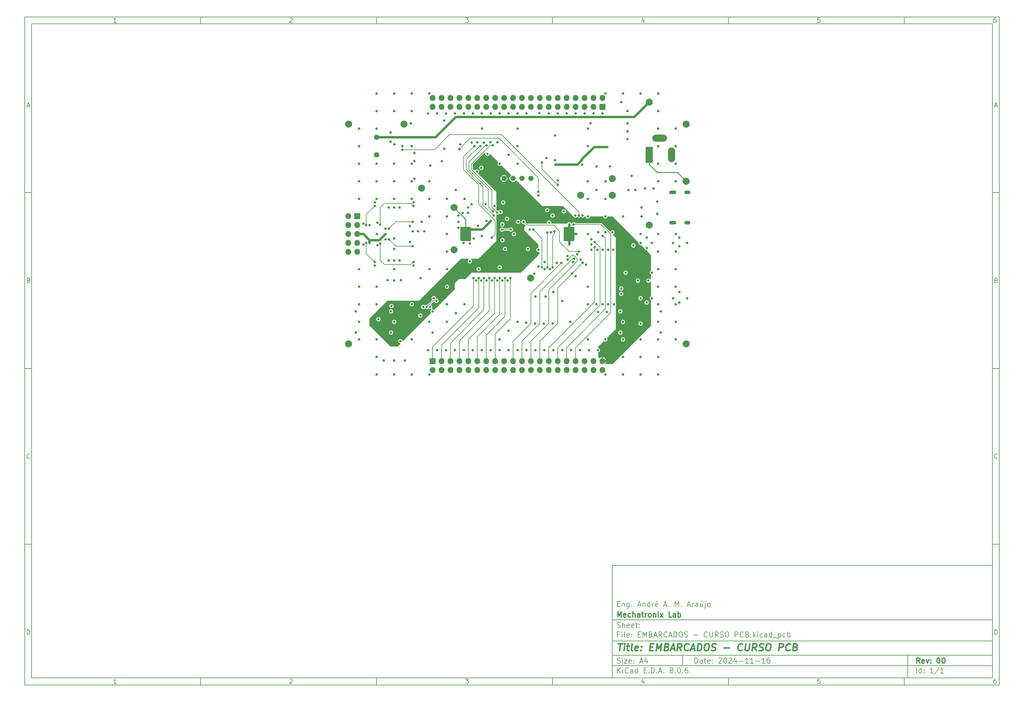
<source format=gbr>
%TF.GenerationSoftware,KiCad,Pcbnew,8.0.6*%
%TF.CreationDate,2024-11-24T18:55:18-03:00*%
%TF.ProjectId,EMBARCADOS - CURSO PCB,454d4241-5243-4414-944f-53202d204355,00*%
%TF.SameCoordinates,Original*%
%TF.FileFunction,Copper,L4,Bot*%
%TF.FilePolarity,Positive*%
%FSLAX46Y46*%
G04 Gerber Fmt 4.6, Leading zero omitted, Abs format (unit mm)*
G04 Created by KiCad (PCBNEW 8.0.6) date 2024-11-24 18:55:18*
%MOMM*%
%LPD*%
G01*
G04 APERTURE LIST*
G04 Aperture macros list*
%AMRoundRect*
0 Rectangle with rounded corners*
0 $1 Rounding radius*
0 $2 $3 $4 $5 $6 $7 $8 $9 X,Y pos of 4 corners*
0 Add a 4 corners polygon primitive as box body*
4,1,4,$2,$3,$4,$5,$6,$7,$8,$9,$2,$3,0*
0 Add four circle primitives for the rounded corners*
1,1,$1+$1,$2,$3*
1,1,$1+$1,$4,$5*
1,1,$1+$1,$6,$7*
1,1,$1+$1,$8,$9*
0 Add four rect primitives between the rounded corners*
20,1,$1+$1,$2,$3,$4,$5,0*
20,1,$1+$1,$4,$5,$6,$7,0*
20,1,$1+$1,$6,$7,$8,$9,0*
20,1,$1+$1,$8,$9,$2,$3,0*%
G04 Aperture macros list end*
%ADD10C,0.100000*%
%ADD11C,0.150000*%
%ADD12C,0.300000*%
%ADD13C,0.400000*%
%TA.AperFunction,ComponentPad*%
%ADD14C,2.000000*%
%TD*%
%TA.AperFunction,ComponentPad*%
%ADD15R,1.700000X1.700000*%
%TD*%
%TA.AperFunction,ComponentPad*%
%ADD16O,1.700000X1.700000*%
%TD*%
%TA.AperFunction,ComponentPad*%
%ADD17O,2.100000X1.000000*%
%TD*%
%TA.AperFunction,ComponentPad*%
%ADD18O,1.800000X1.000000*%
%TD*%
%TA.AperFunction,ComponentPad*%
%ADD19R,2.000000X4.600000*%
%TD*%
%TA.AperFunction,ComponentPad*%
%ADD20O,2.000000X4.200000*%
%TD*%
%TA.AperFunction,ComponentPad*%
%ADD21O,4.200000X2.000000*%
%TD*%
%TA.AperFunction,ComponentPad*%
%ADD22C,1.500000*%
%TD*%
%TA.AperFunction,SMDPad,CuDef*%
%ADD23RoundRect,0.250000X1.250000X1.750000X-1.250000X1.750000X-1.250000X-1.750000X1.250000X-1.750000X0*%
%TD*%
%TA.AperFunction,ViaPad*%
%ADD24C,0.700000*%
%TD*%
%TA.AperFunction,Conductor*%
%ADD25C,0.700000*%
%TD*%
%TA.AperFunction,Conductor*%
%ADD26C,0.250000*%
%TD*%
%TA.AperFunction,Conductor*%
%ADD27C,0.156464*%
%TD*%
%TA.AperFunction,Conductor*%
%ADD28C,0.151130*%
%TD*%
G04 APERTURE END LIST*
D10*
D11*
X177002200Y-166007200D02*
X285002200Y-166007200D01*
X285002200Y-198007200D01*
X177002200Y-198007200D01*
X177002200Y-166007200D01*
D10*
D11*
X10000000Y-10000000D02*
X287002200Y-10000000D01*
X287002200Y-200007200D01*
X10000000Y-200007200D01*
X10000000Y-10000000D01*
D10*
D11*
X12000000Y-12000000D02*
X285002200Y-12000000D01*
X285002200Y-198007200D01*
X12000000Y-198007200D01*
X12000000Y-12000000D01*
D10*
D11*
X60000000Y-12000000D02*
X60000000Y-10000000D01*
D10*
D11*
X110000000Y-12000000D02*
X110000000Y-10000000D01*
D10*
D11*
X160000000Y-12000000D02*
X160000000Y-10000000D01*
D10*
D11*
X210000000Y-12000000D02*
X210000000Y-10000000D01*
D10*
D11*
X260000000Y-12000000D02*
X260000000Y-10000000D01*
D10*
D11*
X36089160Y-11593604D02*
X35346303Y-11593604D01*
X35717731Y-11593604D02*
X35717731Y-10293604D01*
X35717731Y-10293604D02*
X35593922Y-10479319D01*
X35593922Y-10479319D02*
X35470112Y-10603128D01*
X35470112Y-10603128D02*
X35346303Y-10665033D01*
D10*
D11*
X85346303Y-10417414D02*
X85408207Y-10355509D01*
X85408207Y-10355509D02*
X85532017Y-10293604D01*
X85532017Y-10293604D02*
X85841541Y-10293604D01*
X85841541Y-10293604D02*
X85965350Y-10355509D01*
X85965350Y-10355509D02*
X86027255Y-10417414D01*
X86027255Y-10417414D02*
X86089160Y-10541223D01*
X86089160Y-10541223D02*
X86089160Y-10665033D01*
X86089160Y-10665033D02*
X86027255Y-10850747D01*
X86027255Y-10850747D02*
X85284398Y-11593604D01*
X85284398Y-11593604D02*
X86089160Y-11593604D01*
D10*
D11*
X135284398Y-10293604D02*
X136089160Y-10293604D01*
X136089160Y-10293604D02*
X135655826Y-10788842D01*
X135655826Y-10788842D02*
X135841541Y-10788842D01*
X135841541Y-10788842D02*
X135965350Y-10850747D01*
X135965350Y-10850747D02*
X136027255Y-10912652D01*
X136027255Y-10912652D02*
X136089160Y-11036461D01*
X136089160Y-11036461D02*
X136089160Y-11345985D01*
X136089160Y-11345985D02*
X136027255Y-11469795D01*
X136027255Y-11469795D02*
X135965350Y-11531700D01*
X135965350Y-11531700D02*
X135841541Y-11593604D01*
X135841541Y-11593604D02*
X135470112Y-11593604D01*
X135470112Y-11593604D02*
X135346303Y-11531700D01*
X135346303Y-11531700D02*
X135284398Y-11469795D01*
D10*
D11*
X185965350Y-10726938D02*
X185965350Y-11593604D01*
X185655826Y-10231700D02*
X185346303Y-11160271D01*
X185346303Y-11160271D02*
X186151064Y-11160271D01*
D10*
D11*
X236027255Y-10293604D02*
X235408207Y-10293604D01*
X235408207Y-10293604D02*
X235346303Y-10912652D01*
X235346303Y-10912652D02*
X235408207Y-10850747D01*
X235408207Y-10850747D02*
X235532017Y-10788842D01*
X235532017Y-10788842D02*
X235841541Y-10788842D01*
X235841541Y-10788842D02*
X235965350Y-10850747D01*
X235965350Y-10850747D02*
X236027255Y-10912652D01*
X236027255Y-10912652D02*
X236089160Y-11036461D01*
X236089160Y-11036461D02*
X236089160Y-11345985D01*
X236089160Y-11345985D02*
X236027255Y-11469795D01*
X236027255Y-11469795D02*
X235965350Y-11531700D01*
X235965350Y-11531700D02*
X235841541Y-11593604D01*
X235841541Y-11593604D02*
X235532017Y-11593604D01*
X235532017Y-11593604D02*
X235408207Y-11531700D01*
X235408207Y-11531700D02*
X235346303Y-11469795D01*
D10*
D11*
X285965350Y-10293604D02*
X285717731Y-10293604D01*
X285717731Y-10293604D02*
X285593922Y-10355509D01*
X285593922Y-10355509D02*
X285532017Y-10417414D01*
X285532017Y-10417414D02*
X285408207Y-10603128D01*
X285408207Y-10603128D02*
X285346303Y-10850747D01*
X285346303Y-10850747D02*
X285346303Y-11345985D01*
X285346303Y-11345985D02*
X285408207Y-11469795D01*
X285408207Y-11469795D02*
X285470112Y-11531700D01*
X285470112Y-11531700D02*
X285593922Y-11593604D01*
X285593922Y-11593604D02*
X285841541Y-11593604D01*
X285841541Y-11593604D02*
X285965350Y-11531700D01*
X285965350Y-11531700D02*
X286027255Y-11469795D01*
X286027255Y-11469795D02*
X286089160Y-11345985D01*
X286089160Y-11345985D02*
X286089160Y-11036461D01*
X286089160Y-11036461D02*
X286027255Y-10912652D01*
X286027255Y-10912652D02*
X285965350Y-10850747D01*
X285965350Y-10850747D02*
X285841541Y-10788842D01*
X285841541Y-10788842D02*
X285593922Y-10788842D01*
X285593922Y-10788842D02*
X285470112Y-10850747D01*
X285470112Y-10850747D02*
X285408207Y-10912652D01*
X285408207Y-10912652D02*
X285346303Y-11036461D01*
D10*
D11*
X60000000Y-198007200D02*
X60000000Y-200007200D01*
D10*
D11*
X110000000Y-198007200D02*
X110000000Y-200007200D01*
D10*
D11*
X160000000Y-198007200D02*
X160000000Y-200007200D01*
D10*
D11*
X210000000Y-198007200D02*
X210000000Y-200007200D01*
D10*
D11*
X260000000Y-198007200D02*
X260000000Y-200007200D01*
D10*
D11*
X36089160Y-199600804D02*
X35346303Y-199600804D01*
X35717731Y-199600804D02*
X35717731Y-198300804D01*
X35717731Y-198300804D02*
X35593922Y-198486519D01*
X35593922Y-198486519D02*
X35470112Y-198610328D01*
X35470112Y-198610328D02*
X35346303Y-198672233D01*
D10*
D11*
X85346303Y-198424614D02*
X85408207Y-198362709D01*
X85408207Y-198362709D02*
X85532017Y-198300804D01*
X85532017Y-198300804D02*
X85841541Y-198300804D01*
X85841541Y-198300804D02*
X85965350Y-198362709D01*
X85965350Y-198362709D02*
X86027255Y-198424614D01*
X86027255Y-198424614D02*
X86089160Y-198548423D01*
X86089160Y-198548423D02*
X86089160Y-198672233D01*
X86089160Y-198672233D02*
X86027255Y-198857947D01*
X86027255Y-198857947D02*
X85284398Y-199600804D01*
X85284398Y-199600804D02*
X86089160Y-199600804D01*
D10*
D11*
X135284398Y-198300804D02*
X136089160Y-198300804D01*
X136089160Y-198300804D02*
X135655826Y-198796042D01*
X135655826Y-198796042D02*
X135841541Y-198796042D01*
X135841541Y-198796042D02*
X135965350Y-198857947D01*
X135965350Y-198857947D02*
X136027255Y-198919852D01*
X136027255Y-198919852D02*
X136089160Y-199043661D01*
X136089160Y-199043661D02*
X136089160Y-199353185D01*
X136089160Y-199353185D02*
X136027255Y-199476995D01*
X136027255Y-199476995D02*
X135965350Y-199538900D01*
X135965350Y-199538900D02*
X135841541Y-199600804D01*
X135841541Y-199600804D02*
X135470112Y-199600804D01*
X135470112Y-199600804D02*
X135346303Y-199538900D01*
X135346303Y-199538900D02*
X135284398Y-199476995D01*
D10*
D11*
X185965350Y-198734138D02*
X185965350Y-199600804D01*
X185655826Y-198238900D02*
X185346303Y-199167471D01*
X185346303Y-199167471D02*
X186151064Y-199167471D01*
D10*
D11*
X236027255Y-198300804D02*
X235408207Y-198300804D01*
X235408207Y-198300804D02*
X235346303Y-198919852D01*
X235346303Y-198919852D02*
X235408207Y-198857947D01*
X235408207Y-198857947D02*
X235532017Y-198796042D01*
X235532017Y-198796042D02*
X235841541Y-198796042D01*
X235841541Y-198796042D02*
X235965350Y-198857947D01*
X235965350Y-198857947D02*
X236027255Y-198919852D01*
X236027255Y-198919852D02*
X236089160Y-199043661D01*
X236089160Y-199043661D02*
X236089160Y-199353185D01*
X236089160Y-199353185D02*
X236027255Y-199476995D01*
X236027255Y-199476995D02*
X235965350Y-199538900D01*
X235965350Y-199538900D02*
X235841541Y-199600804D01*
X235841541Y-199600804D02*
X235532017Y-199600804D01*
X235532017Y-199600804D02*
X235408207Y-199538900D01*
X235408207Y-199538900D02*
X235346303Y-199476995D01*
D10*
D11*
X285965350Y-198300804D02*
X285717731Y-198300804D01*
X285717731Y-198300804D02*
X285593922Y-198362709D01*
X285593922Y-198362709D02*
X285532017Y-198424614D01*
X285532017Y-198424614D02*
X285408207Y-198610328D01*
X285408207Y-198610328D02*
X285346303Y-198857947D01*
X285346303Y-198857947D02*
X285346303Y-199353185D01*
X285346303Y-199353185D02*
X285408207Y-199476995D01*
X285408207Y-199476995D02*
X285470112Y-199538900D01*
X285470112Y-199538900D02*
X285593922Y-199600804D01*
X285593922Y-199600804D02*
X285841541Y-199600804D01*
X285841541Y-199600804D02*
X285965350Y-199538900D01*
X285965350Y-199538900D02*
X286027255Y-199476995D01*
X286027255Y-199476995D02*
X286089160Y-199353185D01*
X286089160Y-199353185D02*
X286089160Y-199043661D01*
X286089160Y-199043661D02*
X286027255Y-198919852D01*
X286027255Y-198919852D02*
X285965350Y-198857947D01*
X285965350Y-198857947D02*
X285841541Y-198796042D01*
X285841541Y-198796042D02*
X285593922Y-198796042D01*
X285593922Y-198796042D02*
X285470112Y-198857947D01*
X285470112Y-198857947D02*
X285408207Y-198919852D01*
X285408207Y-198919852D02*
X285346303Y-199043661D01*
D10*
D11*
X10000000Y-60000000D02*
X12000000Y-60000000D01*
D10*
D11*
X10000000Y-110000000D02*
X12000000Y-110000000D01*
D10*
D11*
X10000000Y-160000000D02*
X12000000Y-160000000D01*
D10*
D11*
X10690476Y-35222176D02*
X11309523Y-35222176D01*
X10566666Y-35593604D02*
X10999999Y-34293604D01*
X10999999Y-34293604D02*
X11433333Y-35593604D01*
D10*
D11*
X11092857Y-84912652D02*
X11278571Y-84974557D01*
X11278571Y-84974557D02*
X11340476Y-85036461D01*
X11340476Y-85036461D02*
X11402380Y-85160271D01*
X11402380Y-85160271D02*
X11402380Y-85345985D01*
X11402380Y-85345985D02*
X11340476Y-85469795D01*
X11340476Y-85469795D02*
X11278571Y-85531700D01*
X11278571Y-85531700D02*
X11154761Y-85593604D01*
X11154761Y-85593604D02*
X10659523Y-85593604D01*
X10659523Y-85593604D02*
X10659523Y-84293604D01*
X10659523Y-84293604D02*
X11092857Y-84293604D01*
X11092857Y-84293604D02*
X11216666Y-84355509D01*
X11216666Y-84355509D02*
X11278571Y-84417414D01*
X11278571Y-84417414D02*
X11340476Y-84541223D01*
X11340476Y-84541223D02*
X11340476Y-84665033D01*
X11340476Y-84665033D02*
X11278571Y-84788842D01*
X11278571Y-84788842D02*
X11216666Y-84850747D01*
X11216666Y-84850747D02*
X11092857Y-84912652D01*
X11092857Y-84912652D02*
X10659523Y-84912652D01*
D10*
D11*
X11402380Y-135469795D02*
X11340476Y-135531700D01*
X11340476Y-135531700D02*
X11154761Y-135593604D01*
X11154761Y-135593604D02*
X11030952Y-135593604D01*
X11030952Y-135593604D02*
X10845238Y-135531700D01*
X10845238Y-135531700D02*
X10721428Y-135407890D01*
X10721428Y-135407890D02*
X10659523Y-135284080D01*
X10659523Y-135284080D02*
X10597619Y-135036461D01*
X10597619Y-135036461D02*
X10597619Y-134850747D01*
X10597619Y-134850747D02*
X10659523Y-134603128D01*
X10659523Y-134603128D02*
X10721428Y-134479319D01*
X10721428Y-134479319D02*
X10845238Y-134355509D01*
X10845238Y-134355509D02*
X11030952Y-134293604D01*
X11030952Y-134293604D02*
X11154761Y-134293604D01*
X11154761Y-134293604D02*
X11340476Y-134355509D01*
X11340476Y-134355509D02*
X11402380Y-134417414D01*
D10*
D11*
X10659523Y-185593604D02*
X10659523Y-184293604D01*
X10659523Y-184293604D02*
X10969047Y-184293604D01*
X10969047Y-184293604D02*
X11154761Y-184355509D01*
X11154761Y-184355509D02*
X11278571Y-184479319D01*
X11278571Y-184479319D02*
X11340476Y-184603128D01*
X11340476Y-184603128D02*
X11402380Y-184850747D01*
X11402380Y-184850747D02*
X11402380Y-185036461D01*
X11402380Y-185036461D02*
X11340476Y-185284080D01*
X11340476Y-185284080D02*
X11278571Y-185407890D01*
X11278571Y-185407890D02*
X11154761Y-185531700D01*
X11154761Y-185531700D02*
X10969047Y-185593604D01*
X10969047Y-185593604D02*
X10659523Y-185593604D01*
D10*
D11*
X287002200Y-60000000D02*
X285002200Y-60000000D01*
D10*
D11*
X287002200Y-110000000D02*
X285002200Y-110000000D01*
D10*
D11*
X287002200Y-160000000D02*
X285002200Y-160000000D01*
D10*
D11*
X285692676Y-35222176D02*
X286311723Y-35222176D01*
X285568866Y-35593604D02*
X286002199Y-34293604D01*
X286002199Y-34293604D02*
X286435533Y-35593604D01*
D10*
D11*
X286095057Y-84912652D02*
X286280771Y-84974557D01*
X286280771Y-84974557D02*
X286342676Y-85036461D01*
X286342676Y-85036461D02*
X286404580Y-85160271D01*
X286404580Y-85160271D02*
X286404580Y-85345985D01*
X286404580Y-85345985D02*
X286342676Y-85469795D01*
X286342676Y-85469795D02*
X286280771Y-85531700D01*
X286280771Y-85531700D02*
X286156961Y-85593604D01*
X286156961Y-85593604D02*
X285661723Y-85593604D01*
X285661723Y-85593604D02*
X285661723Y-84293604D01*
X285661723Y-84293604D02*
X286095057Y-84293604D01*
X286095057Y-84293604D02*
X286218866Y-84355509D01*
X286218866Y-84355509D02*
X286280771Y-84417414D01*
X286280771Y-84417414D02*
X286342676Y-84541223D01*
X286342676Y-84541223D02*
X286342676Y-84665033D01*
X286342676Y-84665033D02*
X286280771Y-84788842D01*
X286280771Y-84788842D02*
X286218866Y-84850747D01*
X286218866Y-84850747D02*
X286095057Y-84912652D01*
X286095057Y-84912652D02*
X285661723Y-84912652D01*
D10*
D11*
X286404580Y-135469795D02*
X286342676Y-135531700D01*
X286342676Y-135531700D02*
X286156961Y-135593604D01*
X286156961Y-135593604D02*
X286033152Y-135593604D01*
X286033152Y-135593604D02*
X285847438Y-135531700D01*
X285847438Y-135531700D02*
X285723628Y-135407890D01*
X285723628Y-135407890D02*
X285661723Y-135284080D01*
X285661723Y-135284080D02*
X285599819Y-135036461D01*
X285599819Y-135036461D02*
X285599819Y-134850747D01*
X285599819Y-134850747D02*
X285661723Y-134603128D01*
X285661723Y-134603128D02*
X285723628Y-134479319D01*
X285723628Y-134479319D02*
X285847438Y-134355509D01*
X285847438Y-134355509D02*
X286033152Y-134293604D01*
X286033152Y-134293604D02*
X286156961Y-134293604D01*
X286156961Y-134293604D02*
X286342676Y-134355509D01*
X286342676Y-134355509D02*
X286404580Y-134417414D01*
D10*
D11*
X285661723Y-185593604D02*
X285661723Y-184293604D01*
X285661723Y-184293604D02*
X285971247Y-184293604D01*
X285971247Y-184293604D02*
X286156961Y-184355509D01*
X286156961Y-184355509D02*
X286280771Y-184479319D01*
X286280771Y-184479319D02*
X286342676Y-184603128D01*
X286342676Y-184603128D02*
X286404580Y-184850747D01*
X286404580Y-184850747D02*
X286404580Y-185036461D01*
X286404580Y-185036461D02*
X286342676Y-185284080D01*
X286342676Y-185284080D02*
X286280771Y-185407890D01*
X286280771Y-185407890D02*
X286156961Y-185531700D01*
X286156961Y-185531700D02*
X285971247Y-185593604D01*
X285971247Y-185593604D02*
X285661723Y-185593604D01*
D10*
D11*
X200458026Y-193793328D02*
X200458026Y-192293328D01*
X200458026Y-192293328D02*
X200815169Y-192293328D01*
X200815169Y-192293328D02*
X201029455Y-192364757D01*
X201029455Y-192364757D02*
X201172312Y-192507614D01*
X201172312Y-192507614D02*
X201243741Y-192650471D01*
X201243741Y-192650471D02*
X201315169Y-192936185D01*
X201315169Y-192936185D02*
X201315169Y-193150471D01*
X201315169Y-193150471D02*
X201243741Y-193436185D01*
X201243741Y-193436185D02*
X201172312Y-193579042D01*
X201172312Y-193579042D02*
X201029455Y-193721900D01*
X201029455Y-193721900D02*
X200815169Y-193793328D01*
X200815169Y-193793328D02*
X200458026Y-193793328D01*
X202600884Y-193793328D02*
X202600884Y-193007614D01*
X202600884Y-193007614D02*
X202529455Y-192864757D01*
X202529455Y-192864757D02*
X202386598Y-192793328D01*
X202386598Y-192793328D02*
X202100884Y-192793328D01*
X202100884Y-192793328D02*
X201958026Y-192864757D01*
X202600884Y-193721900D02*
X202458026Y-193793328D01*
X202458026Y-193793328D02*
X202100884Y-193793328D01*
X202100884Y-193793328D02*
X201958026Y-193721900D01*
X201958026Y-193721900D02*
X201886598Y-193579042D01*
X201886598Y-193579042D02*
X201886598Y-193436185D01*
X201886598Y-193436185D02*
X201958026Y-193293328D01*
X201958026Y-193293328D02*
X202100884Y-193221900D01*
X202100884Y-193221900D02*
X202458026Y-193221900D01*
X202458026Y-193221900D02*
X202600884Y-193150471D01*
X203100884Y-192793328D02*
X203672312Y-192793328D01*
X203315169Y-192293328D02*
X203315169Y-193579042D01*
X203315169Y-193579042D02*
X203386598Y-193721900D01*
X203386598Y-193721900D02*
X203529455Y-193793328D01*
X203529455Y-193793328D02*
X203672312Y-193793328D01*
X204743741Y-193721900D02*
X204600884Y-193793328D01*
X204600884Y-193793328D02*
X204315170Y-193793328D01*
X204315170Y-193793328D02*
X204172312Y-193721900D01*
X204172312Y-193721900D02*
X204100884Y-193579042D01*
X204100884Y-193579042D02*
X204100884Y-193007614D01*
X204100884Y-193007614D02*
X204172312Y-192864757D01*
X204172312Y-192864757D02*
X204315170Y-192793328D01*
X204315170Y-192793328D02*
X204600884Y-192793328D01*
X204600884Y-192793328D02*
X204743741Y-192864757D01*
X204743741Y-192864757D02*
X204815170Y-193007614D01*
X204815170Y-193007614D02*
X204815170Y-193150471D01*
X204815170Y-193150471D02*
X204100884Y-193293328D01*
X205458026Y-193650471D02*
X205529455Y-193721900D01*
X205529455Y-193721900D02*
X205458026Y-193793328D01*
X205458026Y-193793328D02*
X205386598Y-193721900D01*
X205386598Y-193721900D02*
X205458026Y-193650471D01*
X205458026Y-193650471D02*
X205458026Y-193793328D01*
X205458026Y-192864757D02*
X205529455Y-192936185D01*
X205529455Y-192936185D02*
X205458026Y-193007614D01*
X205458026Y-193007614D02*
X205386598Y-192936185D01*
X205386598Y-192936185D02*
X205458026Y-192864757D01*
X205458026Y-192864757D02*
X205458026Y-193007614D01*
X207243741Y-192436185D02*
X207315169Y-192364757D01*
X207315169Y-192364757D02*
X207458027Y-192293328D01*
X207458027Y-192293328D02*
X207815169Y-192293328D01*
X207815169Y-192293328D02*
X207958027Y-192364757D01*
X207958027Y-192364757D02*
X208029455Y-192436185D01*
X208029455Y-192436185D02*
X208100884Y-192579042D01*
X208100884Y-192579042D02*
X208100884Y-192721900D01*
X208100884Y-192721900D02*
X208029455Y-192936185D01*
X208029455Y-192936185D02*
X207172312Y-193793328D01*
X207172312Y-193793328D02*
X208100884Y-193793328D01*
X209029455Y-192293328D02*
X209172312Y-192293328D01*
X209172312Y-192293328D02*
X209315169Y-192364757D01*
X209315169Y-192364757D02*
X209386598Y-192436185D01*
X209386598Y-192436185D02*
X209458026Y-192579042D01*
X209458026Y-192579042D02*
X209529455Y-192864757D01*
X209529455Y-192864757D02*
X209529455Y-193221900D01*
X209529455Y-193221900D02*
X209458026Y-193507614D01*
X209458026Y-193507614D02*
X209386598Y-193650471D01*
X209386598Y-193650471D02*
X209315169Y-193721900D01*
X209315169Y-193721900D02*
X209172312Y-193793328D01*
X209172312Y-193793328D02*
X209029455Y-193793328D01*
X209029455Y-193793328D02*
X208886598Y-193721900D01*
X208886598Y-193721900D02*
X208815169Y-193650471D01*
X208815169Y-193650471D02*
X208743740Y-193507614D01*
X208743740Y-193507614D02*
X208672312Y-193221900D01*
X208672312Y-193221900D02*
X208672312Y-192864757D01*
X208672312Y-192864757D02*
X208743740Y-192579042D01*
X208743740Y-192579042D02*
X208815169Y-192436185D01*
X208815169Y-192436185D02*
X208886598Y-192364757D01*
X208886598Y-192364757D02*
X209029455Y-192293328D01*
X210100883Y-192436185D02*
X210172311Y-192364757D01*
X210172311Y-192364757D02*
X210315169Y-192293328D01*
X210315169Y-192293328D02*
X210672311Y-192293328D01*
X210672311Y-192293328D02*
X210815169Y-192364757D01*
X210815169Y-192364757D02*
X210886597Y-192436185D01*
X210886597Y-192436185D02*
X210958026Y-192579042D01*
X210958026Y-192579042D02*
X210958026Y-192721900D01*
X210958026Y-192721900D02*
X210886597Y-192936185D01*
X210886597Y-192936185D02*
X210029454Y-193793328D01*
X210029454Y-193793328D02*
X210958026Y-193793328D01*
X212243740Y-192793328D02*
X212243740Y-193793328D01*
X211886597Y-192221900D02*
X211529454Y-193293328D01*
X211529454Y-193293328D02*
X212458025Y-193293328D01*
X213029453Y-193221900D02*
X214172311Y-193221900D01*
X215672311Y-193793328D02*
X214815168Y-193793328D01*
X215243739Y-193793328D02*
X215243739Y-192293328D01*
X215243739Y-192293328D02*
X215100882Y-192507614D01*
X215100882Y-192507614D02*
X214958025Y-192650471D01*
X214958025Y-192650471D02*
X214815168Y-192721900D01*
X217100882Y-193793328D02*
X216243739Y-193793328D01*
X216672310Y-193793328D02*
X216672310Y-192293328D01*
X216672310Y-192293328D02*
X216529453Y-192507614D01*
X216529453Y-192507614D02*
X216386596Y-192650471D01*
X216386596Y-192650471D02*
X216243739Y-192721900D01*
X217743738Y-193221900D02*
X218886596Y-193221900D01*
X220386596Y-193793328D02*
X219529453Y-193793328D01*
X219958024Y-193793328D02*
X219958024Y-192293328D01*
X219958024Y-192293328D02*
X219815167Y-192507614D01*
X219815167Y-192507614D02*
X219672310Y-192650471D01*
X219672310Y-192650471D02*
X219529453Y-192721900D01*
X221672310Y-192293328D02*
X221386595Y-192293328D01*
X221386595Y-192293328D02*
X221243738Y-192364757D01*
X221243738Y-192364757D02*
X221172310Y-192436185D01*
X221172310Y-192436185D02*
X221029452Y-192650471D01*
X221029452Y-192650471D02*
X220958024Y-192936185D01*
X220958024Y-192936185D02*
X220958024Y-193507614D01*
X220958024Y-193507614D02*
X221029452Y-193650471D01*
X221029452Y-193650471D02*
X221100881Y-193721900D01*
X221100881Y-193721900D02*
X221243738Y-193793328D01*
X221243738Y-193793328D02*
X221529452Y-193793328D01*
X221529452Y-193793328D02*
X221672310Y-193721900D01*
X221672310Y-193721900D02*
X221743738Y-193650471D01*
X221743738Y-193650471D02*
X221815167Y-193507614D01*
X221815167Y-193507614D02*
X221815167Y-193150471D01*
X221815167Y-193150471D02*
X221743738Y-193007614D01*
X221743738Y-193007614D02*
X221672310Y-192936185D01*
X221672310Y-192936185D02*
X221529452Y-192864757D01*
X221529452Y-192864757D02*
X221243738Y-192864757D01*
X221243738Y-192864757D02*
X221100881Y-192936185D01*
X221100881Y-192936185D02*
X221029452Y-193007614D01*
X221029452Y-193007614D02*
X220958024Y-193150471D01*
D10*
D11*
X177002200Y-194507200D02*
X285002200Y-194507200D01*
D10*
D11*
X178458026Y-196593328D02*
X178458026Y-195093328D01*
X179315169Y-196593328D02*
X178672312Y-195736185D01*
X179315169Y-195093328D02*
X178458026Y-195950471D01*
X179958026Y-196593328D02*
X179958026Y-195593328D01*
X179958026Y-195093328D02*
X179886598Y-195164757D01*
X179886598Y-195164757D02*
X179958026Y-195236185D01*
X179958026Y-195236185D02*
X180029455Y-195164757D01*
X180029455Y-195164757D02*
X179958026Y-195093328D01*
X179958026Y-195093328D02*
X179958026Y-195236185D01*
X181529455Y-196450471D02*
X181458027Y-196521900D01*
X181458027Y-196521900D02*
X181243741Y-196593328D01*
X181243741Y-196593328D02*
X181100884Y-196593328D01*
X181100884Y-196593328D02*
X180886598Y-196521900D01*
X180886598Y-196521900D02*
X180743741Y-196379042D01*
X180743741Y-196379042D02*
X180672312Y-196236185D01*
X180672312Y-196236185D02*
X180600884Y-195950471D01*
X180600884Y-195950471D02*
X180600884Y-195736185D01*
X180600884Y-195736185D02*
X180672312Y-195450471D01*
X180672312Y-195450471D02*
X180743741Y-195307614D01*
X180743741Y-195307614D02*
X180886598Y-195164757D01*
X180886598Y-195164757D02*
X181100884Y-195093328D01*
X181100884Y-195093328D02*
X181243741Y-195093328D01*
X181243741Y-195093328D02*
X181458027Y-195164757D01*
X181458027Y-195164757D02*
X181529455Y-195236185D01*
X182815170Y-196593328D02*
X182815170Y-195807614D01*
X182815170Y-195807614D02*
X182743741Y-195664757D01*
X182743741Y-195664757D02*
X182600884Y-195593328D01*
X182600884Y-195593328D02*
X182315170Y-195593328D01*
X182315170Y-195593328D02*
X182172312Y-195664757D01*
X182815170Y-196521900D02*
X182672312Y-196593328D01*
X182672312Y-196593328D02*
X182315170Y-196593328D01*
X182315170Y-196593328D02*
X182172312Y-196521900D01*
X182172312Y-196521900D02*
X182100884Y-196379042D01*
X182100884Y-196379042D02*
X182100884Y-196236185D01*
X182100884Y-196236185D02*
X182172312Y-196093328D01*
X182172312Y-196093328D02*
X182315170Y-196021900D01*
X182315170Y-196021900D02*
X182672312Y-196021900D01*
X182672312Y-196021900D02*
X182815170Y-195950471D01*
X184172313Y-196593328D02*
X184172313Y-195093328D01*
X184172313Y-196521900D02*
X184029455Y-196593328D01*
X184029455Y-196593328D02*
X183743741Y-196593328D01*
X183743741Y-196593328D02*
X183600884Y-196521900D01*
X183600884Y-196521900D02*
X183529455Y-196450471D01*
X183529455Y-196450471D02*
X183458027Y-196307614D01*
X183458027Y-196307614D02*
X183458027Y-195879042D01*
X183458027Y-195879042D02*
X183529455Y-195736185D01*
X183529455Y-195736185D02*
X183600884Y-195664757D01*
X183600884Y-195664757D02*
X183743741Y-195593328D01*
X183743741Y-195593328D02*
X184029455Y-195593328D01*
X184029455Y-195593328D02*
X184172313Y-195664757D01*
X186029455Y-195807614D02*
X186529455Y-195807614D01*
X186743741Y-196593328D02*
X186029455Y-196593328D01*
X186029455Y-196593328D02*
X186029455Y-195093328D01*
X186029455Y-195093328D02*
X186743741Y-195093328D01*
X187386598Y-196450471D02*
X187458027Y-196521900D01*
X187458027Y-196521900D02*
X187386598Y-196593328D01*
X187386598Y-196593328D02*
X187315170Y-196521900D01*
X187315170Y-196521900D02*
X187386598Y-196450471D01*
X187386598Y-196450471D02*
X187386598Y-196593328D01*
X188100884Y-196593328D02*
X188100884Y-195093328D01*
X188100884Y-195093328D02*
X188458027Y-195093328D01*
X188458027Y-195093328D02*
X188672313Y-195164757D01*
X188672313Y-195164757D02*
X188815170Y-195307614D01*
X188815170Y-195307614D02*
X188886599Y-195450471D01*
X188886599Y-195450471D02*
X188958027Y-195736185D01*
X188958027Y-195736185D02*
X188958027Y-195950471D01*
X188958027Y-195950471D02*
X188886599Y-196236185D01*
X188886599Y-196236185D02*
X188815170Y-196379042D01*
X188815170Y-196379042D02*
X188672313Y-196521900D01*
X188672313Y-196521900D02*
X188458027Y-196593328D01*
X188458027Y-196593328D02*
X188100884Y-196593328D01*
X189600884Y-196450471D02*
X189672313Y-196521900D01*
X189672313Y-196521900D02*
X189600884Y-196593328D01*
X189600884Y-196593328D02*
X189529456Y-196521900D01*
X189529456Y-196521900D02*
X189600884Y-196450471D01*
X189600884Y-196450471D02*
X189600884Y-196593328D01*
X190243742Y-196164757D02*
X190958028Y-196164757D01*
X190100885Y-196593328D02*
X190600885Y-195093328D01*
X190600885Y-195093328D02*
X191100885Y-196593328D01*
X191600884Y-196450471D02*
X191672313Y-196521900D01*
X191672313Y-196521900D02*
X191600884Y-196593328D01*
X191600884Y-196593328D02*
X191529456Y-196521900D01*
X191529456Y-196521900D02*
X191600884Y-196450471D01*
X191600884Y-196450471D02*
X191600884Y-196593328D01*
X193672313Y-195736185D02*
X193529456Y-195664757D01*
X193529456Y-195664757D02*
X193458027Y-195593328D01*
X193458027Y-195593328D02*
X193386599Y-195450471D01*
X193386599Y-195450471D02*
X193386599Y-195379042D01*
X193386599Y-195379042D02*
X193458027Y-195236185D01*
X193458027Y-195236185D02*
X193529456Y-195164757D01*
X193529456Y-195164757D02*
X193672313Y-195093328D01*
X193672313Y-195093328D02*
X193958027Y-195093328D01*
X193958027Y-195093328D02*
X194100885Y-195164757D01*
X194100885Y-195164757D02*
X194172313Y-195236185D01*
X194172313Y-195236185D02*
X194243742Y-195379042D01*
X194243742Y-195379042D02*
X194243742Y-195450471D01*
X194243742Y-195450471D02*
X194172313Y-195593328D01*
X194172313Y-195593328D02*
X194100885Y-195664757D01*
X194100885Y-195664757D02*
X193958027Y-195736185D01*
X193958027Y-195736185D02*
X193672313Y-195736185D01*
X193672313Y-195736185D02*
X193529456Y-195807614D01*
X193529456Y-195807614D02*
X193458027Y-195879042D01*
X193458027Y-195879042D02*
X193386599Y-196021900D01*
X193386599Y-196021900D02*
X193386599Y-196307614D01*
X193386599Y-196307614D02*
X193458027Y-196450471D01*
X193458027Y-196450471D02*
X193529456Y-196521900D01*
X193529456Y-196521900D02*
X193672313Y-196593328D01*
X193672313Y-196593328D02*
X193958027Y-196593328D01*
X193958027Y-196593328D02*
X194100885Y-196521900D01*
X194100885Y-196521900D02*
X194172313Y-196450471D01*
X194172313Y-196450471D02*
X194243742Y-196307614D01*
X194243742Y-196307614D02*
X194243742Y-196021900D01*
X194243742Y-196021900D02*
X194172313Y-195879042D01*
X194172313Y-195879042D02*
X194100885Y-195807614D01*
X194100885Y-195807614D02*
X193958027Y-195736185D01*
X194886598Y-196450471D02*
X194958027Y-196521900D01*
X194958027Y-196521900D02*
X194886598Y-196593328D01*
X194886598Y-196593328D02*
X194815170Y-196521900D01*
X194815170Y-196521900D02*
X194886598Y-196450471D01*
X194886598Y-196450471D02*
X194886598Y-196593328D01*
X195886599Y-195093328D02*
X196029456Y-195093328D01*
X196029456Y-195093328D02*
X196172313Y-195164757D01*
X196172313Y-195164757D02*
X196243742Y-195236185D01*
X196243742Y-195236185D02*
X196315170Y-195379042D01*
X196315170Y-195379042D02*
X196386599Y-195664757D01*
X196386599Y-195664757D02*
X196386599Y-196021900D01*
X196386599Y-196021900D02*
X196315170Y-196307614D01*
X196315170Y-196307614D02*
X196243742Y-196450471D01*
X196243742Y-196450471D02*
X196172313Y-196521900D01*
X196172313Y-196521900D02*
X196029456Y-196593328D01*
X196029456Y-196593328D02*
X195886599Y-196593328D01*
X195886599Y-196593328D02*
X195743742Y-196521900D01*
X195743742Y-196521900D02*
X195672313Y-196450471D01*
X195672313Y-196450471D02*
X195600884Y-196307614D01*
X195600884Y-196307614D02*
X195529456Y-196021900D01*
X195529456Y-196021900D02*
X195529456Y-195664757D01*
X195529456Y-195664757D02*
X195600884Y-195379042D01*
X195600884Y-195379042D02*
X195672313Y-195236185D01*
X195672313Y-195236185D02*
X195743742Y-195164757D01*
X195743742Y-195164757D02*
X195886599Y-195093328D01*
X197029455Y-196450471D02*
X197100884Y-196521900D01*
X197100884Y-196521900D02*
X197029455Y-196593328D01*
X197029455Y-196593328D02*
X196958027Y-196521900D01*
X196958027Y-196521900D02*
X197029455Y-196450471D01*
X197029455Y-196450471D02*
X197029455Y-196593328D01*
X198386599Y-195093328D02*
X198100884Y-195093328D01*
X198100884Y-195093328D02*
X197958027Y-195164757D01*
X197958027Y-195164757D02*
X197886599Y-195236185D01*
X197886599Y-195236185D02*
X197743741Y-195450471D01*
X197743741Y-195450471D02*
X197672313Y-195736185D01*
X197672313Y-195736185D02*
X197672313Y-196307614D01*
X197672313Y-196307614D02*
X197743741Y-196450471D01*
X197743741Y-196450471D02*
X197815170Y-196521900D01*
X197815170Y-196521900D02*
X197958027Y-196593328D01*
X197958027Y-196593328D02*
X198243741Y-196593328D01*
X198243741Y-196593328D02*
X198386599Y-196521900D01*
X198386599Y-196521900D02*
X198458027Y-196450471D01*
X198458027Y-196450471D02*
X198529456Y-196307614D01*
X198529456Y-196307614D02*
X198529456Y-195950471D01*
X198529456Y-195950471D02*
X198458027Y-195807614D01*
X198458027Y-195807614D02*
X198386599Y-195736185D01*
X198386599Y-195736185D02*
X198243741Y-195664757D01*
X198243741Y-195664757D02*
X197958027Y-195664757D01*
X197958027Y-195664757D02*
X197815170Y-195736185D01*
X197815170Y-195736185D02*
X197743741Y-195807614D01*
X197743741Y-195807614D02*
X197672313Y-195950471D01*
D10*
D11*
X177002200Y-191507200D02*
X285002200Y-191507200D01*
D10*
D12*
X264413853Y-193785528D02*
X263913853Y-193071242D01*
X263556710Y-193785528D02*
X263556710Y-192285528D01*
X263556710Y-192285528D02*
X264128139Y-192285528D01*
X264128139Y-192285528D02*
X264270996Y-192356957D01*
X264270996Y-192356957D02*
X264342425Y-192428385D01*
X264342425Y-192428385D02*
X264413853Y-192571242D01*
X264413853Y-192571242D02*
X264413853Y-192785528D01*
X264413853Y-192785528D02*
X264342425Y-192928385D01*
X264342425Y-192928385D02*
X264270996Y-192999814D01*
X264270996Y-192999814D02*
X264128139Y-193071242D01*
X264128139Y-193071242D02*
X263556710Y-193071242D01*
X265628139Y-193714100D02*
X265485282Y-193785528D01*
X265485282Y-193785528D02*
X265199568Y-193785528D01*
X265199568Y-193785528D02*
X265056710Y-193714100D01*
X265056710Y-193714100D02*
X264985282Y-193571242D01*
X264985282Y-193571242D02*
X264985282Y-192999814D01*
X264985282Y-192999814D02*
X265056710Y-192856957D01*
X265056710Y-192856957D02*
X265199568Y-192785528D01*
X265199568Y-192785528D02*
X265485282Y-192785528D01*
X265485282Y-192785528D02*
X265628139Y-192856957D01*
X265628139Y-192856957D02*
X265699568Y-192999814D01*
X265699568Y-192999814D02*
X265699568Y-193142671D01*
X265699568Y-193142671D02*
X264985282Y-193285528D01*
X266199567Y-192785528D02*
X266556710Y-193785528D01*
X266556710Y-193785528D02*
X266913853Y-192785528D01*
X267485281Y-193642671D02*
X267556710Y-193714100D01*
X267556710Y-193714100D02*
X267485281Y-193785528D01*
X267485281Y-193785528D02*
X267413853Y-193714100D01*
X267413853Y-193714100D02*
X267485281Y-193642671D01*
X267485281Y-193642671D02*
X267485281Y-193785528D01*
X267485281Y-192856957D02*
X267556710Y-192928385D01*
X267556710Y-192928385D02*
X267485281Y-192999814D01*
X267485281Y-192999814D02*
X267413853Y-192928385D01*
X267413853Y-192928385D02*
X267485281Y-192856957D01*
X267485281Y-192856957D02*
X267485281Y-192999814D01*
X269628139Y-192285528D02*
X269770996Y-192285528D01*
X269770996Y-192285528D02*
X269913853Y-192356957D01*
X269913853Y-192356957D02*
X269985282Y-192428385D01*
X269985282Y-192428385D02*
X270056710Y-192571242D01*
X270056710Y-192571242D02*
X270128139Y-192856957D01*
X270128139Y-192856957D02*
X270128139Y-193214100D01*
X270128139Y-193214100D02*
X270056710Y-193499814D01*
X270056710Y-193499814D02*
X269985282Y-193642671D01*
X269985282Y-193642671D02*
X269913853Y-193714100D01*
X269913853Y-193714100D02*
X269770996Y-193785528D01*
X269770996Y-193785528D02*
X269628139Y-193785528D01*
X269628139Y-193785528D02*
X269485282Y-193714100D01*
X269485282Y-193714100D02*
X269413853Y-193642671D01*
X269413853Y-193642671D02*
X269342424Y-193499814D01*
X269342424Y-193499814D02*
X269270996Y-193214100D01*
X269270996Y-193214100D02*
X269270996Y-192856957D01*
X269270996Y-192856957D02*
X269342424Y-192571242D01*
X269342424Y-192571242D02*
X269413853Y-192428385D01*
X269413853Y-192428385D02*
X269485282Y-192356957D01*
X269485282Y-192356957D02*
X269628139Y-192285528D01*
X271056710Y-192285528D02*
X271199567Y-192285528D01*
X271199567Y-192285528D02*
X271342424Y-192356957D01*
X271342424Y-192356957D02*
X271413853Y-192428385D01*
X271413853Y-192428385D02*
X271485281Y-192571242D01*
X271485281Y-192571242D02*
X271556710Y-192856957D01*
X271556710Y-192856957D02*
X271556710Y-193214100D01*
X271556710Y-193214100D02*
X271485281Y-193499814D01*
X271485281Y-193499814D02*
X271413853Y-193642671D01*
X271413853Y-193642671D02*
X271342424Y-193714100D01*
X271342424Y-193714100D02*
X271199567Y-193785528D01*
X271199567Y-193785528D02*
X271056710Y-193785528D01*
X271056710Y-193785528D02*
X270913853Y-193714100D01*
X270913853Y-193714100D02*
X270842424Y-193642671D01*
X270842424Y-193642671D02*
X270770995Y-193499814D01*
X270770995Y-193499814D02*
X270699567Y-193214100D01*
X270699567Y-193214100D02*
X270699567Y-192856957D01*
X270699567Y-192856957D02*
X270770995Y-192571242D01*
X270770995Y-192571242D02*
X270842424Y-192428385D01*
X270842424Y-192428385D02*
X270913853Y-192356957D01*
X270913853Y-192356957D02*
X271056710Y-192285528D01*
D10*
D11*
X178386598Y-193721900D02*
X178600884Y-193793328D01*
X178600884Y-193793328D02*
X178958026Y-193793328D01*
X178958026Y-193793328D02*
X179100884Y-193721900D01*
X179100884Y-193721900D02*
X179172312Y-193650471D01*
X179172312Y-193650471D02*
X179243741Y-193507614D01*
X179243741Y-193507614D02*
X179243741Y-193364757D01*
X179243741Y-193364757D02*
X179172312Y-193221900D01*
X179172312Y-193221900D02*
X179100884Y-193150471D01*
X179100884Y-193150471D02*
X178958026Y-193079042D01*
X178958026Y-193079042D02*
X178672312Y-193007614D01*
X178672312Y-193007614D02*
X178529455Y-192936185D01*
X178529455Y-192936185D02*
X178458026Y-192864757D01*
X178458026Y-192864757D02*
X178386598Y-192721900D01*
X178386598Y-192721900D02*
X178386598Y-192579042D01*
X178386598Y-192579042D02*
X178458026Y-192436185D01*
X178458026Y-192436185D02*
X178529455Y-192364757D01*
X178529455Y-192364757D02*
X178672312Y-192293328D01*
X178672312Y-192293328D02*
X179029455Y-192293328D01*
X179029455Y-192293328D02*
X179243741Y-192364757D01*
X179886597Y-193793328D02*
X179886597Y-192793328D01*
X179886597Y-192293328D02*
X179815169Y-192364757D01*
X179815169Y-192364757D02*
X179886597Y-192436185D01*
X179886597Y-192436185D02*
X179958026Y-192364757D01*
X179958026Y-192364757D02*
X179886597Y-192293328D01*
X179886597Y-192293328D02*
X179886597Y-192436185D01*
X180458026Y-192793328D02*
X181243741Y-192793328D01*
X181243741Y-192793328D02*
X180458026Y-193793328D01*
X180458026Y-193793328D02*
X181243741Y-193793328D01*
X182386598Y-193721900D02*
X182243741Y-193793328D01*
X182243741Y-193793328D02*
X181958027Y-193793328D01*
X181958027Y-193793328D02*
X181815169Y-193721900D01*
X181815169Y-193721900D02*
X181743741Y-193579042D01*
X181743741Y-193579042D02*
X181743741Y-193007614D01*
X181743741Y-193007614D02*
X181815169Y-192864757D01*
X181815169Y-192864757D02*
X181958027Y-192793328D01*
X181958027Y-192793328D02*
X182243741Y-192793328D01*
X182243741Y-192793328D02*
X182386598Y-192864757D01*
X182386598Y-192864757D02*
X182458027Y-193007614D01*
X182458027Y-193007614D02*
X182458027Y-193150471D01*
X182458027Y-193150471D02*
X181743741Y-193293328D01*
X183100883Y-193650471D02*
X183172312Y-193721900D01*
X183172312Y-193721900D02*
X183100883Y-193793328D01*
X183100883Y-193793328D02*
X183029455Y-193721900D01*
X183029455Y-193721900D02*
X183100883Y-193650471D01*
X183100883Y-193650471D02*
X183100883Y-193793328D01*
X183100883Y-192864757D02*
X183172312Y-192936185D01*
X183172312Y-192936185D02*
X183100883Y-193007614D01*
X183100883Y-193007614D02*
X183029455Y-192936185D01*
X183029455Y-192936185D02*
X183100883Y-192864757D01*
X183100883Y-192864757D02*
X183100883Y-193007614D01*
X184886598Y-193364757D02*
X185600884Y-193364757D01*
X184743741Y-193793328D02*
X185243741Y-192293328D01*
X185243741Y-192293328D02*
X185743741Y-193793328D01*
X186886598Y-192793328D02*
X186886598Y-193793328D01*
X186529455Y-192221900D02*
X186172312Y-193293328D01*
X186172312Y-193293328D02*
X187100883Y-193293328D01*
D10*
D11*
X263458026Y-196593328D02*
X263458026Y-195093328D01*
X264815170Y-196593328D02*
X264815170Y-195093328D01*
X264815170Y-196521900D02*
X264672312Y-196593328D01*
X264672312Y-196593328D02*
X264386598Y-196593328D01*
X264386598Y-196593328D02*
X264243741Y-196521900D01*
X264243741Y-196521900D02*
X264172312Y-196450471D01*
X264172312Y-196450471D02*
X264100884Y-196307614D01*
X264100884Y-196307614D02*
X264100884Y-195879042D01*
X264100884Y-195879042D02*
X264172312Y-195736185D01*
X264172312Y-195736185D02*
X264243741Y-195664757D01*
X264243741Y-195664757D02*
X264386598Y-195593328D01*
X264386598Y-195593328D02*
X264672312Y-195593328D01*
X264672312Y-195593328D02*
X264815170Y-195664757D01*
X265529455Y-196450471D02*
X265600884Y-196521900D01*
X265600884Y-196521900D02*
X265529455Y-196593328D01*
X265529455Y-196593328D02*
X265458027Y-196521900D01*
X265458027Y-196521900D02*
X265529455Y-196450471D01*
X265529455Y-196450471D02*
X265529455Y-196593328D01*
X265529455Y-195664757D02*
X265600884Y-195736185D01*
X265600884Y-195736185D02*
X265529455Y-195807614D01*
X265529455Y-195807614D02*
X265458027Y-195736185D01*
X265458027Y-195736185D02*
X265529455Y-195664757D01*
X265529455Y-195664757D02*
X265529455Y-195807614D01*
X268172313Y-196593328D02*
X267315170Y-196593328D01*
X267743741Y-196593328D02*
X267743741Y-195093328D01*
X267743741Y-195093328D02*
X267600884Y-195307614D01*
X267600884Y-195307614D02*
X267458027Y-195450471D01*
X267458027Y-195450471D02*
X267315170Y-195521900D01*
X269886598Y-195021900D02*
X268600884Y-196950471D01*
X271172313Y-196593328D02*
X270315170Y-196593328D01*
X270743741Y-196593328D02*
X270743741Y-195093328D01*
X270743741Y-195093328D02*
X270600884Y-195307614D01*
X270600884Y-195307614D02*
X270458027Y-195450471D01*
X270458027Y-195450471D02*
X270315170Y-195521900D01*
D10*
D11*
X177002200Y-187507200D02*
X285002200Y-187507200D01*
D10*
D13*
X178693928Y-188211638D02*
X179836785Y-188211638D01*
X179015357Y-190211638D02*
X179265357Y-188211638D01*
X180253452Y-190211638D02*
X180420119Y-188878304D01*
X180503452Y-188211638D02*
X180396309Y-188306876D01*
X180396309Y-188306876D02*
X180479643Y-188402114D01*
X180479643Y-188402114D02*
X180586786Y-188306876D01*
X180586786Y-188306876D02*
X180503452Y-188211638D01*
X180503452Y-188211638D02*
X180479643Y-188402114D01*
X181086786Y-188878304D02*
X181848690Y-188878304D01*
X181455833Y-188211638D02*
X181241548Y-189925923D01*
X181241548Y-189925923D02*
X181312976Y-190116400D01*
X181312976Y-190116400D02*
X181491548Y-190211638D01*
X181491548Y-190211638D02*
X181682024Y-190211638D01*
X182634405Y-190211638D02*
X182455833Y-190116400D01*
X182455833Y-190116400D02*
X182384405Y-189925923D01*
X182384405Y-189925923D02*
X182598690Y-188211638D01*
X184170119Y-190116400D02*
X183967738Y-190211638D01*
X183967738Y-190211638D02*
X183586785Y-190211638D01*
X183586785Y-190211638D02*
X183408214Y-190116400D01*
X183408214Y-190116400D02*
X183336785Y-189925923D01*
X183336785Y-189925923D02*
X183432024Y-189164019D01*
X183432024Y-189164019D02*
X183551071Y-188973542D01*
X183551071Y-188973542D02*
X183753452Y-188878304D01*
X183753452Y-188878304D02*
X184134404Y-188878304D01*
X184134404Y-188878304D02*
X184312976Y-188973542D01*
X184312976Y-188973542D02*
X184384404Y-189164019D01*
X184384404Y-189164019D02*
X184360595Y-189354495D01*
X184360595Y-189354495D02*
X183384404Y-189544971D01*
X185134405Y-190021161D02*
X185217738Y-190116400D01*
X185217738Y-190116400D02*
X185110595Y-190211638D01*
X185110595Y-190211638D02*
X185027262Y-190116400D01*
X185027262Y-190116400D02*
X185134405Y-190021161D01*
X185134405Y-190021161D02*
X185110595Y-190211638D01*
X185265357Y-188973542D02*
X185348690Y-189068780D01*
X185348690Y-189068780D02*
X185241548Y-189164019D01*
X185241548Y-189164019D02*
X185158214Y-189068780D01*
X185158214Y-189068780D02*
X185265357Y-188973542D01*
X185265357Y-188973542D02*
X185241548Y-189164019D01*
X187717739Y-189164019D02*
X188384405Y-189164019D01*
X188539167Y-190211638D02*
X187586786Y-190211638D01*
X187586786Y-190211638D02*
X187836786Y-188211638D01*
X187836786Y-188211638D02*
X188789167Y-188211638D01*
X189396310Y-190211638D02*
X189646310Y-188211638D01*
X189646310Y-188211638D02*
X190134405Y-189640209D01*
X190134405Y-189640209D02*
X190979644Y-188211638D01*
X190979644Y-188211638D02*
X190729644Y-190211638D01*
X192479643Y-189164019D02*
X192753453Y-189259257D01*
X192753453Y-189259257D02*
X192836786Y-189354495D01*
X192836786Y-189354495D02*
X192908215Y-189544971D01*
X192908215Y-189544971D02*
X192872500Y-189830685D01*
X192872500Y-189830685D02*
X192753453Y-190021161D01*
X192753453Y-190021161D02*
X192646310Y-190116400D01*
X192646310Y-190116400D02*
X192443929Y-190211638D01*
X192443929Y-190211638D02*
X191682024Y-190211638D01*
X191682024Y-190211638D02*
X191932024Y-188211638D01*
X191932024Y-188211638D02*
X192598691Y-188211638D01*
X192598691Y-188211638D02*
X192777262Y-188306876D01*
X192777262Y-188306876D02*
X192860596Y-188402114D01*
X192860596Y-188402114D02*
X192932024Y-188592590D01*
X192932024Y-188592590D02*
X192908215Y-188783066D01*
X192908215Y-188783066D02*
X192789167Y-188973542D01*
X192789167Y-188973542D02*
X192682024Y-189068780D01*
X192682024Y-189068780D02*
X192479643Y-189164019D01*
X192479643Y-189164019D02*
X191812977Y-189164019D01*
X193658215Y-189640209D02*
X194610596Y-189640209D01*
X193396310Y-190211638D02*
X194312977Y-188211638D01*
X194312977Y-188211638D02*
X194729643Y-190211638D01*
X196539167Y-190211638D02*
X195991548Y-189259257D01*
X195396310Y-190211638D02*
X195646310Y-188211638D01*
X195646310Y-188211638D02*
X196408215Y-188211638D01*
X196408215Y-188211638D02*
X196586786Y-188306876D01*
X196586786Y-188306876D02*
X196670120Y-188402114D01*
X196670120Y-188402114D02*
X196741548Y-188592590D01*
X196741548Y-188592590D02*
X196705834Y-188878304D01*
X196705834Y-188878304D02*
X196586786Y-189068780D01*
X196586786Y-189068780D02*
X196479644Y-189164019D01*
X196479644Y-189164019D02*
X196277263Y-189259257D01*
X196277263Y-189259257D02*
X195515358Y-189259257D01*
X198562977Y-190021161D02*
X198455834Y-190116400D01*
X198455834Y-190116400D02*
X198158215Y-190211638D01*
X198158215Y-190211638D02*
X197967739Y-190211638D01*
X197967739Y-190211638D02*
X197693929Y-190116400D01*
X197693929Y-190116400D02*
X197527263Y-189925923D01*
X197527263Y-189925923D02*
X197455834Y-189735447D01*
X197455834Y-189735447D02*
X197408215Y-189354495D01*
X197408215Y-189354495D02*
X197443929Y-189068780D01*
X197443929Y-189068780D02*
X197586786Y-188687828D01*
X197586786Y-188687828D02*
X197705834Y-188497352D01*
X197705834Y-188497352D02*
X197920120Y-188306876D01*
X197920120Y-188306876D02*
X198217739Y-188211638D01*
X198217739Y-188211638D02*
X198408215Y-188211638D01*
X198408215Y-188211638D02*
X198682025Y-188306876D01*
X198682025Y-188306876D02*
X198765358Y-188402114D01*
X199372501Y-189640209D02*
X200324882Y-189640209D01*
X199110596Y-190211638D02*
X200027263Y-188211638D01*
X200027263Y-188211638D02*
X200443929Y-190211638D01*
X201110596Y-190211638D02*
X201360596Y-188211638D01*
X201360596Y-188211638D02*
X201836787Y-188211638D01*
X201836787Y-188211638D02*
X202110596Y-188306876D01*
X202110596Y-188306876D02*
X202277263Y-188497352D01*
X202277263Y-188497352D02*
X202348691Y-188687828D01*
X202348691Y-188687828D02*
X202396311Y-189068780D01*
X202396311Y-189068780D02*
X202360596Y-189354495D01*
X202360596Y-189354495D02*
X202217739Y-189735447D01*
X202217739Y-189735447D02*
X202098691Y-189925923D01*
X202098691Y-189925923D02*
X201884406Y-190116400D01*
X201884406Y-190116400D02*
X201586787Y-190211638D01*
X201586787Y-190211638D02*
X201110596Y-190211638D01*
X203741549Y-188211638D02*
X204122501Y-188211638D01*
X204122501Y-188211638D02*
X204301072Y-188306876D01*
X204301072Y-188306876D02*
X204467739Y-188497352D01*
X204467739Y-188497352D02*
X204515358Y-188878304D01*
X204515358Y-188878304D02*
X204432025Y-189544971D01*
X204432025Y-189544971D02*
X204289168Y-189925923D01*
X204289168Y-189925923D02*
X204074882Y-190116400D01*
X204074882Y-190116400D02*
X203872501Y-190211638D01*
X203872501Y-190211638D02*
X203491549Y-190211638D01*
X203491549Y-190211638D02*
X203312977Y-190116400D01*
X203312977Y-190116400D02*
X203146311Y-189925923D01*
X203146311Y-189925923D02*
X203098691Y-189544971D01*
X203098691Y-189544971D02*
X203182025Y-188878304D01*
X203182025Y-188878304D02*
X203324882Y-188497352D01*
X203324882Y-188497352D02*
X203539168Y-188306876D01*
X203539168Y-188306876D02*
X203741549Y-188211638D01*
X205122501Y-190116400D02*
X205396310Y-190211638D01*
X205396310Y-190211638D02*
X205872501Y-190211638D01*
X205872501Y-190211638D02*
X206074882Y-190116400D01*
X206074882Y-190116400D02*
X206182025Y-190021161D01*
X206182025Y-190021161D02*
X206301072Y-189830685D01*
X206301072Y-189830685D02*
X206324882Y-189640209D01*
X206324882Y-189640209D02*
X206253453Y-189449733D01*
X206253453Y-189449733D02*
X206170120Y-189354495D01*
X206170120Y-189354495D02*
X205991549Y-189259257D01*
X205991549Y-189259257D02*
X205622501Y-189164019D01*
X205622501Y-189164019D02*
X205443929Y-189068780D01*
X205443929Y-189068780D02*
X205360596Y-188973542D01*
X205360596Y-188973542D02*
X205289168Y-188783066D01*
X205289168Y-188783066D02*
X205312977Y-188592590D01*
X205312977Y-188592590D02*
X205432025Y-188402114D01*
X205432025Y-188402114D02*
X205539168Y-188306876D01*
X205539168Y-188306876D02*
X205741549Y-188211638D01*
X205741549Y-188211638D02*
X206217739Y-188211638D01*
X206217739Y-188211638D02*
X206491549Y-188306876D01*
X208729644Y-189449733D02*
X210253454Y-189449733D01*
X213801073Y-190021161D02*
X213693930Y-190116400D01*
X213693930Y-190116400D02*
X213396311Y-190211638D01*
X213396311Y-190211638D02*
X213205835Y-190211638D01*
X213205835Y-190211638D02*
X212932025Y-190116400D01*
X212932025Y-190116400D02*
X212765359Y-189925923D01*
X212765359Y-189925923D02*
X212693930Y-189735447D01*
X212693930Y-189735447D02*
X212646311Y-189354495D01*
X212646311Y-189354495D02*
X212682025Y-189068780D01*
X212682025Y-189068780D02*
X212824882Y-188687828D01*
X212824882Y-188687828D02*
X212943930Y-188497352D01*
X212943930Y-188497352D02*
X213158216Y-188306876D01*
X213158216Y-188306876D02*
X213455835Y-188211638D01*
X213455835Y-188211638D02*
X213646311Y-188211638D01*
X213646311Y-188211638D02*
X213920121Y-188306876D01*
X213920121Y-188306876D02*
X214003454Y-188402114D01*
X214884406Y-188211638D02*
X214682025Y-189830685D01*
X214682025Y-189830685D02*
X214753454Y-190021161D01*
X214753454Y-190021161D02*
X214836787Y-190116400D01*
X214836787Y-190116400D02*
X215015359Y-190211638D01*
X215015359Y-190211638D02*
X215396311Y-190211638D01*
X215396311Y-190211638D02*
X215598692Y-190116400D01*
X215598692Y-190116400D02*
X215705835Y-190021161D01*
X215705835Y-190021161D02*
X215824882Y-189830685D01*
X215824882Y-189830685D02*
X216027263Y-188211638D01*
X217872501Y-190211638D02*
X217324882Y-189259257D01*
X216729644Y-190211638D02*
X216979644Y-188211638D01*
X216979644Y-188211638D02*
X217741549Y-188211638D01*
X217741549Y-188211638D02*
X217920120Y-188306876D01*
X217920120Y-188306876D02*
X218003454Y-188402114D01*
X218003454Y-188402114D02*
X218074882Y-188592590D01*
X218074882Y-188592590D02*
X218039168Y-188878304D01*
X218039168Y-188878304D02*
X217920120Y-189068780D01*
X217920120Y-189068780D02*
X217812978Y-189164019D01*
X217812978Y-189164019D02*
X217610597Y-189259257D01*
X217610597Y-189259257D02*
X216848692Y-189259257D01*
X218646311Y-190116400D02*
X218920120Y-190211638D01*
X218920120Y-190211638D02*
X219396311Y-190211638D01*
X219396311Y-190211638D02*
X219598692Y-190116400D01*
X219598692Y-190116400D02*
X219705835Y-190021161D01*
X219705835Y-190021161D02*
X219824882Y-189830685D01*
X219824882Y-189830685D02*
X219848692Y-189640209D01*
X219848692Y-189640209D02*
X219777263Y-189449733D01*
X219777263Y-189449733D02*
X219693930Y-189354495D01*
X219693930Y-189354495D02*
X219515359Y-189259257D01*
X219515359Y-189259257D02*
X219146311Y-189164019D01*
X219146311Y-189164019D02*
X218967739Y-189068780D01*
X218967739Y-189068780D02*
X218884406Y-188973542D01*
X218884406Y-188973542D02*
X218812978Y-188783066D01*
X218812978Y-188783066D02*
X218836787Y-188592590D01*
X218836787Y-188592590D02*
X218955835Y-188402114D01*
X218955835Y-188402114D02*
X219062978Y-188306876D01*
X219062978Y-188306876D02*
X219265359Y-188211638D01*
X219265359Y-188211638D02*
X219741549Y-188211638D01*
X219741549Y-188211638D02*
X220015359Y-188306876D01*
X221265359Y-188211638D02*
X221646311Y-188211638D01*
X221646311Y-188211638D02*
X221824882Y-188306876D01*
X221824882Y-188306876D02*
X221991549Y-188497352D01*
X221991549Y-188497352D02*
X222039168Y-188878304D01*
X222039168Y-188878304D02*
X221955835Y-189544971D01*
X221955835Y-189544971D02*
X221812978Y-189925923D01*
X221812978Y-189925923D02*
X221598692Y-190116400D01*
X221598692Y-190116400D02*
X221396311Y-190211638D01*
X221396311Y-190211638D02*
X221015359Y-190211638D01*
X221015359Y-190211638D02*
X220836787Y-190116400D01*
X220836787Y-190116400D02*
X220670121Y-189925923D01*
X220670121Y-189925923D02*
X220622501Y-189544971D01*
X220622501Y-189544971D02*
X220705835Y-188878304D01*
X220705835Y-188878304D02*
X220848692Y-188497352D01*
X220848692Y-188497352D02*
X221062978Y-188306876D01*
X221062978Y-188306876D02*
X221265359Y-188211638D01*
X224253454Y-190211638D02*
X224503454Y-188211638D01*
X224503454Y-188211638D02*
X225265359Y-188211638D01*
X225265359Y-188211638D02*
X225443930Y-188306876D01*
X225443930Y-188306876D02*
X225527264Y-188402114D01*
X225527264Y-188402114D02*
X225598692Y-188592590D01*
X225598692Y-188592590D02*
X225562978Y-188878304D01*
X225562978Y-188878304D02*
X225443930Y-189068780D01*
X225443930Y-189068780D02*
X225336788Y-189164019D01*
X225336788Y-189164019D02*
X225134407Y-189259257D01*
X225134407Y-189259257D02*
X224372502Y-189259257D01*
X227420121Y-190021161D02*
X227312978Y-190116400D01*
X227312978Y-190116400D02*
X227015359Y-190211638D01*
X227015359Y-190211638D02*
X226824883Y-190211638D01*
X226824883Y-190211638D02*
X226551073Y-190116400D01*
X226551073Y-190116400D02*
X226384407Y-189925923D01*
X226384407Y-189925923D02*
X226312978Y-189735447D01*
X226312978Y-189735447D02*
X226265359Y-189354495D01*
X226265359Y-189354495D02*
X226301073Y-189068780D01*
X226301073Y-189068780D02*
X226443930Y-188687828D01*
X226443930Y-188687828D02*
X226562978Y-188497352D01*
X226562978Y-188497352D02*
X226777264Y-188306876D01*
X226777264Y-188306876D02*
X227074883Y-188211638D01*
X227074883Y-188211638D02*
X227265359Y-188211638D01*
X227265359Y-188211638D02*
X227539169Y-188306876D01*
X227539169Y-188306876D02*
X227622502Y-188402114D01*
X229051073Y-189164019D02*
X229324883Y-189259257D01*
X229324883Y-189259257D02*
X229408216Y-189354495D01*
X229408216Y-189354495D02*
X229479645Y-189544971D01*
X229479645Y-189544971D02*
X229443930Y-189830685D01*
X229443930Y-189830685D02*
X229324883Y-190021161D01*
X229324883Y-190021161D02*
X229217740Y-190116400D01*
X229217740Y-190116400D02*
X229015359Y-190211638D01*
X229015359Y-190211638D02*
X228253454Y-190211638D01*
X228253454Y-190211638D02*
X228503454Y-188211638D01*
X228503454Y-188211638D02*
X229170121Y-188211638D01*
X229170121Y-188211638D02*
X229348692Y-188306876D01*
X229348692Y-188306876D02*
X229432026Y-188402114D01*
X229432026Y-188402114D02*
X229503454Y-188592590D01*
X229503454Y-188592590D02*
X229479645Y-188783066D01*
X229479645Y-188783066D02*
X229360597Y-188973542D01*
X229360597Y-188973542D02*
X229253454Y-189068780D01*
X229253454Y-189068780D02*
X229051073Y-189164019D01*
X229051073Y-189164019D02*
X228384407Y-189164019D01*
D10*
D11*
X178958026Y-185607614D02*
X178458026Y-185607614D01*
X178458026Y-186393328D02*
X178458026Y-184893328D01*
X178458026Y-184893328D02*
X179172312Y-184893328D01*
X179743740Y-186393328D02*
X179743740Y-185393328D01*
X179743740Y-184893328D02*
X179672312Y-184964757D01*
X179672312Y-184964757D02*
X179743740Y-185036185D01*
X179743740Y-185036185D02*
X179815169Y-184964757D01*
X179815169Y-184964757D02*
X179743740Y-184893328D01*
X179743740Y-184893328D02*
X179743740Y-185036185D01*
X180672312Y-186393328D02*
X180529455Y-186321900D01*
X180529455Y-186321900D02*
X180458026Y-186179042D01*
X180458026Y-186179042D02*
X180458026Y-184893328D01*
X181815169Y-186321900D02*
X181672312Y-186393328D01*
X181672312Y-186393328D02*
X181386598Y-186393328D01*
X181386598Y-186393328D02*
X181243740Y-186321900D01*
X181243740Y-186321900D02*
X181172312Y-186179042D01*
X181172312Y-186179042D02*
X181172312Y-185607614D01*
X181172312Y-185607614D02*
X181243740Y-185464757D01*
X181243740Y-185464757D02*
X181386598Y-185393328D01*
X181386598Y-185393328D02*
X181672312Y-185393328D01*
X181672312Y-185393328D02*
X181815169Y-185464757D01*
X181815169Y-185464757D02*
X181886598Y-185607614D01*
X181886598Y-185607614D02*
X181886598Y-185750471D01*
X181886598Y-185750471D02*
X181172312Y-185893328D01*
X182529454Y-186250471D02*
X182600883Y-186321900D01*
X182600883Y-186321900D02*
X182529454Y-186393328D01*
X182529454Y-186393328D02*
X182458026Y-186321900D01*
X182458026Y-186321900D02*
X182529454Y-186250471D01*
X182529454Y-186250471D02*
X182529454Y-186393328D01*
X182529454Y-185464757D02*
X182600883Y-185536185D01*
X182600883Y-185536185D02*
X182529454Y-185607614D01*
X182529454Y-185607614D02*
X182458026Y-185536185D01*
X182458026Y-185536185D02*
X182529454Y-185464757D01*
X182529454Y-185464757D02*
X182529454Y-185607614D01*
X184386597Y-185607614D02*
X184886597Y-185607614D01*
X185100883Y-186393328D02*
X184386597Y-186393328D01*
X184386597Y-186393328D02*
X184386597Y-184893328D01*
X184386597Y-184893328D02*
X185100883Y-184893328D01*
X185743740Y-186393328D02*
X185743740Y-184893328D01*
X185743740Y-184893328D02*
X186243740Y-185964757D01*
X186243740Y-185964757D02*
X186743740Y-184893328D01*
X186743740Y-184893328D02*
X186743740Y-186393328D01*
X187958026Y-185607614D02*
X188172312Y-185679042D01*
X188172312Y-185679042D02*
X188243741Y-185750471D01*
X188243741Y-185750471D02*
X188315169Y-185893328D01*
X188315169Y-185893328D02*
X188315169Y-186107614D01*
X188315169Y-186107614D02*
X188243741Y-186250471D01*
X188243741Y-186250471D02*
X188172312Y-186321900D01*
X188172312Y-186321900D02*
X188029455Y-186393328D01*
X188029455Y-186393328D02*
X187458026Y-186393328D01*
X187458026Y-186393328D02*
X187458026Y-184893328D01*
X187458026Y-184893328D02*
X187958026Y-184893328D01*
X187958026Y-184893328D02*
X188100884Y-184964757D01*
X188100884Y-184964757D02*
X188172312Y-185036185D01*
X188172312Y-185036185D02*
X188243741Y-185179042D01*
X188243741Y-185179042D02*
X188243741Y-185321900D01*
X188243741Y-185321900D02*
X188172312Y-185464757D01*
X188172312Y-185464757D02*
X188100884Y-185536185D01*
X188100884Y-185536185D02*
X187958026Y-185607614D01*
X187958026Y-185607614D02*
X187458026Y-185607614D01*
X188886598Y-185964757D02*
X189600884Y-185964757D01*
X188743741Y-186393328D02*
X189243741Y-184893328D01*
X189243741Y-184893328D02*
X189743741Y-186393328D01*
X191100883Y-186393328D02*
X190600883Y-185679042D01*
X190243740Y-186393328D02*
X190243740Y-184893328D01*
X190243740Y-184893328D02*
X190815169Y-184893328D01*
X190815169Y-184893328D02*
X190958026Y-184964757D01*
X190958026Y-184964757D02*
X191029455Y-185036185D01*
X191029455Y-185036185D02*
X191100883Y-185179042D01*
X191100883Y-185179042D02*
X191100883Y-185393328D01*
X191100883Y-185393328D02*
X191029455Y-185536185D01*
X191029455Y-185536185D02*
X190958026Y-185607614D01*
X190958026Y-185607614D02*
X190815169Y-185679042D01*
X190815169Y-185679042D02*
X190243740Y-185679042D01*
X192600883Y-186250471D02*
X192529455Y-186321900D01*
X192529455Y-186321900D02*
X192315169Y-186393328D01*
X192315169Y-186393328D02*
X192172312Y-186393328D01*
X192172312Y-186393328D02*
X191958026Y-186321900D01*
X191958026Y-186321900D02*
X191815169Y-186179042D01*
X191815169Y-186179042D02*
X191743740Y-186036185D01*
X191743740Y-186036185D02*
X191672312Y-185750471D01*
X191672312Y-185750471D02*
X191672312Y-185536185D01*
X191672312Y-185536185D02*
X191743740Y-185250471D01*
X191743740Y-185250471D02*
X191815169Y-185107614D01*
X191815169Y-185107614D02*
X191958026Y-184964757D01*
X191958026Y-184964757D02*
X192172312Y-184893328D01*
X192172312Y-184893328D02*
X192315169Y-184893328D01*
X192315169Y-184893328D02*
X192529455Y-184964757D01*
X192529455Y-184964757D02*
X192600883Y-185036185D01*
X193172312Y-185964757D02*
X193886598Y-185964757D01*
X193029455Y-186393328D02*
X193529455Y-184893328D01*
X193529455Y-184893328D02*
X194029455Y-186393328D01*
X194529454Y-186393328D02*
X194529454Y-184893328D01*
X194529454Y-184893328D02*
X194886597Y-184893328D01*
X194886597Y-184893328D02*
X195100883Y-184964757D01*
X195100883Y-184964757D02*
X195243740Y-185107614D01*
X195243740Y-185107614D02*
X195315169Y-185250471D01*
X195315169Y-185250471D02*
X195386597Y-185536185D01*
X195386597Y-185536185D02*
X195386597Y-185750471D01*
X195386597Y-185750471D02*
X195315169Y-186036185D01*
X195315169Y-186036185D02*
X195243740Y-186179042D01*
X195243740Y-186179042D02*
X195100883Y-186321900D01*
X195100883Y-186321900D02*
X194886597Y-186393328D01*
X194886597Y-186393328D02*
X194529454Y-186393328D01*
X196315169Y-184893328D02*
X196600883Y-184893328D01*
X196600883Y-184893328D02*
X196743740Y-184964757D01*
X196743740Y-184964757D02*
X196886597Y-185107614D01*
X196886597Y-185107614D02*
X196958026Y-185393328D01*
X196958026Y-185393328D02*
X196958026Y-185893328D01*
X196958026Y-185893328D02*
X196886597Y-186179042D01*
X196886597Y-186179042D02*
X196743740Y-186321900D01*
X196743740Y-186321900D02*
X196600883Y-186393328D01*
X196600883Y-186393328D02*
X196315169Y-186393328D01*
X196315169Y-186393328D02*
X196172312Y-186321900D01*
X196172312Y-186321900D02*
X196029454Y-186179042D01*
X196029454Y-186179042D02*
X195958026Y-185893328D01*
X195958026Y-185893328D02*
X195958026Y-185393328D01*
X195958026Y-185393328D02*
X196029454Y-185107614D01*
X196029454Y-185107614D02*
X196172312Y-184964757D01*
X196172312Y-184964757D02*
X196315169Y-184893328D01*
X197529455Y-186321900D02*
X197743741Y-186393328D01*
X197743741Y-186393328D02*
X198100883Y-186393328D01*
X198100883Y-186393328D02*
X198243741Y-186321900D01*
X198243741Y-186321900D02*
X198315169Y-186250471D01*
X198315169Y-186250471D02*
X198386598Y-186107614D01*
X198386598Y-186107614D02*
X198386598Y-185964757D01*
X198386598Y-185964757D02*
X198315169Y-185821900D01*
X198315169Y-185821900D02*
X198243741Y-185750471D01*
X198243741Y-185750471D02*
X198100883Y-185679042D01*
X198100883Y-185679042D02*
X197815169Y-185607614D01*
X197815169Y-185607614D02*
X197672312Y-185536185D01*
X197672312Y-185536185D02*
X197600883Y-185464757D01*
X197600883Y-185464757D02*
X197529455Y-185321900D01*
X197529455Y-185321900D02*
X197529455Y-185179042D01*
X197529455Y-185179042D02*
X197600883Y-185036185D01*
X197600883Y-185036185D02*
X197672312Y-184964757D01*
X197672312Y-184964757D02*
X197815169Y-184893328D01*
X197815169Y-184893328D02*
X198172312Y-184893328D01*
X198172312Y-184893328D02*
X198386598Y-184964757D01*
X200172311Y-185821900D02*
X201315169Y-185821900D01*
X204029454Y-186250471D02*
X203958026Y-186321900D01*
X203958026Y-186321900D02*
X203743740Y-186393328D01*
X203743740Y-186393328D02*
X203600883Y-186393328D01*
X203600883Y-186393328D02*
X203386597Y-186321900D01*
X203386597Y-186321900D02*
X203243740Y-186179042D01*
X203243740Y-186179042D02*
X203172311Y-186036185D01*
X203172311Y-186036185D02*
X203100883Y-185750471D01*
X203100883Y-185750471D02*
X203100883Y-185536185D01*
X203100883Y-185536185D02*
X203172311Y-185250471D01*
X203172311Y-185250471D02*
X203243740Y-185107614D01*
X203243740Y-185107614D02*
X203386597Y-184964757D01*
X203386597Y-184964757D02*
X203600883Y-184893328D01*
X203600883Y-184893328D02*
X203743740Y-184893328D01*
X203743740Y-184893328D02*
X203958026Y-184964757D01*
X203958026Y-184964757D02*
X204029454Y-185036185D01*
X204672311Y-184893328D02*
X204672311Y-186107614D01*
X204672311Y-186107614D02*
X204743740Y-186250471D01*
X204743740Y-186250471D02*
X204815169Y-186321900D01*
X204815169Y-186321900D02*
X204958026Y-186393328D01*
X204958026Y-186393328D02*
X205243740Y-186393328D01*
X205243740Y-186393328D02*
X205386597Y-186321900D01*
X205386597Y-186321900D02*
X205458026Y-186250471D01*
X205458026Y-186250471D02*
X205529454Y-186107614D01*
X205529454Y-186107614D02*
X205529454Y-184893328D01*
X207100883Y-186393328D02*
X206600883Y-185679042D01*
X206243740Y-186393328D02*
X206243740Y-184893328D01*
X206243740Y-184893328D02*
X206815169Y-184893328D01*
X206815169Y-184893328D02*
X206958026Y-184964757D01*
X206958026Y-184964757D02*
X207029455Y-185036185D01*
X207029455Y-185036185D02*
X207100883Y-185179042D01*
X207100883Y-185179042D02*
X207100883Y-185393328D01*
X207100883Y-185393328D02*
X207029455Y-185536185D01*
X207029455Y-185536185D02*
X206958026Y-185607614D01*
X206958026Y-185607614D02*
X206815169Y-185679042D01*
X206815169Y-185679042D02*
X206243740Y-185679042D01*
X207672312Y-186321900D02*
X207886598Y-186393328D01*
X207886598Y-186393328D02*
X208243740Y-186393328D01*
X208243740Y-186393328D02*
X208386598Y-186321900D01*
X208386598Y-186321900D02*
X208458026Y-186250471D01*
X208458026Y-186250471D02*
X208529455Y-186107614D01*
X208529455Y-186107614D02*
X208529455Y-185964757D01*
X208529455Y-185964757D02*
X208458026Y-185821900D01*
X208458026Y-185821900D02*
X208386598Y-185750471D01*
X208386598Y-185750471D02*
X208243740Y-185679042D01*
X208243740Y-185679042D02*
X207958026Y-185607614D01*
X207958026Y-185607614D02*
X207815169Y-185536185D01*
X207815169Y-185536185D02*
X207743740Y-185464757D01*
X207743740Y-185464757D02*
X207672312Y-185321900D01*
X207672312Y-185321900D02*
X207672312Y-185179042D01*
X207672312Y-185179042D02*
X207743740Y-185036185D01*
X207743740Y-185036185D02*
X207815169Y-184964757D01*
X207815169Y-184964757D02*
X207958026Y-184893328D01*
X207958026Y-184893328D02*
X208315169Y-184893328D01*
X208315169Y-184893328D02*
X208529455Y-184964757D01*
X209458026Y-184893328D02*
X209743740Y-184893328D01*
X209743740Y-184893328D02*
X209886597Y-184964757D01*
X209886597Y-184964757D02*
X210029454Y-185107614D01*
X210029454Y-185107614D02*
X210100883Y-185393328D01*
X210100883Y-185393328D02*
X210100883Y-185893328D01*
X210100883Y-185893328D02*
X210029454Y-186179042D01*
X210029454Y-186179042D02*
X209886597Y-186321900D01*
X209886597Y-186321900D02*
X209743740Y-186393328D01*
X209743740Y-186393328D02*
X209458026Y-186393328D01*
X209458026Y-186393328D02*
X209315169Y-186321900D01*
X209315169Y-186321900D02*
X209172311Y-186179042D01*
X209172311Y-186179042D02*
X209100883Y-185893328D01*
X209100883Y-185893328D02*
X209100883Y-185393328D01*
X209100883Y-185393328D02*
X209172311Y-185107614D01*
X209172311Y-185107614D02*
X209315169Y-184964757D01*
X209315169Y-184964757D02*
X209458026Y-184893328D01*
X211886597Y-186393328D02*
X211886597Y-184893328D01*
X211886597Y-184893328D02*
X212458026Y-184893328D01*
X212458026Y-184893328D02*
X212600883Y-184964757D01*
X212600883Y-184964757D02*
X212672312Y-185036185D01*
X212672312Y-185036185D02*
X212743740Y-185179042D01*
X212743740Y-185179042D02*
X212743740Y-185393328D01*
X212743740Y-185393328D02*
X212672312Y-185536185D01*
X212672312Y-185536185D02*
X212600883Y-185607614D01*
X212600883Y-185607614D02*
X212458026Y-185679042D01*
X212458026Y-185679042D02*
X211886597Y-185679042D01*
X214243740Y-186250471D02*
X214172312Y-186321900D01*
X214172312Y-186321900D02*
X213958026Y-186393328D01*
X213958026Y-186393328D02*
X213815169Y-186393328D01*
X213815169Y-186393328D02*
X213600883Y-186321900D01*
X213600883Y-186321900D02*
X213458026Y-186179042D01*
X213458026Y-186179042D02*
X213386597Y-186036185D01*
X213386597Y-186036185D02*
X213315169Y-185750471D01*
X213315169Y-185750471D02*
X213315169Y-185536185D01*
X213315169Y-185536185D02*
X213386597Y-185250471D01*
X213386597Y-185250471D02*
X213458026Y-185107614D01*
X213458026Y-185107614D02*
X213600883Y-184964757D01*
X213600883Y-184964757D02*
X213815169Y-184893328D01*
X213815169Y-184893328D02*
X213958026Y-184893328D01*
X213958026Y-184893328D02*
X214172312Y-184964757D01*
X214172312Y-184964757D02*
X214243740Y-185036185D01*
X215386597Y-185607614D02*
X215600883Y-185679042D01*
X215600883Y-185679042D02*
X215672312Y-185750471D01*
X215672312Y-185750471D02*
X215743740Y-185893328D01*
X215743740Y-185893328D02*
X215743740Y-186107614D01*
X215743740Y-186107614D02*
X215672312Y-186250471D01*
X215672312Y-186250471D02*
X215600883Y-186321900D01*
X215600883Y-186321900D02*
X215458026Y-186393328D01*
X215458026Y-186393328D02*
X214886597Y-186393328D01*
X214886597Y-186393328D02*
X214886597Y-184893328D01*
X214886597Y-184893328D02*
X215386597Y-184893328D01*
X215386597Y-184893328D02*
X215529455Y-184964757D01*
X215529455Y-184964757D02*
X215600883Y-185036185D01*
X215600883Y-185036185D02*
X215672312Y-185179042D01*
X215672312Y-185179042D02*
X215672312Y-185321900D01*
X215672312Y-185321900D02*
X215600883Y-185464757D01*
X215600883Y-185464757D02*
X215529455Y-185536185D01*
X215529455Y-185536185D02*
X215386597Y-185607614D01*
X215386597Y-185607614D02*
X214886597Y-185607614D01*
X216386597Y-186250471D02*
X216458026Y-186321900D01*
X216458026Y-186321900D02*
X216386597Y-186393328D01*
X216386597Y-186393328D02*
X216315169Y-186321900D01*
X216315169Y-186321900D02*
X216386597Y-186250471D01*
X216386597Y-186250471D02*
X216386597Y-186393328D01*
X217100883Y-186393328D02*
X217100883Y-184893328D01*
X217243741Y-185821900D02*
X217672312Y-186393328D01*
X217672312Y-185393328D02*
X217100883Y-185964757D01*
X218315169Y-186393328D02*
X218315169Y-185393328D01*
X218315169Y-184893328D02*
X218243741Y-184964757D01*
X218243741Y-184964757D02*
X218315169Y-185036185D01*
X218315169Y-185036185D02*
X218386598Y-184964757D01*
X218386598Y-184964757D02*
X218315169Y-184893328D01*
X218315169Y-184893328D02*
X218315169Y-185036185D01*
X219672313Y-186321900D02*
X219529455Y-186393328D01*
X219529455Y-186393328D02*
X219243741Y-186393328D01*
X219243741Y-186393328D02*
X219100884Y-186321900D01*
X219100884Y-186321900D02*
X219029455Y-186250471D01*
X219029455Y-186250471D02*
X218958027Y-186107614D01*
X218958027Y-186107614D02*
X218958027Y-185679042D01*
X218958027Y-185679042D02*
X219029455Y-185536185D01*
X219029455Y-185536185D02*
X219100884Y-185464757D01*
X219100884Y-185464757D02*
X219243741Y-185393328D01*
X219243741Y-185393328D02*
X219529455Y-185393328D01*
X219529455Y-185393328D02*
X219672313Y-185464757D01*
X220958027Y-186393328D02*
X220958027Y-185607614D01*
X220958027Y-185607614D02*
X220886598Y-185464757D01*
X220886598Y-185464757D02*
X220743741Y-185393328D01*
X220743741Y-185393328D02*
X220458027Y-185393328D01*
X220458027Y-185393328D02*
X220315169Y-185464757D01*
X220958027Y-186321900D02*
X220815169Y-186393328D01*
X220815169Y-186393328D02*
X220458027Y-186393328D01*
X220458027Y-186393328D02*
X220315169Y-186321900D01*
X220315169Y-186321900D02*
X220243741Y-186179042D01*
X220243741Y-186179042D02*
X220243741Y-186036185D01*
X220243741Y-186036185D02*
X220315169Y-185893328D01*
X220315169Y-185893328D02*
X220458027Y-185821900D01*
X220458027Y-185821900D02*
X220815169Y-185821900D01*
X220815169Y-185821900D02*
X220958027Y-185750471D01*
X222315170Y-186393328D02*
X222315170Y-184893328D01*
X222315170Y-186321900D02*
X222172312Y-186393328D01*
X222172312Y-186393328D02*
X221886598Y-186393328D01*
X221886598Y-186393328D02*
X221743741Y-186321900D01*
X221743741Y-186321900D02*
X221672312Y-186250471D01*
X221672312Y-186250471D02*
X221600884Y-186107614D01*
X221600884Y-186107614D02*
X221600884Y-185679042D01*
X221600884Y-185679042D02*
X221672312Y-185536185D01*
X221672312Y-185536185D02*
X221743741Y-185464757D01*
X221743741Y-185464757D02*
X221886598Y-185393328D01*
X221886598Y-185393328D02*
X222172312Y-185393328D01*
X222172312Y-185393328D02*
X222315170Y-185464757D01*
X222672313Y-186536185D02*
X223815170Y-186536185D01*
X224172312Y-185393328D02*
X224172312Y-186893328D01*
X224172312Y-185464757D02*
X224315170Y-185393328D01*
X224315170Y-185393328D02*
X224600884Y-185393328D01*
X224600884Y-185393328D02*
X224743741Y-185464757D01*
X224743741Y-185464757D02*
X224815170Y-185536185D01*
X224815170Y-185536185D02*
X224886598Y-185679042D01*
X224886598Y-185679042D02*
X224886598Y-186107614D01*
X224886598Y-186107614D02*
X224815170Y-186250471D01*
X224815170Y-186250471D02*
X224743741Y-186321900D01*
X224743741Y-186321900D02*
X224600884Y-186393328D01*
X224600884Y-186393328D02*
X224315170Y-186393328D01*
X224315170Y-186393328D02*
X224172312Y-186321900D01*
X226172313Y-186321900D02*
X226029455Y-186393328D01*
X226029455Y-186393328D02*
X225743741Y-186393328D01*
X225743741Y-186393328D02*
X225600884Y-186321900D01*
X225600884Y-186321900D02*
X225529455Y-186250471D01*
X225529455Y-186250471D02*
X225458027Y-186107614D01*
X225458027Y-186107614D02*
X225458027Y-185679042D01*
X225458027Y-185679042D02*
X225529455Y-185536185D01*
X225529455Y-185536185D02*
X225600884Y-185464757D01*
X225600884Y-185464757D02*
X225743741Y-185393328D01*
X225743741Y-185393328D02*
X226029455Y-185393328D01*
X226029455Y-185393328D02*
X226172313Y-185464757D01*
X226815169Y-186393328D02*
X226815169Y-184893328D01*
X226815169Y-185464757D02*
X226958027Y-185393328D01*
X226958027Y-185393328D02*
X227243741Y-185393328D01*
X227243741Y-185393328D02*
X227386598Y-185464757D01*
X227386598Y-185464757D02*
X227458027Y-185536185D01*
X227458027Y-185536185D02*
X227529455Y-185679042D01*
X227529455Y-185679042D02*
X227529455Y-186107614D01*
X227529455Y-186107614D02*
X227458027Y-186250471D01*
X227458027Y-186250471D02*
X227386598Y-186321900D01*
X227386598Y-186321900D02*
X227243741Y-186393328D01*
X227243741Y-186393328D02*
X226958027Y-186393328D01*
X226958027Y-186393328D02*
X226815169Y-186321900D01*
D10*
D11*
X177002200Y-181507200D02*
X285002200Y-181507200D01*
D10*
D11*
X178386598Y-183621900D02*
X178600884Y-183693328D01*
X178600884Y-183693328D02*
X178958026Y-183693328D01*
X178958026Y-183693328D02*
X179100884Y-183621900D01*
X179100884Y-183621900D02*
X179172312Y-183550471D01*
X179172312Y-183550471D02*
X179243741Y-183407614D01*
X179243741Y-183407614D02*
X179243741Y-183264757D01*
X179243741Y-183264757D02*
X179172312Y-183121900D01*
X179172312Y-183121900D02*
X179100884Y-183050471D01*
X179100884Y-183050471D02*
X178958026Y-182979042D01*
X178958026Y-182979042D02*
X178672312Y-182907614D01*
X178672312Y-182907614D02*
X178529455Y-182836185D01*
X178529455Y-182836185D02*
X178458026Y-182764757D01*
X178458026Y-182764757D02*
X178386598Y-182621900D01*
X178386598Y-182621900D02*
X178386598Y-182479042D01*
X178386598Y-182479042D02*
X178458026Y-182336185D01*
X178458026Y-182336185D02*
X178529455Y-182264757D01*
X178529455Y-182264757D02*
X178672312Y-182193328D01*
X178672312Y-182193328D02*
X179029455Y-182193328D01*
X179029455Y-182193328D02*
X179243741Y-182264757D01*
X179886597Y-183693328D02*
X179886597Y-182193328D01*
X180529455Y-183693328D02*
X180529455Y-182907614D01*
X180529455Y-182907614D02*
X180458026Y-182764757D01*
X180458026Y-182764757D02*
X180315169Y-182693328D01*
X180315169Y-182693328D02*
X180100883Y-182693328D01*
X180100883Y-182693328D02*
X179958026Y-182764757D01*
X179958026Y-182764757D02*
X179886597Y-182836185D01*
X181815169Y-183621900D02*
X181672312Y-183693328D01*
X181672312Y-183693328D02*
X181386598Y-183693328D01*
X181386598Y-183693328D02*
X181243740Y-183621900D01*
X181243740Y-183621900D02*
X181172312Y-183479042D01*
X181172312Y-183479042D02*
X181172312Y-182907614D01*
X181172312Y-182907614D02*
X181243740Y-182764757D01*
X181243740Y-182764757D02*
X181386598Y-182693328D01*
X181386598Y-182693328D02*
X181672312Y-182693328D01*
X181672312Y-182693328D02*
X181815169Y-182764757D01*
X181815169Y-182764757D02*
X181886598Y-182907614D01*
X181886598Y-182907614D02*
X181886598Y-183050471D01*
X181886598Y-183050471D02*
X181172312Y-183193328D01*
X183100883Y-183621900D02*
X182958026Y-183693328D01*
X182958026Y-183693328D02*
X182672312Y-183693328D01*
X182672312Y-183693328D02*
X182529454Y-183621900D01*
X182529454Y-183621900D02*
X182458026Y-183479042D01*
X182458026Y-183479042D02*
X182458026Y-182907614D01*
X182458026Y-182907614D02*
X182529454Y-182764757D01*
X182529454Y-182764757D02*
X182672312Y-182693328D01*
X182672312Y-182693328D02*
X182958026Y-182693328D01*
X182958026Y-182693328D02*
X183100883Y-182764757D01*
X183100883Y-182764757D02*
X183172312Y-182907614D01*
X183172312Y-182907614D02*
X183172312Y-183050471D01*
X183172312Y-183050471D02*
X182458026Y-183193328D01*
X183600883Y-182693328D02*
X184172311Y-182693328D01*
X183815168Y-182193328D02*
X183815168Y-183479042D01*
X183815168Y-183479042D02*
X183886597Y-183621900D01*
X183886597Y-183621900D02*
X184029454Y-183693328D01*
X184029454Y-183693328D02*
X184172311Y-183693328D01*
X184672311Y-183550471D02*
X184743740Y-183621900D01*
X184743740Y-183621900D02*
X184672311Y-183693328D01*
X184672311Y-183693328D02*
X184600883Y-183621900D01*
X184600883Y-183621900D02*
X184672311Y-183550471D01*
X184672311Y-183550471D02*
X184672311Y-183693328D01*
X184672311Y-182764757D02*
X184743740Y-182836185D01*
X184743740Y-182836185D02*
X184672311Y-182907614D01*
X184672311Y-182907614D02*
X184600883Y-182836185D01*
X184600883Y-182836185D02*
X184672311Y-182764757D01*
X184672311Y-182764757D02*
X184672311Y-182907614D01*
D10*
D12*
X178556710Y-180685528D02*
X178556710Y-179185528D01*
X178556710Y-179185528D02*
X179056710Y-180256957D01*
X179056710Y-180256957D02*
X179556710Y-179185528D01*
X179556710Y-179185528D02*
X179556710Y-180685528D01*
X180842425Y-180614100D02*
X180699568Y-180685528D01*
X180699568Y-180685528D02*
X180413854Y-180685528D01*
X180413854Y-180685528D02*
X180270996Y-180614100D01*
X180270996Y-180614100D02*
X180199568Y-180471242D01*
X180199568Y-180471242D02*
X180199568Y-179899814D01*
X180199568Y-179899814D02*
X180270996Y-179756957D01*
X180270996Y-179756957D02*
X180413854Y-179685528D01*
X180413854Y-179685528D02*
X180699568Y-179685528D01*
X180699568Y-179685528D02*
X180842425Y-179756957D01*
X180842425Y-179756957D02*
X180913854Y-179899814D01*
X180913854Y-179899814D02*
X180913854Y-180042671D01*
X180913854Y-180042671D02*
X180199568Y-180185528D01*
X182199568Y-180614100D02*
X182056710Y-180685528D01*
X182056710Y-180685528D02*
X181770996Y-180685528D01*
X181770996Y-180685528D02*
X181628139Y-180614100D01*
X181628139Y-180614100D02*
X181556710Y-180542671D01*
X181556710Y-180542671D02*
X181485282Y-180399814D01*
X181485282Y-180399814D02*
X181485282Y-179971242D01*
X181485282Y-179971242D02*
X181556710Y-179828385D01*
X181556710Y-179828385D02*
X181628139Y-179756957D01*
X181628139Y-179756957D02*
X181770996Y-179685528D01*
X181770996Y-179685528D02*
X182056710Y-179685528D01*
X182056710Y-179685528D02*
X182199568Y-179756957D01*
X182842424Y-180685528D02*
X182842424Y-179185528D01*
X183485282Y-180685528D02*
X183485282Y-179899814D01*
X183485282Y-179899814D02*
X183413853Y-179756957D01*
X183413853Y-179756957D02*
X183270996Y-179685528D01*
X183270996Y-179685528D02*
X183056710Y-179685528D01*
X183056710Y-179685528D02*
X182913853Y-179756957D01*
X182913853Y-179756957D02*
X182842424Y-179828385D01*
X184842425Y-180685528D02*
X184842425Y-179899814D01*
X184842425Y-179899814D02*
X184770996Y-179756957D01*
X184770996Y-179756957D02*
X184628139Y-179685528D01*
X184628139Y-179685528D02*
X184342425Y-179685528D01*
X184342425Y-179685528D02*
X184199567Y-179756957D01*
X184842425Y-180614100D02*
X184699567Y-180685528D01*
X184699567Y-180685528D02*
X184342425Y-180685528D01*
X184342425Y-180685528D02*
X184199567Y-180614100D01*
X184199567Y-180614100D02*
X184128139Y-180471242D01*
X184128139Y-180471242D02*
X184128139Y-180328385D01*
X184128139Y-180328385D02*
X184199567Y-180185528D01*
X184199567Y-180185528D02*
X184342425Y-180114100D01*
X184342425Y-180114100D02*
X184699567Y-180114100D01*
X184699567Y-180114100D02*
X184842425Y-180042671D01*
X185342425Y-179685528D02*
X185913853Y-179685528D01*
X185556710Y-179185528D02*
X185556710Y-180471242D01*
X185556710Y-180471242D02*
X185628139Y-180614100D01*
X185628139Y-180614100D02*
X185770996Y-180685528D01*
X185770996Y-180685528D02*
X185913853Y-180685528D01*
X186413853Y-180685528D02*
X186413853Y-179685528D01*
X186413853Y-179971242D02*
X186485282Y-179828385D01*
X186485282Y-179828385D02*
X186556711Y-179756957D01*
X186556711Y-179756957D02*
X186699568Y-179685528D01*
X186699568Y-179685528D02*
X186842425Y-179685528D01*
X187556710Y-180685528D02*
X187413853Y-180614100D01*
X187413853Y-180614100D02*
X187342424Y-180542671D01*
X187342424Y-180542671D02*
X187270996Y-180399814D01*
X187270996Y-180399814D02*
X187270996Y-179971242D01*
X187270996Y-179971242D02*
X187342424Y-179828385D01*
X187342424Y-179828385D02*
X187413853Y-179756957D01*
X187413853Y-179756957D02*
X187556710Y-179685528D01*
X187556710Y-179685528D02*
X187770996Y-179685528D01*
X187770996Y-179685528D02*
X187913853Y-179756957D01*
X187913853Y-179756957D02*
X187985282Y-179828385D01*
X187985282Y-179828385D02*
X188056710Y-179971242D01*
X188056710Y-179971242D02*
X188056710Y-180399814D01*
X188056710Y-180399814D02*
X187985282Y-180542671D01*
X187985282Y-180542671D02*
X187913853Y-180614100D01*
X187913853Y-180614100D02*
X187770996Y-180685528D01*
X187770996Y-180685528D02*
X187556710Y-180685528D01*
X188699567Y-179685528D02*
X188699567Y-180685528D01*
X188699567Y-179828385D02*
X188770996Y-179756957D01*
X188770996Y-179756957D02*
X188913853Y-179685528D01*
X188913853Y-179685528D02*
X189128139Y-179685528D01*
X189128139Y-179685528D02*
X189270996Y-179756957D01*
X189270996Y-179756957D02*
X189342425Y-179899814D01*
X189342425Y-179899814D02*
X189342425Y-180685528D01*
X190056710Y-180685528D02*
X190056710Y-179685528D01*
X190056710Y-179185528D02*
X189985282Y-179256957D01*
X189985282Y-179256957D02*
X190056710Y-179328385D01*
X190056710Y-179328385D02*
X190128139Y-179256957D01*
X190128139Y-179256957D02*
X190056710Y-179185528D01*
X190056710Y-179185528D02*
X190056710Y-179328385D01*
X190628139Y-180685528D02*
X191413854Y-179685528D01*
X190628139Y-179685528D02*
X191413854Y-180685528D01*
X193842425Y-180685528D02*
X193128139Y-180685528D01*
X193128139Y-180685528D02*
X193128139Y-179185528D01*
X194985283Y-180685528D02*
X194985283Y-179899814D01*
X194985283Y-179899814D02*
X194913854Y-179756957D01*
X194913854Y-179756957D02*
X194770997Y-179685528D01*
X194770997Y-179685528D02*
X194485283Y-179685528D01*
X194485283Y-179685528D02*
X194342425Y-179756957D01*
X194985283Y-180614100D02*
X194842425Y-180685528D01*
X194842425Y-180685528D02*
X194485283Y-180685528D01*
X194485283Y-180685528D02*
X194342425Y-180614100D01*
X194342425Y-180614100D02*
X194270997Y-180471242D01*
X194270997Y-180471242D02*
X194270997Y-180328385D01*
X194270997Y-180328385D02*
X194342425Y-180185528D01*
X194342425Y-180185528D02*
X194485283Y-180114100D01*
X194485283Y-180114100D02*
X194842425Y-180114100D01*
X194842425Y-180114100D02*
X194985283Y-180042671D01*
X195699568Y-180685528D02*
X195699568Y-179185528D01*
X195699568Y-179756957D02*
X195842426Y-179685528D01*
X195842426Y-179685528D02*
X196128140Y-179685528D01*
X196128140Y-179685528D02*
X196270997Y-179756957D01*
X196270997Y-179756957D02*
X196342426Y-179828385D01*
X196342426Y-179828385D02*
X196413854Y-179971242D01*
X196413854Y-179971242D02*
X196413854Y-180399814D01*
X196413854Y-180399814D02*
X196342426Y-180542671D01*
X196342426Y-180542671D02*
X196270997Y-180614100D01*
X196270997Y-180614100D02*
X196128140Y-180685528D01*
X196128140Y-180685528D02*
X195842426Y-180685528D01*
X195842426Y-180685528D02*
X195699568Y-180614100D01*
D10*
D11*
X178458026Y-176907614D02*
X178958026Y-176907614D01*
X179172312Y-177693328D02*
X178458026Y-177693328D01*
X178458026Y-177693328D02*
X178458026Y-176193328D01*
X178458026Y-176193328D02*
X179172312Y-176193328D01*
X179815169Y-176693328D02*
X179815169Y-177693328D01*
X179815169Y-176836185D02*
X179886598Y-176764757D01*
X179886598Y-176764757D02*
X180029455Y-176693328D01*
X180029455Y-176693328D02*
X180243741Y-176693328D01*
X180243741Y-176693328D02*
X180386598Y-176764757D01*
X180386598Y-176764757D02*
X180458027Y-176907614D01*
X180458027Y-176907614D02*
X180458027Y-177693328D01*
X181815170Y-176693328D02*
X181815170Y-177907614D01*
X181815170Y-177907614D02*
X181743741Y-178050471D01*
X181743741Y-178050471D02*
X181672312Y-178121900D01*
X181672312Y-178121900D02*
X181529455Y-178193328D01*
X181529455Y-178193328D02*
X181315170Y-178193328D01*
X181315170Y-178193328D02*
X181172312Y-178121900D01*
X181815170Y-177621900D02*
X181672312Y-177693328D01*
X181672312Y-177693328D02*
X181386598Y-177693328D01*
X181386598Y-177693328D02*
X181243741Y-177621900D01*
X181243741Y-177621900D02*
X181172312Y-177550471D01*
X181172312Y-177550471D02*
X181100884Y-177407614D01*
X181100884Y-177407614D02*
X181100884Y-176979042D01*
X181100884Y-176979042D02*
X181172312Y-176836185D01*
X181172312Y-176836185D02*
X181243741Y-176764757D01*
X181243741Y-176764757D02*
X181386598Y-176693328D01*
X181386598Y-176693328D02*
X181672312Y-176693328D01*
X181672312Y-176693328D02*
X181815170Y-176764757D01*
X182529455Y-177550471D02*
X182600884Y-177621900D01*
X182600884Y-177621900D02*
X182529455Y-177693328D01*
X182529455Y-177693328D02*
X182458027Y-177621900D01*
X182458027Y-177621900D02*
X182529455Y-177550471D01*
X182529455Y-177550471D02*
X182529455Y-177693328D01*
X184315170Y-177264757D02*
X185029456Y-177264757D01*
X184172313Y-177693328D02*
X184672313Y-176193328D01*
X184672313Y-176193328D02*
X185172313Y-177693328D01*
X185672312Y-176693328D02*
X185672312Y-177693328D01*
X185672312Y-176836185D02*
X185743741Y-176764757D01*
X185743741Y-176764757D02*
X185886598Y-176693328D01*
X185886598Y-176693328D02*
X186100884Y-176693328D01*
X186100884Y-176693328D02*
X186243741Y-176764757D01*
X186243741Y-176764757D02*
X186315170Y-176907614D01*
X186315170Y-176907614D02*
X186315170Y-177693328D01*
X187672313Y-177693328D02*
X187672313Y-176193328D01*
X187672313Y-177621900D02*
X187529455Y-177693328D01*
X187529455Y-177693328D02*
X187243741Y-177693328D01*
X187243741Y-177693328D02*
X187100884Y-177621900D01*
X187100884Y-177621900D02*
X187029455Y-177550471D01*
X187029455Y-177550471D02*
X186958027Y-177407614D01*
X186958027Y-177407614D02*
X186958027Y-176979042D01*
X186958027Y-176979042D02*
X187029455Y-176836185D01*
X187029455Y-176836185D02*
X187100884Y-176764757D01*
X187100884Y-176764757D02*
X187243741Y-176693328D01*
X187243741Y-176693328D02*
X187529455Y-176693328D01*
X187529455Y-176693328D02*
X187672313Y-176764757D01*
X188386598Y-177693328D02*
X188386598Y-176693328D01*
X188386598Y-176979042D02*
X188458027Y-176836185D01*
X188458027Y-176836185D02*
X188529456Y-176764757D01*
X188529456Y-176764757D02*
X188672313Y-176693328D01*
X188672313Y-176693328D02*
X188815170Y-176693328D01*
X189886598Y-177621900D02*
X189743741Y-177693328D01*
X189743741Y-177693328D02*
X189458027Y-177693328D01*
X189458027Y-177693328D02*
X189315169Y-177621900D01*
X189315169Y-177621900D02*
X189243741Y-177479042D01*
X189243741Y-177479042D02*
X189243741Y-176907614D01*
X189243741Y-176907614D02*
X189315169Y-176764757D01*
X189315169Y-176764757D02*
X189458027Y-176693328D01*
X189458027Y-176693328D02*
X189743741Y-176693328D01*
X189743741Y-176693328D02*
X189886598Y-176764757D01*
X189886598Y-176764757D02*
X189958027Y-176907614D01*
X189958027Y-176907614D02*
X189958027Y-177050471D01*
X189958027Y-177050471D02*
X189243741Y-177193328D01*
X189743741Y-176121900D02*
X189529455Y-176336185D01*
X191672312Y-177264757D02*
X192386598Y-177264757D01*
X191529455Y-177693328D02*
X192029455Y-176193328D01*
X192029455Y-176193328D02*
X192529455Y-177693328D01*
X193029454Y-177550471D02*
X193100883Y-177621900D01*
X193100883Y-177621900D02*
X193029454Y-177693328D01*
X193029454Y-177693328D02*
X192958026Y-177621900D01*
X192958026Y-177621900D02*
X193029454Y-177550471D01*
X193029454Y-177550471D02*
X193029454Y-177693328D01*
X194886597Y-177693328D02*
X194886597Y-176193328D01*
X194886597Y-176193328D02*
X195386597Y-177264757D01*
X195386597Y-177264757D02*
X195886597Y-176193328D01*
X195886597Y-176193328D02*
X195886597Y-177693328D01*
X196600883Y-177550471D02*
X196672312Y-177621900D01*
X196672312Y-177621900D02*
X196600883Y-177693328D01*
X196600883Y-177693328D02*
X196529455Y-177621900D01*
X196529455Y-177621900D02*
X196600883Y-177550471D01*
X196600883Y-177550471D02*
X196600883Y-177693328D01*
X198386598Y-177264757D02*
X199100884Y-177264757D01*
X198243741Y-177693328D02*
X198743741Y-176193328D01*
X198743741Y-176193328D02*
X199243741Y-177693328D01*
X199743740Y-177693328D02*
X199743740Y-176693328D01*
X199743740Y-176979042D02*
X199815169Y-176836185D01*
X199815169Y-176836185D02*
X199886598Y-176764757D01*
X199886598Y-176764757D02*
X200029455Y-176693328D01*
X200029455Y-176693328D02*
X200172312Y-176693328D01*
X201315169Y-177693328D02*
X201315169Y-176907614D01*
X201315169Y-176907614D02*
X201243740Y-176764757D01*
X201243740Y-176764757D02*
X201100883Y-176693328D01*
X201100883Y-176693328D02*
X200815169Y-176693328D01*
X200815169Y-176693328D02*
X200672311Y-176764757D01*
X201315169Y-177621900D02*
X201172311Y-177693328D01*
X201172311Y-177693328D02*
X200815169Y-177693328D01*
X200815169Y-177693328D02*
X200672311Y-177621900D01*
X200672311Y-177621900D02*
X200600883Y-177479042D01*
X200600883Y-177479042D02*
X200600883Y-177336185D01*
X200600883Y-177336185D02*
X200672311Y-177193328D01*
X200672311Y-177193328D02*
X200815169Y-177121900D01*
X200815169Y-177121900D02*
X201172311Y-177121900D01*
X201172311Y-177121900D02*
X201315169Y-177050471D01*
X202672312Y-176693328D02*
X202672312Y-177693328D01*
X202029454Y-176693328D02*
X202029454Y-177479042D01*
X202029454Y-177479042D02*
X202100883Y-177621900D01*
X202100883Y-177621900D02*
X202243740Y-177693328D01*
X202243740Y-177693328D02*
X202458026Y-177693328D01*
X202458026Y-177693328D02*
X202600883Y-177621900D01*
X202600883Y-177621900D02*
X202672312Y-177550471D01*
X202529454Y-176121900D02*
X202315169Y-176336185D01*
X203386597Y-176693328D02*
X203386597Y-177979042D01*
X203386597Y-177979042D02*
X203315169Y-178121900D01*
X203315169Y-178121900D02*
X203172312Y-178193328D01*
X203172312Y-178193328D02*
X203100883Y-178193328D01*
X203386597Y-176193328D02*
X203315169Y-176264757D01*
X203315169Y-176264757D02*
X203386597Y-176336185D01*
X203386597Y-176336185D02*
X203458026Y-176264757D01*
X203458026Y-176264757D02*
X203386597Y-176193328D01*
X203386597Y-176193328D02*
X203386597Y-176336185D01*
X204315169Y-177693328D02*
X204172312Y-177621900D01*
X204172312Y-177621900D02*
X204100883Y-177550471D01*
X204100883Y-177550471D02*
X204029455Y-177407614D01*
X204029455Y-177407614D02*
X204029455Y-176979042D01*
X204029455Y-176979042D02*
X204100883Y-176836185D01*
X204100883Y-176836185D02*
X204172312Y-176764757D01*
X204172312Y-176764757D02*
X204315169Y-176693328D01*
X204315169Y-176693328D02*
X204529455Y-176693328D01*
X204529455Y-176693328D02*
X204672312Y-176764757D01*
X204672312Y-176764757D02*
X204743741Y-176836185D01*
X204743741Y-176836185D02*
X204815169Y-176979042D01*
X204815169Y-176979042D02*
X204815169Y-177407614D01*
X204815169Y-177407614D02*
X204743741Y-177550471D01*
X204743741Y-177550471D02*
X204672312Y-177621900D01*
X204672312Y-177621900D02*
X204529455Y-177693328D01*
X204529455Y-177693328D02*
X204315169Y-177693328D01*
D10*
D11*
X197002200Y-191507200D02*
X197002200Y-194507200D01*
D10*
D11*
X261002200Y-191507200D02*
X261002200Y-198007200D01*
D14*
%TO.P,TP14,1,1*%
%TO.N,GND*%
X102020000Y-102990625D03*
%TD*%
%TO.P,TP5,1,1*%
%TO.N,+VSEL*%
X177020000Y-55990625D03*
%TD*%
D15*
%TO.P,J1,1,Pin_1*%
%TO.N,+3.3V*%
X174150000Y-35625000D03*
D16*
%TO.P,J1,2,Pin_2*%
%TO.N,GND*%
X174150000Y-33085000D03*
%TO.P,J1,3,Pin_3*%
X171610000Y-35625000D03*
%TO.P,J1,4,Pin_4*%
X171610000Y-33085000D03*
%TO.P,J1,5,Pin_5*%
%TO.N,/IO/SWDIO CONN*%
X169070000Y-35625000D03*
%TO.P,J1,6,Pin_6*%
%TO.N,GND*%
X169070000Y-33085000D03*
%TO.P,J1,7,Pin_7*%
%TO.N,/IO/SWCLK CONN*%
X166530000Y-35625000D03*
%TO.P,J1,8,Pin_8*%
%TO.N,GND*%
X166530000Y-33085000D03*
%TO.P,J1,9,Pin_9*%
%TO.N,/IO/SWO CONN*%
X163990000Y-35625000D03*
%TO.P,J1,10,Pin_10*%
%TO.N,GND*%
X163990000Y-33085000D03*
%TO.P,J1,11,Pin_11*%
%TO.N,/IO/NRST CONN*%
X161450000Y-35625000D03*
%TO.P,J1,12,Pin_12*%
%TO.N,GND*%
X161450000Y-33085000D03*
%TO.P,J1,13,Pin_13*%
%TO.N,DEBUG TX*%
X158910000Y-35625000D03*
%TO.P,J1,14,Pin_14*%
%TO.N,GND*%
X158910000Y-33085000D03*
%TO.P,J1,15,Pin_15*%
%TO.N,/IO/RX CONN*%
X156370000Y-35625000D03*
%TO.P,J1,16,Pin_16*%
%TO.N,GND*%
X156370000Y-33085000D03*
%TO.P,J1,17,Pin_17*%
%TO.N,I2C SDA 3.3V*%
X153830000Y-35625000D03*
%TO.P,J1,18,Pin_18*%
%TO.N,GND*%
X153830000Y-33085000D03*
%TO.P,J1,19,Pin_19*%
%TO.N,I2C SCL 3.3V*%
X151290000Y-35625000D03*
%TO.P,J1,20,Pin_20*%
%TO.N,GND*%
X151290000Y-33085000D03*
%TO.P,J1,21,Pin_21*%
%TO.N,PC3*%
X148750000Y-35625000D03*
%TO.P,J1,22,Pin_22*%
%TO.N,GND*%
X148750000Y-33085000D03*
%TO.P,J1,23,Pin_23*%
%TO.N,PC2*%
X146210000Y-35625000D03*
%TO.P,J1,24,Pin_24*%
%TO.N,GND*%
X146210000Y-33085000D03*
%TO.P,J1,25,Pin_25*%
%TO.N,PC1*%
X143670000Y-35625000D03*
%TO.P,J1,26,Pin_26*%
%TO.N,GND*%
X143670000Y-33085000D03*
%TO.P,J1,27,Pin_27*%
%TO.N,PC0*%
X141130000Y-35625000D03*
%TO.P,J1,28,Pin_28*%
%TO.N,GND*%
X141130000Y-33085000D03*
%TO.P,J1,29,Pin_29*%
X138590000Y-35625000D03*
%TO.P,J1,30,Pin_30*%
X138590000Y-33085000D03*
%TO.P,J1,31,Pin_31*%
%TO.N,I2C SDA 5V*%
X136050000Y-35625000D03*
%TO.P,J1,32,Pin_32*%
%TO.N,GND*%
X136050000Y-33085000D03*
%TO.P,J1,33,Pin_33*%
%TO.N,I2C SCL 5V*%
X133510000Y-35625000D03*
%TO.P,J1,34,Pin_34*%
%TO.N,GND*%
X133510000Y-33085000D03*
%TO.P,J1,35,Pin_35*%
%TO.N,NEOPIXEL DIN*%
X130970000Y-35625000D03*
%TO.P,J1,36,Pin_36*%
%TO.N,GND*%
X130970000Y-33085000D03*
%TO.P,J1,37,Pin_37*%
%TO.N,NEOPIXEL DOUT*%
X128430000Y-35625000D03*
%TO.P,J1,38,Pin_38*%
%TO.N,GND*%
X128430000Y-33085000D03*
%TO.P,J1,39,Pin_39*%
%TO.N,+5V*%
X125890000Y-35625000D03*
%TO.P,J1,40,Pin_40*%
%TO.N,GND*%
X125890000Y-33085000D03*
%TD*%
D17*
%TO.P,J3,S1,SHIELD*%
%TO.N,GND*%
X194145000Y-68560625D03*
D18*
X198345000Y-68560625D03*
D17*
X194145000Y-59920625D03*
D18*
X198345000Y-59920625D03*
%TD*%
D14*
%TO.P,TP10,1,1*%
%TO.N,+3VBAT*%
X132020000Y-64240625D03*
%TD*%
D15*
%TO.P,J4,1,Pin_1*%
%TO.N,A0*%
X104520000Y-66660625D03*
D16*
%TO.P,J4,2,Pin_2*%
%TO.N,GND*%
X101980000Y-66660625D03*
%TO.P,J4,3,Pin_3*%
%TO.N,A1*%
X104520000Y-69200625D03*
%TO.P,J4,4,Pin_4*%
%TO.N,GND*%
X101980000Y-69200625D03*
%TO.P,J4,5,Pin_5*%
%TO.N,+5VA*%
X104520000Y-71740625D03*
%TO.P,J4,6,Pin_6*%
%TO.N,GND*%
X101980000Y-71740625D03*
%TO.P,J4,7,Pin_7*%
%TO.N,A2*%
X104520000Y-74280625D03*
%TO.P,J4,8,Pin_8*%
%TO.N,GND*%
X101980000Y-74280625D03*
%TO.P,J4,9,Pin_9*%
%TO.N,A3*%
X104520000Y-76820625D03*
%TO.P,J4,10,Pin_10*%
%TO.N,GND*%
X101980000Y-76820625D03*
%TD*%
D14*
%TO.P,TP8,1,1*%
%TO.N,+3.3V*%
X168020000Y-60740625D03*
%TD*%
%TO.P,TP9,1,1*%
%TO.N,+VBUSF*%
X177020000Y-60740625D03*
%TD*%
D15*
%TO.P,J6,1,Pin_1*%
%TO.N,PA0*%
X125890000Y-107856250D03*
D16*
%TO.P,J6,2,Pin_2*%
%TO.N,GND*%
X125890000Y-110396250D03*
%TO.P,J6,3,Pin_3*%
%TO.N,PA1*%
X128430000Y-107856250D03*
%TO.P,J6,4,Pin_4*%
%TO.N,GND*%
X128430000Y-110396250D03*
%TO.P,J6,5,Pin_5*%
%TO.N,PA2*%
X130970000Y-107856250D03*
%TO.P,J6,6,Pin_6*%
%TO.N,GND*%
X130970000Y-110396250D03*
%TO.P,J6,7,Pin_7*%
%TO.N,PA3*%
X133510000Y-107856250D03*
%TO.P,J6,8,Pin_8*%
%TO.N,GND*%
X133510000Y-110396250D03*
%TO.P,J6,9,Pin_9*%
%TO.N,PA4*%
X136050000Y-107856250D03*
%TO.P,J6,10,Pin_10*%
%TO.N,GND*%
X136050000Y-110396250D03*
%TO.P,J6,11,Pin_11*%
%TO.N,PA5*%
X138590000Y-107856250D03*
%TO.P,J6,12,Pin_12*%
%TO.N,GND*%
X138590000Y-110396250D03*
%TO.P,J6,13,Pin_13*%
%TO.N,PA6*%
X141130000Y-107856250D03*
%TO.P,J6,14,Pin_14*%
%TO.N,GND*%
X141130000Y-110396250D03*
%TO.P,J6,15,Pin_15*%
%TO.N,PA7*%
X143670000Y-107856250D03*
%TO.P,J6,16,Pin_16*%
%TO.N,GND*%
X143670000Y-110396250D03*
%TO.P,J6,17,Pin_17*%
X146210000Y-107856250D03*
%TO.P,J6,18,Pin_18*%
X146210000Y-110396250D03*
%TO.P,J6,19,Pin_19*%
%TO.N,SPI MISO*%
X148750000Y-107856250D03*
%TO.P,J6,20,Pin_20*%
%TO.N,GND*%
X148750000Y-110396250D03*
%TO.P,J6,21,Pin_21*%
%TO.N,SPI MOSI*%
X151290000Y-107856250D03*
%TO.P,J6,22,Pin_22*%
%TO.N,GND*%
X151290000Y-110396250D03*
%TO.P,J6,23,Pin_23*%
%TO.N,SPI SCK*%
X153830000Y-107856250D03*
%TO.P,J6,24,Pin_24*%
%TO.N,GND*%
X153830000Y-110396250D03*
%TO.P,J6,25,Pin_25*%
%TO.N,SPI NSS*%
X156370000Y-107856250D03*
%TO.P,J6,26,Pin_26*%
%TO.N,GND*%
X156370000Y-110396250D03*
%TO.P,J6,27,Pin_27*%
%TO.N,PWM RED*%
X158910000Y-107856250D03*
%TO.P,J6,28,Pin_28*%
%TO.N,GND*%
X158910000Y-110396250D03*
%TO.P,J6,29,Pin_29*%
%TO.N,PWM GREEN*%
X161450000Y-107856250D03*
%TO.P,J6,30,Pin_30*%
%TO.N,GND*%
X161450000Y-110396250D03*
%TO.P,J6,31,Pin_31*%
%TO.N,PWM BLUE*%
X163990000Y-107856250D03*
%TO.P,J6,32,Pin_32*%
%TO.N,GND*%
X163990000Y-110396250D03*
%TO.P,J6,33,Pin_33*%
%TO.N,PWM BUZZER*%
X166530000Y-107856250D03*
%TO.P,J6,34,Pin_34*%
%TO.N,GND*%
X166530000Y-110396250D03*
%TO.P,J6,35,Pin_35*%
%TO.N,USB OTG ID*%
X169070000Y-107856250D03*
%TO.P,J6,36,Pin_36*%
%TO.N,GND*%
X169070000Y-110396250D03*
%TO.P,J6,37,Pin_37*%
X171610000Y-107856250D03*
%TO.P,J6,38,Pin_38*%
X171610000Y-110396250D03*
%TO.P,J6,39,Pin_39*%
%TO.N,+3.3V*%
X174150000Y-107856250D03*
%TO.P,J6,40,Pin_40*%
%TO.N,GND*%
X174150000Y-110396250D03*
%TD*%
D14*
%TO.P,TP12,1,1*%
%TO.N,+3.3VA*%
X132020000Y-76240625D03*
%TD*%
%TO.P,TP6,1,1*%
%TO.N,+VEXT*%
X198020000Y-56740625D03*
%TD*%
D19*
%TO.P,J2,1*%
%TO.N,+VEXT*%
X187520000Y-49240625D03*
D20*
%TO.P,J2,2*%
%TO.N,GND*%
X193820000Y-49240625D03*
D21*
%TO.P,J2,3*%
%TO.N,unconnected-(J2-Pad3)*%
X190420000Y-44440625D03*
%TD*%
D14*
%TO.P,TP4,1,1*%
%TO.N,GND*%
X198020000Y-40490625D03*
%TD*%
D22*
%TO.P,U6,1,VCC*%
%TO.N,+3.3V*%
X146210000Y-55940625D03*
%TO.P,U6,2,GND*%
%TO.N,GND*%
X148750000Y-55940625D03*
%TO.P,U6,3,SCL*%
%TO.N,I2C SCL 3.3V*%
X151290000Y-55940625D03*
%TO.P,U6,4,SDA*%
%TO.N,I2C SDA 3.3V*%
X153830000Y-55940625D03*
%TD*%
D14*
%TO.P,TP13,1,1*%
%TO.N,+VCORE*%
X153770000Y-84240625D03*
%TD*%
%TO.P,TP15,1,1*%
%TO.N,GND*%
X198020000Y-102990625D03*
%TD*%
%TO.P,TP7,1,1*%
%TO.N,+5VA*%
X122770000Y-58740625D03*
%TD*%
%TO.P,TP11,1,1*%
%TO.N,+VBUS*%
X187520000Y-69240625D03*
%TD*%
%TO.P,TP2,1,1*%
%TO.N,GND*%
X102020000Y-40490625D03*
%TD*%
%TO.P,TP3,1,1*%
%TO.N,+5V*%
X117770000Y-40490625D03*
%TD*%
%TO.P,TP1,1,1*%
%TO.N,+VBOOST*%
X187520000Y-34240625D03*
%TD*%
D23*
%TO.P,BT1,1,+*%
%TO.N,+3VBAT*%
X135370000Y-71740625D03*
%TO.P,BT1,2,-*%
%TO.N,GND*%
X164670000Y-71740625D03*
%TD*%
D22*
%TO.P,LS1,1,1*%
%TO.N,+VBOOST*%
X110020000Y-44240625D03*
%TO.P,LS1,2,2*%
%TO.N,/INTERFACE/BUZZER DRAIN*%
X110020000Y-49240625D03*
%TD*%
D24*
%TO.N,GND*%
X188270000Y-74240625D03*
X109520000Y-62740625D03*
X175020000Y-31740625D03*
X198270000Y-74240625D03*
X142400000Y-37450625D03*
X190020000Y-56740625D03*
X185020000Y-106740625D03*
X173020000Y-71240625D03*
X166530000Y-37450625D03*
X115020000Y-81740625D03*
X115020000Y-64240625D03*
X125020000Y-81740625D03*
X134780000Y-37450625D03*
X158520000Y-64990625D03*
X134520000Y-65740625D03*
X190020000Y-101740625D03*
X168008602Y-78990625D03*
X120020000Y-111740625D03*
X145270000Y-65490625D03*
X171020000Y-76240625D03*
X183020000Y-74990625D03*
X119520000Y-73990625D03*
X175020000Y-111740625D03*
X185020000Y-31740625D03*
X130020000Y-96740625D03*
X143520000Y-63740625D03*
X169070000Y-37450625D03*
X144940000Y-104760625D03*
X115020000Y-51740625D03*
X195020000Y-81740625D03*
X186770000Y-75740625D03*
X105020000Y-96740625D03*
X180020000Y-66740625D03*
X190020000Y-76740625D03*
X175020000Y-101740625D03*
X150020000Y-51740625D03*
X172520000Y-52490625D03*
X142391768Y-45705625D03*
X125270000Y-52240625D03*
X113520000Y-79240625D03*
X120770000Y-48740625D03*
X185020000Y-89990625D03*
X190770000Y-99740625D03*
X132240000Y-104760625D03*
X181520000Y-59240625D03*
X105020000Y-46740625D03*
X179270000Y-93740625D03*
X116920000Y-84890625D03*
X165260000Y-104760625D03*
X120770000Y-50990625D03*
X130020000Y-71740625D03*
X146020000Y-62740625D03*
X109520000Y-80740625D03*
X189770000Y-65990625D03*
X177520000Y-91740625D03*
X156020000Y-76240625D03*
X105020000Y-61740625D03*
X141270000Y-84990625D03*
X165020000Y-96740625D03*
X128520000Y-50990625D03*
X170020000Y-101740625D03*
X168435000Y-52055625D03*
X134780000Y-104760625D03*
X142400000Y-104760625D03*
X160020000Y-97240625D03*
X130020000Y-76740625D03*
X158275000Y-50150625D03*
X122770000Y-68240625D03*
X185270000Y-64240625D03*
X160770000Y-43740625D03*
X161270000Y-79990625D03*
X120020000Y-91740625D03*
X141020000Y-63240625D03*
X125920000Y-93740625D03*
X179520000Y-88740625D03*
X190020000Y-46740625D03*
X115020000Y-107740625D03*
X156282960Y-37363585D03*
X190020000Y-71740625D03*
X150020000Y-96740625D03*
X172880000Y-104760625D03*
X156020000Y-80990625D03*
X172770000Y-76240625D03*
X195020000Y-86740625D03*
X124620000Y-37450625D03*
X125270000Y-92490625D03*
X115020000Y-96740625D03*
X115020000Y-61740625D03*
X130020000Y-91740625D03*
X129270000Y-39490625D03*
X159270000Y-81740625D03*
X112020000Y-107740625D03*
X157640000Y-104760625D03*
X170020000Y-41740625D03*
X177020000Y-71240625D03*
X110270000Y-68490625D03*
X153520000Y-70490625D03*
X152560000Y-104760625D03*
X122420000Y-94940625D03*
X181270000Y-36740625D03*
X135020000Y-91740625D03*
X190020000Y-51740625D03*
X195020000Y-51740625D03*
X125020000Y-31740625D03*
X152520000Y-96990625D03*
X105020000Y-81740625D03*
X159020000Y-68490625D03*
X195020000Y-96740625D03*
X181270000Y-44740625D03*
X176270000Y-52490625D03*
X110020000Y-56740625D03*
X130020000Y-66740625D03*
X195020000Y-76740625D03*
X155100000Y-89520625D03*
X139770000Y-52918125D03*
X164770000Y-68990625D03*
X115020000Y-111740625D03*
X167800000Y-104760625D03*
X186770000Y-72740625D03*
X175020000Y-71240625D03*
X147480000Y-104760625D03*
X105020000Y-51740625D03*
X105020000Y-101740625D03*
X172520000Y-59240625D03*
X160180000Y-104760625D03*
X120020000Y-101740625D03*
X181270000Y-42490625D03*
X182520000Y-55240625D03*
X139860000Y-104760625D03*
X166530000Y-83805625D03*
X180020000Y-101740625D03*
X175770000Y-91740625D03*
X190020000Y-86740625D03*
X188770000Y-58790625D03*
X133270000Y-69990625D03*
X162720000Y-104760625D03*
X119520000Y-69490625D03*
X166770000Y-71740625D03*
X190020000Y-96740625D03*
X198270000Y-89990625D03*
X110020000Y-86740625D03*
X139770000Y-84990625D03*
X146520000Y-75990625D03*
X104120000Y-93740625D03*
X164770000Y-74740625D03*
X155100000Y-104760625D03*
X117332500Y-46740625D03*
X137320000Y-104760625D03*
X140495000Y-45740625D03*
X147480000Y-37450625D03*
X124620000Y-104760625D03*
X142770000Y-84990625D03*
X112520000Y-73240625D03*
X175420000Y-93965625D03*
X125020000Y-66740625D03*
X132240000Y-37450625D03*
X160020000Y-66490625D03*
X190020000Y-81740625D03*
X188270000Y-82740625D03*
X132520000Y-59240625D03*
X125020000Y-111740625D03*
X194270000Y-89990625D03*
X185020000Y-74240625D03*
X145020000Y-51740625D03*
X105020000Y-41740625D03*
X137320000Y-37450625D03*
X170770000Y-40240625D03*
X139882500Y-72353125D03*
X177270000Y-76240625D03*
X125020000Y-96740625D03*
X174270000Y-76240625D03*
X170020000Y-56740625D03*
X183520000Y-59240625D03*
X145770000Y-84990625D03*
X110020000Y-91740625D03*
X115020000Y-31740625D03*
X170020000Y-91740625D03*
X139860000Y-37450625D03*
X170020000Y-71740625D03*
X161450000Y-37450625D03*
X147520000Y-49240625D03*
X164270000Y-77990625D03*
X147270000Y-84990625D03*
X116770000Y-102240625D03*
X145759598Y-68990625D03*
X116520000Y-79240625D03*
X126270000Y-89990625D03*
X104120000Y-99740625D03*
X190020000Y-41740625D03*
X120020000Y-46740625D03*
X190020000Y-31740625D03*
X170020000Y-61740625D03*
X175020000Y-66740625D03*
X147520000Y-99240625D03*
X122520000Y-84240625D03*
X110270000Y-74990625D03*
X147091286Y-67419339D03*
X130020000Y-81740625D03*
X190770000Y-93740625D03*
X125020000Y-56740625D03*
X113520000Y-64240625D03*
X110020000Y-36740625D03*
X119770000Y-40240625D03*
X129270000Y-47490625D03*
X185270000Y-66740625D03*
X114120000Y-99740625D03*
X158910000Y-37450625D03*
X134770000Y-74290625D03*
X125020000Y-61740625D03*
X140020000Y-41740625D03*
X180020000Y-111740625D03*
X145020000Y-101740625D03*
X179270000Y-99740625D03*
X110020000Y-31740625D03*
X196020000Y-91240625D03*
X138520000Y-53990625D03*
X115020000Y-75990625D03*
X170340000Y-104760625D03*
X112520000Y-70240625D03*
X156020000Y-60740625D03*
X110020000Y-106740625D03*
X116520000Y-64240625D03*
X162720000Y-90790625D03*
X179520000Y-87240625D03*
X188270000Y-89990625D03*
X115020000Y-56740625D03*
X184270000Y-84990625D03*
X138590000Y-45705625D03*
X190020000Y-106740625D03*
X194270000Y-74240625D03*
X185020000Y-97240625D03*
X163990000Y-37450625D03*
X187270000Y-84990625D03*
X137574000Y-73010625D03*
X170020000Y-46740625D03*
X115020000Y-72990625D03*
X170020000Y-66740625D03*
X196020000Y-72740625D03*
X190020000Y-91740625D03*
X106270000Y-74740625D03*
X150270000Y-68240625D03*
X137020000Y-45740625D03*
X141270000Y-67990625D03*
X132520000Y-94240625D03*
X157770000Y-81740625D03*
X157520000Y-97240625D03*
X129700000Y-104760625D03*
X105020000Y-86740625D03*
X115020000Y-79240625D03*
X195020000Y-91740625D03*
X171020000Y-74740625D03*
X120770000Y-55990625D03*
X144305000Y-45705625D03*
X137020000Y-63240625D03*
X136020000Y-65740625D03*
X120520000Y-80740625D03*
X154770000Y-82990625D03*
X125920000Y-99740625D03*
X115020000Y-36740625D03*
X138270000Y-84990625D03*
X120020000Y-31740625D03*
X110020000Y-61740625D03*
X179520000Y-34240625D03*
X135020000Y-61740625D03*
X150020000Y-104760625D03*
X168520000Y-66490625D03*
X108020000Y-69240625D03*
X153020000Y-75990625D03*
X106270000Y-68740625D03*
X149020000Y-71740625D03*
X185020000Y-111740625D03*
X171020000Y-73240625D03*
X185020000Y-71740625D03*
X150020000Y-37450625D03*
X157770000Y-79740625D03*
X195020000Y-56740625D03*
X133770000Y-46240625D03*
X136520000Y-74490625D03*
X159520000Y-71240625D03*
X141531397Y-48979228D03*
X150020000Y-46740625D03*
X180020000Y-96740625D03*
X181270000Y-40240625D03*
X180020000Y-106740625D03*
X174150000Y-37450625D03*
X186270000Y-58790625D03*
X105020000Y-56740625D03*
X120020000Y-51740625D03*
X175770000Y-76240625D03*
X127160000Y-104760625D03*
X145770000Y-73490625D03*
X110020000Y-41740625D03*
X175020000Y-61740625D03*
X120270000Y-70990625D03*
X175020000Y-56740625D03*
X174241688Y-91723961D03*
X169520000Y-80490625D03*
X166520000Y-66490625D03*
X133270000Y-68240625D03*
X195020000Y-101740625D03*
X171610000Y-37450625D03*
X158020000Y-89520625D03*
X115082500Y-46290625D03*
X113120000Y-84890625D03*
X114270000Y-92240625D03*
X165770000Y-79740625D03*
X172880000Y-93965625D03*
X115020000Y-84990625D03*
X160770000Y-50785625D03*
X110020000Y-101740625D03*
X130020000Y-61740625D03*
X136045000Y-64215625D03*
X144940000Y-37450625D03*
X144270000Y-84990625D03*
X150020000Y-41740625D03*
X186770000Y-91240625D03*
X195020000Y-71740625D03*
X121770000Y-70990625D03*
X161520000Y-56490625D03*
X114120000Y-93740625D03*
X123520000Y-70990625D03*
X195020000Y-41740625D03*
X145020000Y-81240625D03*
X118020000Y-107740625D03*
X170020000Y-86740625D03*
X190020000Y-111740625D03*
X190020000Y-36740625D03*
X130020000Y-86740625D03*
X138770000Y-69362393D03*
X110020000Y-51740625D03*
X195020000Y-46740625D03*
X133270000Y-66490625D03*
X120020000Y-36740625D03*
X113957500Y-45490625D03*
X155020000Y-97240625D03*
X139020000Y-81740625D03*
X180770000Y-82740625D03*
X172520000Y-91740625D03*
X123270000Y-92490625D03*
X120020000Y-61740625D03*
X105020000Y-91740625D03*
X120520000Y-62740625D03*
X196020000Y-88240625D03*
X136520000Y-79490625D03*
X152560000Y-37450625D03*
X113970000Y-42878125D03*
X120020000Y-56740625D03*
X196020000Y-75240625D03*
X185020000Y-101740625D03*
X163236544Y-65296875D03*
X127160000Y-37450625D03*
X110020000Y-111740625D03*
X167020000Y-77490625D03*
X160180000Y-88250625D03*
X129700000Y-37450625D03*
X110520000Y-95990625D03*
X180020000Y-31740625D03*
X110070000Y-71740625D03*
X189770000Y-62490625D03*
%TO.N,+3VBAT*%
X142520000Y-67990625D03*
%TO.N,+3.3V*%
X161770000Y-65353125D03*
X160815000Y-52055625D03*
X158882500Y-66103125D03*
X147520000Y-75990625D03*
X168380000Y-50785625D03*
X175520000Y-46990625D03*
X180520000Y-88740625D03*
X114270000Y-91240625D03*
X156020000Y-77240625D03*
X187270000Y-82790625D03*
X182020000Y-74990625D03*
X145020000Y-62740625D03*
X121520000Y-94740625D03*
X139520000Y-80740625D03*
X115845000Y-102240625D03*
X185020000Y-95915625D03*
X109520000Y-95990625D03*
X184270000Y-82790625D03*
X154020000Y-75990625D03*
X137770000Y-53240625D03*
X146020000Y-81240625D03*
X140520000Y-49240625D03*
X180520000Y-87240625D03*
%TO.N,+VBOOST*%
X126820000Y-44240625D03*
%TO.N,+5VA*%
X108020000Y-74240625D03*
X112520000Y-71740625D03*
%TO.N,AIN1*%
X120270000Y-68240625D03*
X113520000Y-70240625D03*
%TO.N,AIN2*%
X113520000Y-73240625D03*
X120270000Y-75240625D03*
%TO.N,NRST*%
X148223548Y-70452173D03*
X161450000Y-57770625D03*
X157005000Y-51420625D03*
X145669999Y-70452173D03*
%TO.N,A1*%
X107070000Y-69240625D03*
X109520000Y-63740625D03*
%TO.N,A0*%
X120520000Y-63740625D03*
X111020000Y-68990625D03*
%TO.N,A3*%
X111020000Y-74490625D03*
X120520000Y-79740625D03*
%TO.N,A2*%
X109520000Y-79740625D03*
X107070000Y-74240625D03*
%TO.N,NEOPIXEL DIN*%
X156020000Y-59740625D03*
X133520000Y-47610625D03*
%TO.N,PWM GREEN*%
X172020000Y-73990625D03*
%TO.N,PWM RED*%
X172020000Y-75490625D03*
%TO.N,PWM BLUE*%
X174270000Y-72240625D03*
%TO.N,PA6*%
X146520000Y-84240625D03*
%TO.N,PA1*%
X139020000Y-84240625D03*
%TO.N,SPI SCK*%
X164270000Y-78990625D03*
%TO.N,SPI MOSI*%
X166136656Y-78745737D03*
%TO.N,USB OTG ID*%
X154520000Y-70490625D03*
X157020000Y-81240625D03*
%TO.N,PA2*%
X140520000Y-84240625D03*
%TO.N,PWM BUZZER*%
X117332500Y-47740625D03*
X167520000Y-66490625D03*
X166020000Y-68990625D03*
%TO.N,SPI NSS*%
X165520000Y-82990625D03*
X168645000Y-79865625D03*
%TO.N,PA3*%
X142020000Y-84240625D03*
%TO.N,PA7*%
X148020000Y-84240625D03*
%TO.N,PA5*%
X145020000Y-84240625D03*
%TO.N,PA4*%
X143520000Y-84240625D03*
%TO.N,PA0*%
X137520000Y-84240625D03*
%TO.N,SPI MISO*%
X162520000Y-79990625D03*
%TO.N,PC0*%
X143270000Y-66490625D03*
X139520000Y-46740625D03*
%TO.N,PC3*%
X142770000Y-72740625D03*
X137770000Y-46740625D03*
%TO.N,PC1*%
X143020000Y-65269224D03*
X141270000Y-46490625D03*
%TO.N,PC2*%
X143020000Y-46490625D03*
X144270000Y-65630769D03*
%TO.N,SD CARD ~{IN}*%
X151770000Y-68240625D03*
X167520000Y-76740625D03*
%TO.N,BUTTON RIGHT*%
X124270000Y-92490625D03*
X127020000Y-90740625D03*
%TO.N,BUTTON 1*%
X158520000Y-81240625D03*
X158520000Y-71359161D03*
%TO.N,BUTTON 2*%
X160520000Y-70990625D03*
X160020000Y-81240625D03*
%TD*%
D25*
%TO.N,GND*%
X164770000Y-71640625D02*
X164670000Y-71740625D01*
X164770000Y-71840625D02*
X164670000Y-71740625D01*
X164770000Y-74740625D02*
X164770000Y-71840625D01*
X164670000Y-71740625D02*
X166770000Y-71740625D01*
X164770000Y-68990625D02*
X164770000Y-71640625D01*
%TO.N,+3VBAT*%
X140042793Y-70490625D02*
X142520000Y-68013418D01*
D26*
X132020000Y-64240625D02*
X135370000Y-67590625D01*
D25*
X135370000Y-71740625D02*
X134120000Y-72990625D01*
X135370000Y-71740625D02*
X136620000Y-70490625D01*
X136620000Y-70490625D02*
X140042793Y-70490625D01*
D26*
X135370000Y-67590625D02*
X135370000Y-71740625D01*
D25*
X142520000Y-68013418D02*
X142520000Y-67990625D01*
%TO.N,+3.3V*%
X146020000Y-80740625D02*
X146020000Y-80240625D01*
X146020000Y-80240625D02*
X150020000Y-76240625D01*
X145020000Y-62740625D02*
X145020000Y-61587979D01*
X183595000Y-95915625D02*
X182020000Y-97490625D01*
X168380000Y-50490625D02*
X171880000Y-46990625D01*
X109520000Y-96740625D02*
X115020000Y-102240625D01*
X121520000Y-94740625D02*
X118781397Y-94740625D01*
X149020000Y-63438125D02*
X149020000Y-67428715D01*
X142770000Y-55990625D02*
X142770000Y-51490625D01*
X180520000Y-86490625D02*
X184270000Y-82740625D01*
X151020000Y-77240625D02*
X156020000Y-77240625D01*
X182020000Y-74240625D02*
X182020000Y-74990625D01*
X182020000Y-101990625D02*
X176154375Y-107856250D01*
X145020000Y-61587979D02*
X145382207Y-61225772D01*
X137770000Y-51990625D02*
X140520000Y-49240625D01*
X150020000Y-76240625D02*
X150020000Y-69740625D01*
X145020000Y-62740625D02*
X145020000Y-58240625D01*
X133020000Y-80740625D02*
X121520000Y-92240625D01*
X180520000Y-88740625D02*
X185020000Y-93240625D01*
X182020000Y-74990625D02*
X182020000Y-80490625D01*
X161770000Y-65353125D02*
X164157500Y-67740625D01*
X145020000Y-58240625D02*
X142770000Y-55990625D01*
X182020000Y-80490625D02*
X184270000Y-82740625D01*
X109520000Y-95240625D02*
X109520000Y-96740625D01*
X168380000Y-50785625D02*
X168380000Y-50490625D01*
X137770000Y-53240625D02*
X137770000Y-51990625D01*
X140020000Y-80240625D02*
X146020000Y-80240625D01*
X176154375Y-107856250D02*
X174150000Y-107856250D01*
X118781397Y-94740625D02*
X115281397Y-91240625D01*
X167110000Y-52055625D02*
X160815000Y-52055625D01*
X121520000Y-92240625D02*
X121520000Y-94740625D01*
X115281397Y-91240625D02*
X113520000Y-91240625D01*
X115020000Y-102240625D02*
X115845000Y-102240625D01*
X182020000Y-97490625D02*
X182020000Y-101990625D01*
X184270000Y-82740625D02*
X184270000Y-82790625D01*
X146020000Y-80740625D02*
X146020000Y-81240625D01*
X168380000Y-50785625D02*
X167110000Y-52055625D01*
X149020000Y-67428715D02*
X150345590Y-66103125D01*
X150020000Y-69740625D02*
X149020000Y-68740625D01*
X185020000Y-95915625D02*
X183595000Y-95915625D01*
X150020000Y-76240625D02*
X151020000Y-77240625D01*
X150345590Y-66103125D02*
X158882500Y-66103125D01*
X149020000Y-67428715D02*
X149020000Y-68740625D01*
X146807647Y-61225772D02*
X149020000Y-63438125D01*
X180520000Y-88740625D02*
X180520000Y-87240625D01*
X185020000Y-93240625D02*
X185020000Y-95915625D01*
X139520000Y-80740625D02*
X133020000Y-80740625D01*
X139520000Y-80740625D02*
X140020000Y-80240625D01*
X145382207Y-61225772D02*
X146807647Y-61225772D01*
X171880000Y-46990625D02*
X175520000Y-46990625D01*
X164157500Y-67740625D02*
X175520000Y-67740625D01*
X175520000Y-67740625D02*
X182020000Y-74240625D01*
X180520000Y-87240625D02*
X180520000Y-86490625D01*
X142770000Y-51490625D02*
X140520000Y-49240625D01*
X184270000Y-82790625D02*
X187270000Y-82790625D01*
X113520000Y-91240625D02*
X109520000Y-95240625D01*
%TO.N,+VBOOST*%
X132570000Y-38490625D02*
X183270000Y-38490625D01*
X183270000Y-38490625D02*
X187520000Y-34240625D01*
X126820000Y-44240625D02*
X132570000Y-38490625D01*
X126820000Y-44240625D02*
X110020000Y-44240625D01*
%TO.N,+5VA*%
X110770000Y-73490625D02*
X112520000Y-71740625D01*
X108020000Y-73490625D02*
X108020000Y-74240625D01*
X106270000Y-71740625D02*
X108020000Y-73490625D01*
X108020000Y-73490625D02*
X110770000Y-73490625D01*
X104520000Y-71740625D02*
X106270000Y-71740625D01*
D27*
%TO.N,AIN1*%
X115520000Y-68240625D02*
X113520000Y-70240625D01*
X120270000Y-68240625D02*
X115520000Y-68240625D01*
%TO.N,AIN2*%
X113520000Y-73240625D02*
X115520000Y-75240625D01*
X115520000Y-75240625D02*
X120270000Y-75240625D01*
%TO.N,NRST*%
X145669999Y-70452173D02*
X148223548Y-70452173D01*
X148242000Y-70470625D02*
X148223548Y-70452173D01*
X157005000Y-53325625D02*
X161450000Y-57770625D01*
X157005000Y-51420625D02*
X157005000Y-53325625D01*
D26*
%TO.N,+VEXT*%
X189770000Y-54240625D02*
X187520000Y-51990625D01*
X195520000Y-54240625D02*
X189770000Y-54240625D01*
X187520000Y-51990625D02*
X187520000Y-49240625D01*
X198020000Y-56740625D02*
X195520000Y-54240625D01*
D27*
%TO.N,A1*%
X107070000Y-69240625D02*
X107070000Y-66190625D01*
X107070000Y-66190625D02*
X109520000Y-63740625D01*
%TO.N,A0*%
X111020000Y-68990625D02*
X111020000Y-64190625D01*
X119770000Y-62990625D02*
X120520000Y-63740625D01*
X111020000Y-64190625D02*
X112220000Y-62990625D01*
X112220000Y-62990625D02*
X119770000Y-62990625D01*
%TO.N,A3*%
X112270000Y-80490625D02*
X119770000Y-80490625D01*
X111020000Y-74490625D02*
X111020000Y-79240625D01*
X111020000Y-79240625D02*
X112270000Y-80490625D01*
X119770000Y-80490625D02*
X120520000Y-79740625D01*
%TO.N,A2*%
X107070000Y-77290625D02*
X109520000Y-79740625D01*
X107070000Y-74240625D02*
X107070000Y-77290625D01*
X109520000Y-79490625D02*
X109520000Y-79740625D01*
%TO.N,NEOPIXEL DIN*%
X133520000Y-47600625D02*
X133520000Y-47610625D01*
X156020000Y-55740625D02*
X144770000Y-44490625D01*
X156020000Y-59740625D02*
X156020000Y-55740625D01*
X136630000Y-44490625D02*
X133520000Y-47600625D01*
X144770000Y-44490625D02*
X136630000Y-44490625D01*
%TO.N,PWM GREEN*%
X161450000Y-104083125D02*
X161450000Y-107856250D01*
X172020000Y-73990625D02*
X173520000Y-75490625D01*
X173520000Y-92013125D02*
X161450000Y-104083125D01*
X173520000Y-75490625D02*
X173520000Y-92013125D01*
%TO.N,PWM RED*%
X172020000Y-91015625D02*
X158910000Y-104125625D01*
X172020000Y-75490625D02*
X172020000Y-91015625D01*
X158910000Y-104125625D02*
X158910000Y-107856250D01*
%TO.N,PWM BLUE*%
X175020000Y-72990625D02*
X175020000Y-93033125D01*
X175020000Y-93033125D02*
X163990000Y-104063125D01*
X163990000Y-104063125D02*
X163990000Y-107856250D01*
X174270000Y-72240625D02*
X175020000Y-72990625D01*
%TO.N,PA6*%
X146520000Y-84240625D02*
X146520000Y-95115625D01*
X141130000Y-100505625D02*
X141130000Y-107856250D01*
X146520000Y-95115625D02*
X141130000Y-100505625D01*
%TO.N,PA1*%
X139020000Y-84240625D02*
X139020000Y-92740625D01*
X139020000Y-92740625D02*
X128430000Y-103330625D01*
X128430000Y-103330625D02*
X128430000Y-107856250D01*
%TO.N,SPI SCK*%
X153830000Y-102220625D02*
X158910000Y-97140625D01*
X158910000Y-87600625D02*
X167020000Y-79490625D01*
X153830000Y-107856250D02*
X153830000Y-102220625D01*
X158910000Y-97140625D02*
X158910000Y-87600625D01*
X165520000Y-77740625D02*
X164270000Y-78990625D01*
X166020000Y-77740625D02*
X165520000Y-77740625D01*
X167020000Y-79490625D02*
X167020000Y-78740625D01*
X167020000Y-78740625D02*
X166020000Y-77740625D01*
%TO.N,SPI MOSI*%
X165764888Y-78745737D02*
X156370000Y-88140625D01*
X156370000Y-88140625D02*
X156370000Y-97140625D01*
X166136656Y-78745737D02*
X165764888Y-78745737D01*
X156370000Y-97140625D02*
X151290000Y-102220625D01*
X151290000Y-102220625D02*
X151290000Y-107856250D01*
D28*
%TO.N,USB OTG ID*%
X157020000Y-72990625D02*
X154520000Y-70490625D01*
X157020000Y-81240625D02*
X157020000Y-72990625D01*
D27*
%TO.N,PA2*%
X140520000Y-93240625D02*
X130970000Y-102790625D01*
X130970000Y-102790625D02*
X130970000Y-107856250D01*
X140520000Y-84240625D02*
X140520000Y-93240625D01*
%TO.N,PWM BUZZER*%
X130773232Y-43487393D02*
X145516768Y-43487393D01*
X167520000Y-65490625D02*
X167520000Y-66490625D01*
X126520000Y-47740625D02*
X130773232Y-43487393D01*
X166020000Y-68990625D02*
X173770000Y-68990625D01*
X166530000Y-104043125D02*
X166530000Y-107856250D01*
X117332500Y-47740625D02*
X126520000Y-47740625D01*
X145516768Y-43487393D02*
X167520000Y-65490625D01*
X173770000Y-68990625D02*
X176520000Y-71740625D01*
X176520000Y-94053125D02*
X166530000Y-104043125D01*
X176520000Y-71740625D02*
X176520000Y-94053125D01*
%TO.N,SPI NSS*%
X168645000Y-79865625D02*
X165520000Y-82990625D01*
X161450000Y-87060625D02*
X165520000Y-82990625D01*
X161450000Y-97140625D02*
X161450000Y-87060625D01*
X156370000Y-107856250D02*
X156370000Y-102220625D01*
X156370000Y-102220625D02*
X161450000Y-97140625D01*
%TO.N,PA3*%
X142020000Y-93615625D02*
X133510000Y-102125625D01*
X133510000Y-102125625D02*
X133510000Y-107856250D01*
X142020000Y-84240625D02*
X142020000Y-93615625D01*
%TO.N,PA7*%
X148020000Y-95865625D02*
X143670000Y-100215625D01*
X143670000Y-100215625D02*
X143670000Y-107856250D01*
X148020000Y-84240625D02*
X148020000Y-95865625D01*
%TO.N,PA5*%
X145020000Y-94615625D02*
X138590000Y-101045625D01*
X145020000Y-84240625D02*
X145020000Y-94615625D01*
X138590000Y-101045625D02*
X138590000Y-107856250D01*
%TO.N,PA4*%
X143520000Y-94240625D02*
X136050000Y-101710625D01*
X136050000Y-101710625D02*
X136050000Y-107856250D01*
X143520000Y-84240625D02*
X143520000Y-94240625D01*
%TO.N,PA0*%
X125890000Y-103870625D02*
X137520000Y-92240625D01*
X137520000Y-92240625D02*
X137520000Y-84240625D01*
X125890000Y-107856250D02*
X125890000Y-103870625D01*
%TO.N,SPI MISO*%
X153830000Y-97140625D02*
X148750000Y-102220625D01*
X148750000Y-102220625D02*
X148750000Y-107856250D01*
X162520000Y-79990625D02*
X153830000Y-88680625D01*
X153830000Y-88680625D02*
X153830000Y-97140625D01*
%TO.N,PC0*%
X140270000Y-63490625D02*
X143270000Y-66490625D01*
X139520000Y-46740625D02*
X139270000Y-46740625D01*
X135520000Y-50490625D02*
X135520000Y-53490625D01*
X135520000Y-53490625D02*
X140270000Y-58240625D01*
X140270000Y-58240625D02*
X140270000Y-63490625D01*
X139270000Y-46740625D02*
X135520000Y-50490625D01*
%TO.N,PC3*%
X143670000Y-71840625D02*
X142770000Y-72740625D01*
X134770000Y-53490625D02*
X139020000Y-57740625D01*
X134770000Y-49740625D02*
X134770000Y-53490625D01*
X139020000Y-63240625D02*
X143670000Y-67890625D01*
X143670000Y-67890625D02*
X143670000Y-71840625D01*
X139020000Y-57740625D02*
X139020000Y-63240625D01*
X137770000Y-46740625D02*
X134770000Y-49740625D01*
%TO.N,PC1*%
X136270000Y-51240625D02*
X136270000Y-53490625D01*
X141270000Y-46490625D02*
X141020000Y-46490625D01*
X141770000Y-64019224D02*
X143020000Y-65269224D01*
X136270000Y-53490625D02*
X141770000Y-58990625D01*
X141770000Y-58990625D02*
X141770000Y-64019224D01*
X141020000Y-46490625D02*
X136270000Y-51240625D01*
%TO.N,PC2*%
X142770000Y-59240625D02*
X142770000Y-64130769D01*
X137020000Y-51852171D02*
X137020000Y-53490625D01*
X142770000Y-64130769D02*
X144270000Y-65630769D01*
X137020000Y-53490625D02*
X142770000Y-59240625D01*
X142381546Y-46490625D02*
X137020000Y-51852171D01*
X143020000Y-46490625D02*
X142381546Y-46490625D01*
%TO.N,SD CARD ~{IN}*%
X152770000Y-69240625D02*
X160270000Y-69240625D01*
X151770000Y-68240625D02*
X152770000Y-69240625D01*
X162020000Y-73990625D02*
X164770000Y-76740625D01*
X160270000Y-69240625D02*
X162020000Y-70990625D01*
X164770000Y-76740625D02*
X167520000Y-76740625D01*
X162020000Y-70990625D02*
X162020000Y-73990625D01*
%TO.N,BUTTON RIGHT*%
X124270000Y-92490625D02*
X126020000Y-90740625D01*
X126020000Y-90740625D02*
X127020000Y-90740625D01*
%TO.N,BUTTON 1*%
X158520000Y-71359161D02*
X158520000Y-81240625D01*
%TO.N,BUTTON 2*%
X160020000Y-72240625D02*
X160020000Y-81240625D01*
X160520000Y-70990625D02*
X160520000Y-71740625D01*
X160520000Y-71740625D02*
X160020000Y-72240625D01*
%TD*%
%TA.AperFunction,Conductor*%
%TO.N,+3.3V*%
G36*
X140882772Y-48760310D02*
G01*
X140928527Y-48813114D01*
X140938672Y-48880810D01*
X140925715Y-48979227D01*
X140925715Y-48979229D01*
X140946352Y-49135988D01*
X140946353Y-49135990D01*
X141006861Y-49282069D01*
X141103115Y-49407510D01*
X141228556Y-49503764D01*
X141374635Y-49564272D01*
X141453016Y-49574591D01*
X141531396Y-49584910D01*
X141531397Y-49584910D01*
X141531398Y-49584910D01*
X141583651Y-49578030D01*
X141688159Y-49564272D01*
X141834238Y-49503764D01*
X141959679Y-49407510D01*
X142055933Y-49282069D01*
X142116441Y-49135990D01*
X142118396Y-49121137D01*
X142146661Y-49057241D01*
X142204985Y-49018769D01*
X142274850Y-49017937D01*
X142329016Y-49049641D01*
X144514823Y-51235448D01*
X144548308Y-51296771D01*
X144543324Y-51366463D01*
X144525519Y-51398614D01*
X144495464Y-51437783D01*
X144434956Y-51583862D01*
X144434955Y-51583864D01*
X144414318Y-51740623D01*
X144414318Y-51740626D01*
X144434955Y-51897385D01*
X144434956Y-51897387D01*
X144494053Y-52040061D01*
X144495464Y-52043466D01*
X144591718Y-52168907D01*
X144717159Y-52265161D01*
X144863238Y-52325669D01*
X144919538Y-52333081D01*
X145019999Y-52346307D01*
X145020000Y-52346307D01*
X145020001Y-52346307D01*
X145072254Y-52339427D01*
X145176762Y-52325669D01*
X145322841Y-52265161D01*
X145362008Y-52235106D01*
X145427177Y-52209912D01*
X145495622Y-52223950D01*
X145525176Y-52245801D01*
X148200520Y-54921145D01*
X148234005Y-54982468D01*
X148229021Y-55052160D01*
X148191504Y-55104679D01*
X148039116Y-55229741D01*
X147914090Y-55382085D01*
X147914086Y-55382092D01*
X147821188Y-55555891D01*
X147763975Y-55744495D01*
X147744659Y-55940625D01*
X147763975Y-56136754D01*
X147763976Y-56136757D01*
X147811513Y-56293466D01*
X147821188Y-56325358D01*
X147914086Y-56499157D01*
X147914090Y-56499164D01*
X148039116Y-56651508D01*
X148191460Y-56776534D01*
X148191467Y-56776538D01*
X148365266Y-56869436D01*
X148365269Y-56869436D01*
X148365273Y-56869439D01*
X148553868Y-56926649D01*
X148750000Y-56945966D01*
X148946132Y-56926649D01*
X149134727Y-56869439D01*
X149308538Y-56776535D01*
X149460883Y-56651508D01*
X149585910Y-56499163D01*
X149585910Y-56499161D01*
X149585945Y-56499120D01*
X149643690Y-56459786D01*
X149713535Y-56457915D01*
X149769479Y-56490104D01*
X157020000Y-63740625D01*
X162968638Y-63740625D01*
X163035677Y-63760310D01*
X163056319Y-63776944D01*
X165923308Y-66643933D01*
X165950188Y-66684161D01*
X165976605Y-66747936D01*
X165995464Y-66793466D01*
X166091718Y-66918907D01*
X166217159Y-67015161D01*
X166363238Y-67075669D01*
X166441619Y-67085988D01*
X166519999Y-67096307D01*
X166520000Y-67096307D01*
X166520001Y-67096307D01*
X166582369Y-67088096D01*
X166676762Y-67075669D01*
X166822841Y-67015161D01*
X166944515Y-66921796D01*
X167009683Y-66896604D01*
X167078127Y-66910642D01*
X167095478Y-66921792D01*
X167217159Y-67015161D01*
X167363238Y-67075669D01*
X167441619Y-67085988D01*
X167519999Y-67096307D01*
X167520000Y-67096307D01*
X167520001Y-67096307D01*
X167582369Y-67088096D01*
X167676762Y-67075669D01*
X167822841Y-67015161D01*
X167944515Y-66921796D01*
X168009683Y-66896604D01*
X168078127Y-66910642D01*
X168095478Y-66921792D01*
X168217159Y-67015161D01*
X168363238Y-67075669D01*
X168441619Y-67085988D01*
X168519999Y-67096307D01*
X168520000Y-67096307D01*
X168520001Y-67096307D01*
X168582369Y-67088096D01*
X168676762Y-67075669D01*
X168822841Y-67015161D01*
X168948282Y-66918907D01*
X169044536Y-66793466D01*
X169044537Y-66793464D01*
X169047856Y-66789139D01*
X169104284Y-66747936D01*
X169146232Y-66740625D01*
X169305573Y-66740625D01*
X169372612Y-66760310D01*
X169418367Y-66813114D01*
X169428511Y-66848438D01*
X169434956Y-66897387D01*
X169495464Y-67043466D01*
X169591718Y-67168907D01*
X169717159Y-67265161D01*
X169863238Y-67325669D01*
X169941619Y-67335988D01*
X170019999Y-67346307D01*
X170020000Y-67346307D01*
X170020001Y-67346307D01*
X170072254Y-67339427D01*
X170176762Y-67325669D01*
X170322841Y-67265161D01*
X170448282Y-67168907D01*
X170544536Y-67043466D01*
X170605044Y-66897387D01*
X170611488Y-66848438D01*
X170639755Y-66784543D01*
X170698079Y-66746072D01*
X170734427Y-66740625D01*
X174305573Y-66740625D01*
X174372612Y-66760310D01*
X174418367Y-66813114D01*
X174428511Y-66848438D01*
X174434956Y-66897387D01*
X174495464Y-67043466D01*
X174591718Y-67168907D01*
X174717159Y-67265161D01*
X174863238Y-67325669D01*
X174941619Y-67335988D01*
X175019999Y-67346307D01*
X175020000Y-67346307D01*
X175020001Y-67346307D01*
X175072254Y-67339427D01*
X175176762Y-67325669D01*
X175322841Y-67265161D01*
X175448282Y-67168907D01*
X175544536Y-67043466D01*
X175605044Y-66897387D01*
X175611488Y-66848438D01*
X175639755Y-66784543D01*
X175698079Y-66746072D01*
X175734427Y-66740625D01*
X176968638Y-66740625D01*
X177035677Y-66760310D01*
X177056319Y-66776944D01*
X184383372Y-74103997D01*
X184416857Y-74165320D01*
X184418631Y-74207860D01*
X184414318Y-74240626D01*
X184434955Y-74397385D01*
X184434956Y-74397387D01*
X184473576Y-74490625D01*
X184495464Y-74543466D01*
X184591718Y-74668907D01*
X184717159Y-74765161D01*
X184863238Y-74825669D01*
X184925478Y-74833863D01*
X185019999Y-74846307D01*
X185020000Y-74846307D01*
X185020001Y-74846307D01*
X185039732Y-74843709D01*
X185052760Y-74841994D01*
X185121795Y-74852759D01*
X185156627Y-74877252D01*
X186173308Y-75893933D01*
X186200188Y-75934161D01*
X186223577Y-75990626D01*
X186245464Y-76043466D01*
X186341718Y-76168907D01*
X186467159Y-76265161D01*
X186576462Y-76310436D01*
X186616690Y-76337315D01*
X187983681Y-77704306D01*
X188017166Y-77765629D01*
X188020000Y-77791987D01*
X188020000Y-82114392D01*
X188000315Y-82181431D01*
X187971487Y-82212768D01*
X187841718Y-82312343D01*
X187745463Y-82437785D01*
X187684956Y-82583862D01*
X187684955Y-82583864D01*
X187664318Y-82740623D01*
X187664318Y-82740625D01*
X187684955Y-82897385D01*
X187684956Y-82897387D01*
X187723576Y-82990625D01*
X187745464Y-83043466D01*
X187841717Y-83168906D01*
X187841719Y-83168908D01*
X187971486Y-83268481D01*
X188012689Y-83324909D01*
X188020000Y-83366857D01*
X188020000Y-84616322D01*
X188000315Y-84683361D01*
X187947511Y-84729116D01*
X187878353Y-84739060D01*
X187814797Y-84710035D01*
X187797624Y-84691809D01*
X187753826Y-84634730D01*
X187698282Y-84562343D01*
X187572841Y-84466089D01*
X187563797Y-84462343D01*
X187426762Y-84405581D01*
X187426760Y-84405580D01*
X187270001Y-84384943D01*
X187269999Y-84384943D01*
X187113239Y-84405580D01*
X187113237Y-84405581D01*
X186967160Y-84466088D01*
X186841718Y-84562343D01*
X186745463Y-84687785D01*
X186684956Y-84833862D01*
X186684955Y-84833864D01*
X186664318Y-84990623D01*
X186664318Y-84990626D01*
X186684955Y-85147385D01*
X186684956Y-85147387D01*
X186745464Y-85293466D01*
X186841718Y-85418907D01*
X186967159Y-85515161D01*
X187113238Y-85575669D01*
X187191619Y-85585988D01*
X187269999Y-85596307D01*
X187270000Y-85596307D01*
X187270001Y-85596307D01*
X187322254Y-85589427D01*
X187426762Y-85575669D01*
X187572841Y-85515161D01*
X187698282Y-85418907D01*
X187794536Y-85293466D01*
X187794536Y-85293464D01*
X187797624Y-85289441D01*
X187854052Y-85248238D01*
X187923798Y-85244083D01*
X187984718Y-85278295D01*
X188017471Y-85340012D01*
X188020000Y-85364927D01*
X188020000Y-89364392D01*
X188000315Y-89431431D01*
X187971487Y-89462768D01*
X187841718Y-89562343D01*
X187745463Y-89687785D01*
X187684956Y-89833862D01*
X187684955Y-89833864D01*
X187664318Y-89990623D01*
X187664318Y-89990626D01*
X187684955Y-90147385D01*
X187684956Y-90147387D01*
X187745464Y-90293466D01*
X187759949Y-90312343D01*
X187841719Y-90418908D01*
X187971486Y-90518481D01*
X188012689Y-90574909D01*
X188020000Y-90616857D01*
X188020000Y-97689263D01*
X188000315Y-97756302D01*
X187983681Y-97776944D01*
X177056319Y-108704306D01*
X176994996Y-108737791D01*
X176968638Y-108740625D01*
X175109593Y-108740625D01*
X175042554Y-108720940D01*
X174996799Y-108668136D01*
X174986855Y-108598978D01*
X175010639Y-108541898D01*
X175089245Y-108437806D01*
X175180113Y-108255319D01*
X175180116Y-108255313D01*
X175235902Y-108059242D01*
X175235902Y-108059239D01*
X175243130Y-107981250D01*
X174634144Y-107981250D01*
X174650000Y-107922076D01*
X174650000Y-107790424D01*
X174634144Y-107731250D01*
X175243130Y-107731250D01*
X175243130Y-107731249D01*
X175235902Y-107653260D01*
X175235902Y-107653257D01*
X175180116Y-107457186D01*
X175180113Y-107457180D01*
X175089245Y-107274693D01*
X174966391Y-107112007D01*
X174815739Y-106974671D01*
X174642415Y-106867352D01*
X174452321Y-106793710D01*
X174275000Y-106760562D01*
X174275000Y-107372105D01*
X174215826Y-107356250D01*
X174084174Y-107356250D01*
X174025000Y-107372105D01*
X174025000Y-106760562D01*
X173847678Y-106793710D01*
X173657584Y-106867352D01*
X173484260Y-106974671D01*
X173484259Y-106974671D01*
X173451328Y-107004692D01*
X173388523Y-107035309D01*
X173319136Y-107027110D01*
X173280110Y-107000735D01*
X173056319Y-106776944D01*
X173022834Y-106715621D01*
X173020000Y-106689263D01*
X173020000Y-105435466D01*
X173039685Y-105368427D01*
X173092489Y-105322672D01*
X173096547Y-105320905D01*
X173182841Y-105285161D01*
X173308282Y-105188907D01*
X173404536Y-105063466D01*
X173465044Y-104917387D01*
X173485682Y-104760625D01*
X173465044Y-104603863D01*
X173404536Y-104457784D01*
X173308282Y-104332343D01*
X173182841Y-104236089D01*
X173096546Y-104200344D01*
X173042144Y-104156504D01*
X173020079Y-104090210D01*
X173020000Y-104085784D01*
X173020000Y-103791987D01*
X173039685Y-103724948D01*
X173056319Y-103704306D01*
X173773897Y-102986728D01*
X174514825Y-102245799D01*
X174576146Y-102212316D01*
X174645838Y-102217300D01*
X174677990Y-102235106D01*
X174717157Y-102265160D01*
X174717158Y-102265160D01*
X174717159Y-102265161D01*
X174863238Y-102325669D01*
X174941619Y-102335988D01*
X175019999Y-102346307D01*
X175020000Y-102346307D01*
X175020001Y-102346307D01*
X175072254Y-102339427D01*
X175176762Y-102325669D01*
X175322841Y-102265161D01*
X175448282Y-102168907D01*
X175544536Y-102043466D01*
X175605044Y-101897387D01*
X175625682Y-101740625D01*
X175625682Y-101740623D01*
X179414318Y-101740623D01*
X179414318Y-101740626D01*
X179434955Y-101897385D01*
X179434956Y-101897387D01*
X179495464Y-102043466D01*
X179591718Y-102168907D01*
X179717159Y-102265161D01*
X179863238Y-102325669D01*
X179941619Y-102335988D01*
X180019999Y-102346307D01*
X180020000Y-102346307D01*
X180020001Y-102346307D01*
X180072254Y-102339427D01*
X180176762Y-102325669D01*
X180322841Y-102265161D01*
X180448282Y-102168907D01*
X180544536Y-102043466D01*
X180605044Y-101897387D01*
X180625682Y-101740625D01*
X180605044Y-101583863D01*
X180544536Y-101437784D01*
X180448282Y-101312343D01*
X180322841Y-101216089D01*
X180176762Y-101155581D01*
X180176760Y-101155580D01*
X180020001Y-101134943D01*
X180019999Y-101134943D01*
X179863239Y-101155580D01*
X179863237Y-101155581D01*
X179717160Y-101216088D01*
X179591718Y-101312343D01*
X179495463Y-101437785D01*
X179434956Y-101583862D01*
X179434955Y-101583864D01*
X179414318Y-101740623D01*
X175625682Y-101740623D01*
X175605044Y-101583863D01*
X175544536Y-101437784D01*
X175544535Y-101437783D01*
X175544535Y-101437782D01*
X175514481Y-101398615D01*
X175489287Y-101333446D01*
X175503325Y-101265001D01*
X175525173Y-101235451D01*
X177020002Y-99740623D01*
X178664318Y-99740623D01*
X178664318Y-99740626D01*
X178684955Y-99897385D01*
X178684956Y-99897387D01*
X178745464Y-100043466D01*
X178841718Y-100168907D01*
X178967159Y-100265161D01*
X179113238Y-100325669D01*
X179191619Y-100335988D01*
X179269999Y-100346307D01*
X179270000Y-100346307D01*
X179270001Y-100346307D01*
X179322254Y-100339427D01*
X179426762Y-100325669D01*
X179572841Y-100265161D01*
X179698282Y-100168907D01*
X179794536Y-100043466D01*
X179855044Y-99897387D01*
X179875682Y-99740625D01*
X179855044Y-99583863D01*
X179794536Y-99437784D01*
X179698282Y-99312343D01*
X179572841Y-99216089D01*
X179426762Y-99155581D01*
X179426760Y-99155580D01*
X179270001Y-99134943D01*
X179269999Y-99134943D01*
X179113239Y-99155580D01*
X179113237Y-99155581D01*
X178967160Y-99216088D01*
X178841718Y-99312343D01*
X178745463Y-99437785D01*
X178684956Y-99583862D01*
X178684955Y-99583864D01*
X178664318Y-99740623D01*
X177020002Y-99740623D01*
X178020000Y-98740625D01*
X178020000Y-96740623D01*
X179414318Y-96740623D01*
X179414318Y-96740626D01*
X179434955Y-96897385D01*
X179434956Y-96897387D01*
X179473576Y-96990625D01*
X179495464Y-97043466D01*
X179591718Y-97168907D01*
X179717159Y-97265161D01*
X179863238Y-97325669D01*
X179941619Y-97335988D01*
X180019999Y-97346307D01*
X180020000Y-97346307D01*
X180020001Y-97346307D01*
X180072254Y-97339427D01*
X180176762Y-97325669D01*
X180322841Y-97265161D01*
X180354820Y-97240623D01*
X184414318Y-97240623D01*
X184414318Y-97240626D01*
X184434955Y-97397385D01*
X184434956Y-97397387D01*
X184495464Y-97543466D01*
X184591718Y-97668907D01*
X184717159Y-97765161D01*
X184863238Y-97825669D01*
X184941619Y-97835988D01*
X185019999Y-97846307D01*
X185020000Y-97846307D01*
X185020001Y-97846307D01*
X185072254Y-97839427D01*
X185176762Y-97825669D01*
X185322841Y-97765161D01*
X185448282Y-97668907D01*
X185544536Y-97543466D01*
X185605044Y-97397387D01*
X185625682Y-97240625D01*
X185618214Y-97183903D01*
X185605044Y-97083864D01*
X185605044Y-97083863D01*
X185544536Y-96937784D01*
X185448282Y-96812343D01*
X185322841Y-96716089D01*
X185176762Y-96655581D01*
X185176760Y-96655580D01*
X185020001Y-96634943D01*
X185019999Y-96634943D01*
X184863239Y-96655580D01*
X184863237Y-96655581D01*
X184717160Y-96716088D01*
X184591718Y-96812343D01*
X184495463Y-96937785D01*
X184434956Y-97083862D01*
X184434955Y-97083864D01*
X184414318Y-97240623D01*
X180354820Y-97240623D01*
X180448282Y-97168907D01*
X180544536Y-97043466D01*
X180605044Y-96897387D01*
X180625682Y-96740625D01*
X180618725Y-96687784D01*
X180605044Y-96583864D01*
X180605044Y-96583863D01*
X180544536Y-96437784D01*
X180448282Y-96312343D01*
X180322841Y-96216089D01*
X180176762Y-96155581D01*
X180176760Y-96155580D01*
X180020001Y-96134943D01*
X180019999Y-96134943D01*
X179863239Y-96155580D01*
X179863237Y-96155581D01*
X179717160Y-96216088D01*
X179591718Y-96312343D01*
X179495463Y-96437785D01*
X179434956Y-96583862D01*
X179434955Y-96583864D01*
X179414318Y-96740623D01*
X178020000Y-96740623D01*
X178020000Y-93740623D01*
X178664318Y-93740623D01*
X178664318Y-93740626D01*
X178684955Y-93897385D01*
X178684956Y-93897387D01*
X178745464Y-94043466D01*
X178841718Y-94168907D01*
X178967159Y-94265161D01*
X179113238Y-94325669D01*
X179183681Y-94334943D01*
X179269999Y-94346307D01*
X179270000Y-94346307D01*
X179270001Y-94346307D01*
X179322254Y-94339427D01*
X179426762Y-94325669D01*
X179572841Y-94265161D01*
X179698282Y-94168907D01*
X179794536Y-94043466D01*
X179855044Y-93897387D01*
X179875682Y-93740625D01*
X179855044Y-93583863D01*
X179794536Y-93437784D01*
X179698282Y-93312343D01*
X179572841Y-93216089D01*
X179527591Y-93197346D01*
X179426762Y-93155581D01*
X179426760Y-93155580D01*
X179270001Y-93134943D01*
X179269999Y-93134943D01*
X179113239Y-93155580D01*
X179113237Y-93155581D01*
X178967160Y-93216088D01*
X178841718Y-93312343D01*
X178745463Y-93437785D01*
X178684956Y-93583862D01*
X178684955Y-93583864D01*
X178664318Y-93740623D01*
X178020000Y-93740623D01*
X178020000Y-92117533D01*
X178039685Y-92050494D01*
X178044119Y-92044186D01*
X178044530Y-92043472D01*
X178044536Y-92043466D01*
X178105044Y-91897387D01*
X178125682Y-91740625D01*
X178105044Y-91583863D01*
X178044536Y-91437784D01*
X178044534Y-91437781D01*
X178040474Y-91430748D01*
X178042011Y-91429860D01*
X178020429Y-91374027D01*
X178020000Y-91363716D01*
X178020000Y-91240623D01*
X186164318Y-91240623D01*
X186164318Y-91240626D01*
X186184955Y-91397385D01*
X186184956Y-91397387D01*
X186245464Y-91543466D01*
X186341718Y-91668907D01*
X186467159Y-91765161D01*
X186613238Y-91825669D01*
X186685444Y-91835175D01*
X186769999Y-91846307D01*
X186770000Y-91846307D01*
X186770001Y-91846307D01*
X186854556Y-91835175D01*
X186926762Y-91825669D01*
X187072841Y-91765161D01*
X187198282Y-91668907D01*
X187294536Y-91543466D01*
X187355044Y-91397387D01*
X187375682Y-91240625D01*
X187355044Y-91083863D01*
X187294536Y-90937784D01*
X187198282Y-90812343D01*
X187072841Y-90716089D01*
X186926762Y-90655581D01*
X186926760Y-90655580D01*
X186770001Y-90634943D01*
X186769999Y-90634943D01*
X186613239Y-90655580D01*
X186613237Y-90655581D01*
X186467160Y-90716088D01*
X186341718Y-90812343D01*
X186245463Y-90937785D01*
X186184956Y-91083862D01*
X186184955Y-91083864D01*
X186164318Y-91240623D01*
X178020000Y-91240623D01*
X178020000Y-89990623D01*
X184414318Y-89990623D01*
X184414318Y-89990626D01*
X184434955Y-90147385D01*
X184434956Y-90147387D01*
X184495464Y-90293466D01*
X184591718Y-90418907D01*
X184717159Y-90515161D01*
X184863238Y-90575669D01*
X184925478Y-90583863D01*
X185019999Y-90596307D01*
X185020000Y-90596307D01*
X185020001Y-90596307D01*
X185114514Y-90583864D01*
X185176762Y-90575669D01*
X185322841Y-90515161D01*
X185448282Y-90418907D01*
X185544536Y-90293466D01*
X185605044Y-90147387D01*
X185625682Y-89990625D01*
X185605044Y-89833863D01*
X185544536Y-89687784D01*
X185448282Y-89562343D01*
X185322841Y-89466089D01*
X185314823Y-89462768D01*
X185176762Y-89405581D01*
X185176760Y-89405580D01*
X185020001Y-89384943D01*
X185019999Y-89384943D01*
X184863239Y-89405580D01*
X184863237Y-89405581D01*
X184717160Y-89466088D01*
X184591718Y-89562343D01*
X184495463Y-89687785D01*
X184434956Y-89833862D01*
X184434955Y-89833864D01*
X184414318Y-89990623D01*
X178020000Y-89990623D01*
X178020000Y-88740623D01*
X178914318Y-88740623D01*
X178914318Y-88740626D01*
X178934955Y-88897385D01*
X178934956Y-88897387D01*
X178995464Y-89043466D01*
X179091718Y-89168907D01*
X179217159Y-89265161D01*
X179363238Y-89325669D01*
X179441619Y-89335988D01*
X179519999Y-89346307D01*
X179520000Y-89346307D01*
X179520001Y-89346307D01*
X179572254Y-89339427D01*
X179676762Y-89325669D01*
X179822841Y-89265161D01*
X179948282Y-89168907D01*
X180044536Y-89043466D01*
X180105044Y-88897387D01*
X180125682Y-88740625D01*
X180105044Y-88583863D01*
X180044536Y-88437784D01*
X179948282Y-88312343D01*
X179822841Y-88216089D01*
X179676762Y-88155581D01*
X179676760Y-88155580D01*
X179520001Y-88134943D01*
X179519999Y-88134943D01*
X179363239Y-88155580D01*
X179363237Y-88155581D01*
X179217160Y-88216088D01*
X179091718Y-88312343D01*
X178995463Y-88437785D01*
X178934956Y-88583862D01*
X178934955Y-88583864D01*
X178914318Y-88740623D01*
X178020000Y-88740623D01*
X178020000Y-87240623D01*
X178914318Y-87240623D01*
X178914318Y-87240626D01*
X178934955Y-87397385D01*
X178934956Y-87397387D01*
X178995464Y-87543466D01*
X179091718Y-87668907D01*
X179217159Y-87765161D01*
X179363238Y-87825669D01*
X179441619Y-87835988D01*
X179519999Y-87846307D01*
X179520000Y-87846307D01*
X179520001Y-87846307D01*
X179572254Y-87839427D01*
X179676762Y-87825669D01*
X179822841Y-87765161D01*
X179948282Y-87668907D01*
X180044536Y-87543466D01*
X180105044Y-87397387D01*
X180125682Y-87240625D01*
X180105044Y-87083863D01*
X180044536Y-86937784D01*
X179948282Y-86812343D01*
X179822841Y-86716089D01*
X179676762Y-86655581D01*
X179676760Y-86655580D01*
X179520001Y-86634943D01*
X179519999Y-86634943D01*
X179363239Y-86655580D01*
X179363237Y-86655581D01*
X179217160Y-86716088D01*
X179091718Y-86812343D01*
X178995463Y-86937785D01*
X178934956Y-87083862D01*
X178934955Y-87083864D01*
X178914318Y-87240623D01*
X178020000Y-87240623D01*
X178020000Y-84990623D01*
X183664318Y-84990623D01*
X183664318Y-84990626D01*
X183684955Y-85147385D01*
X183684956Y-85147387D01*
X183745464Y-85293466D01*
X183841718Y-85418907D01*
X183967159Y-85515161D01*
X184113238Y-85575669D01*
X184191619Y-85585988D01*
X184269999Y-85596307D01*
X184270000Y-85596307D01*
X184270001Y-85596307D01*
X184322254Y-85589427D01*
X184426762Y-85575669D01*
X184572841Y-85515161D01*
X184698282Y-85418907D01*
X184794536Y-85293466D01*
X184855044Y-85147387D01*
X184875682Y-84990625D01*
X184855044Y-84833863D01*
X184794536Y-84687784D01*
X184698282Y-84562343D01*
X184572841Y-84466089D01*
X184563797Y-84462343D01*
X184426762Y-84405581D01*
X184426760Y-84405580D01*
X184270001Y-84384943D01*
X184269999Y-84384943D01*
X184113239Y-84405580D01*
X184113237Y-84405581D01*
X183967160Y-84466088D01*
X183841718Y-84562343D01*
X183745463Y-84687785D01*
X183684956Y-84833862D01*
X183684955Y-84833864D01*
X183664318Y-84990623D01*
X178020000Y-84990623D01*
X178020000Y-82740623D01*
X180164318Y-82740623D01*
X180164318Y-82740625D01*
X180184955Y-82897385D01*
X180184956Y-82897387D01*
X180223576Y-82990625D01*
X180245464Y-83043466D01*
X180341718Y-83168907D01*
X180467159Y-83265161D01*
X180613238Y-83325669D01*
X180691619Y-83335988D01*
X180769999Y-83346307D01*
X180770000Y-83346307D01*
X180770001Y-83346307D01*
X180822254Y-83339427D01*
X180926762Y-83325669D01*
X181072841Y-83265161D01*
X181198282Y-83168907D01*
X181294536Y-83043466D01*
X181355044Y-82897387D01*
X181375682Y-82740625D01*
X181368725Y-82687784D01*
X181355044Y-82583864D01*
X181355044Y-82583863D01*
X181294536Y-82437784D01*
X181198282Y-82312343D01*
X181072841Y-82216089D01*
X181064823Y-82212768D01*
X180926762Y-82155581D01*
X180926760Y-82155580D01*
X180770001Y-82134943D01*
X180769999Y-82134943D01*
X180613239Y-82155580D01*
X180613237Y-82155581D01*
X180467160Y-82216088D01*
X180341718Y-82312343D01*
X180245463Y-82437785D01*
X180184956Y-82583862D01*
X180184955Y-82583864D01*
X180164318Y-82740623D01*
X178020000Y-82740623D01*
X178020000Y-74990623D01*
X182414318Y-74990623D01*
X182414318Y-74990626D01*
X182434955Y-75147385D01*
X182434956Y-75147387D01*
X182473576Y-75240625D01*
X182495464Y-75293466D01*
X182591718Y-75418907D01*
X182717159Y-75515161D01*
X182863238Y-75575669D01*
X182925478Y-75583863D01*
X183019999Y-75596307D01*
X183020000Y-75596307D01*
X183020001Y-75596307D01*
X183072254Y-75589427D01*
X183176762Y-75575669D01*
X183322841Y-75515161D01*
X183448282Y-75418907D01*
X183544536Y-75293466D01*
X183605044Y-75147387D01*
X183625682Y-74990625D01*
X183624987Y-74985348D01*
X183605044Y-74833864D01*
X183605044Y-74833863D01*
X183544536Y-74687784D01*
X183448282Y-74562343D01*
X183322841Y-74466089D01*
X183277690Y-74447387D01*
X183176762Y-74405581D01*
X183176760Y-74405580D01*
X183020001Y-74384943D01*
X183019999Y-74384943D01*
X182863239Y-74405580D01*
X182863237Y-74405581D01*
X182717160Y-74466088D01*
X182591718Y-74562343D01*
X182495463Y-74687785D01*
X182434956Y-74833862D01*
X182434955Y-74833864D01*
X182414318Y-74990623D01*
X178020000Y-74990623D01*
X178020000Y-72740625D01*
X177257273Y-71977898D01*
X177223788Y-71916575D01*
X177228772Y-71846883D01*
X177270644Y-71790950D01*
X177297497Y-71775658D01*
X177322841Y-71765161D01*
X177448282Y-71668907D01*
X177544536Y-71543466D01*
X177605044Y-71397387D01*
X177623117Y-71260106D01*
X177625682Y-71240626D01*
X177625682Y-71240623D01*
X177605044Y-71083864D01*
X177605044Y-71083863D01*
X177544536Y-70937784D01*
X177448282Y-70812343D01*
X177322841Y-70716089D01*
X177176762Y-70655581D01*
X177176760Y-70655580D01*
X177020001Y-70634943D01*
X177019999Y-70634943D01*
X176863239Y-70655580D01*
X176863237Y-70655581D01*
X176717160Y-70716088D01*
X176591718Y-70812343D01*
X176495464Y-70937784D01*
X176484968Y-70963124D01*
X176441126Y-71017527D01*
X176374832Y-71039591D01*
X176307133Y-71022311D01*
X176282726Y-71003351D01*
X174020000Y-68740625D01*
X174005933Y-68734798D01*
X173965676Y-68724011D01*
X173896891Y-68684297D01*
X173896887Y-68684295D01*
X173813279Y-68661893D01*
X173813278Y-68661893D01*
X166585819Y-68661893D01*
X166518780Y-68642208D01*
X166487443Y-68613379D01*
X166448283Y-68562344D01*
X166448282Y-68562343D01*
X166322841Y-68466089D01*
X166322836Y-68466087D01*
X166176762Y-68405581D01*
X166176760Y-68405580D01*
X166020001Y-68384943D01*
X166019999Y-68384943D01*
X165863239Y-68405580D01*
X165863237Y-68405581D01*
X165717160Y-68466088D01*
X165591715Y-68562345D01*
X165493374Y-68690505D01*
X165436946Y-68731708D01*
X165367200Y-68735862D01*
X165306280Y-68701649D01*
X165296624Y-68690505D01*
X165280050Y-68668906D01*
X165275313Y-68662732D01*
X165266305Y-68649250D01*
X165265229Y-68647387D01*
X165250520Y-68621909D01*
X165228196Y-68599585D01*
X165217501Y-68587390D01*
X165203664Y-68569357D01*
X165198282Y-68562343D01*
X165173678Y-68543464D01*
X165173233Y-68543122D01*
X165161039Y-68532428D01*
X165138718Y-68510107D01*
X165138716Y-68510105D01*
X165138713Y-68510103D01*
X165138709Y-68510100D01*
X165111372Y-68494317D01*
X165097887Y-68485307D01*
X165072840Y-68466088D01*
X165072839Y-68466087D01*
X165043668Y-68454004D01*
X165029123Y-68446832D01*
X165001784Y-68431048D01*
X165001781Y-68431047D01*
X164971288Y-68422876D01*
X164955932Y-68417663D01*
X164926764Y-68405581D01*
X164895450Y-68401458D01*
X164879552Y-68398295D01*
X164849057Y-68390125D01*
X164817487Y-68390125D01*
X164801302Y-68389064D01*
X164770000Y-68384943D01*
X164738697Y-68389064D01*
X164722513Y-68390125D01*
X164690940Y-68390125D01*
X164660441Y-68398296D01*
X164644545Y-68401457D01*
X164613244Y-68405579D01*
X164613235Y-68405581D01*
X164584067Y-68417663D01*
X164568715Y-68422875D01*
X164538219Y-68431047D01*
X164538217Y-68431047D01*
X164538216Y-68431048D01*
X164538214Y-68431049D01*
X164538212Y-68431050D01*
X164510875Y-68446832D01*
X164496336Y-68454002D01*
X164467165Y-68466085D01*
X164467160Y-68466088D01*
X164442107Y-68485311D01*
X164428629Y-68494316D01*
X164401283Y-68510105D01*
X164378955Y-68532432D01*
X164366767Y-68543121D01*
X164341718Y-68562343D01*
X164322496Y-68587392D01*
X164311807Y-68599580D01*
X164289480Y-68621908D01*
X164273691Y-68649254D01*
X164264685Y-68662732D01*
X164242147Y-68692107D01*
X164185722Y-68733312D01*
X164143768Y-68740625D01*
X159734164Y-68740625D01*
X159667125Y-68720940D01*
X159621370Y-68668136D01*
X159611225Y-68600440D01*
X159625682Y-68490626D01*
X159625682Y-68490623D01*
X159605044Y-68333864D01*
X159605044Y-68333863D01*
X159544536Y-68187784D01*
X159448282Y-68062343D01*
X159322841Y-67966089D01*
X159287067Y-67951271D01*
X159176762Y-67905581D01*
X159176760Y-67905580D01*
X159020001Y-67884943D01*
X159019999Y-67884943D01*
X158863239Y-67905580D01*
X158863237Y-67905581D01*
X158717160Y-67966088D01*
X158591718Y-68062343D01*
X158495463Y-68187785D01*
X158434956Y-68333862D01*
X158434955Y-68333864D01*
X158414318Y-68490623D01*
X158414318Y-68490626D01*
X158428775Y-68600440D01*
X158418009Y-68669475D01*
X158371629Y-68721731D01*
X158305836Y-68740625D01*
X153020001Y-68740625D01*
X153020000Y-68740625D01*
X152965130Y-68795495D01*
X152965129Y-68795496D01*
X152903805Y-68828980D01*
X152834114Y-68823995D01*
X152789767Y-68795495D01*
X152402543Y-68408271D01*
X152369058Y-68346948D01*
X152367285Y-68304404D01*
X152375682Y-68240625D01*
X152375682Y-68240623D01*
X152355044Y-68083864D01*
X152355044Y-68083863D01*
X152294536Y-67937784D01*
X152198282Y-67812343D01*
X152072841Y-67716089D01*
X151926762Y-67655581D01*
X151926760Y-67655580D01*
X151770001Y-67634943D01*
X151769999Y-67634943D01*
X151613239Y-67655580D01*
X151613237Y-67655581D01*
X151467160Y-67716088D01*
X151341718Y-67812343D01*
X151245463Y-67937785D01*
X151184956Y-68083862D01*
X151184955Y-68083864D01*
X151164318Y-68240623D01*
X151164318Y-68240626D01*
X151184955Y-68397385D01*
X151184956Y-68397387D01*
X151245321Y-68543122D01*
X151245464Y-68543466D01*
X151341718Y-68668907D01*
X151467159Y-68765161D01*
X151613238Y-68825669D01*
X151675478Y-68833863D01*
X151769999Y-68846307D01*
X151770000Y-68846307D01*
X151770001Y-68846307D01*
X151833779Y-68837910D01*
X151902814Y-68848675D01*
X151937646Y-68873168D01*
X152324870Y-69260392D01*
X152358355Y-69321715D01*
X152353371Y-69391407D01*
X152324870Y-69435754D01*
X152020000Y-69740624D01*
X152020000Y-70740625D01*
X155983681Y-74704306D01*
X156017166Y-74765629D01*
X156020000Y-74791987D01*
X156020000Y-75526198D01*
X156000315Y-75593237D01*
X155947511Y-75638992D01*
X155912186Y-75649136D01*
X155863238Y-75655581D01*
X155863237Y-75655581D01*
X155717160Y-75716088D01*
X155591718Y-75812343D01*
X155495463Y-75937785D01*
X155434956Y-76083862D01*
X155434955Y-76083864D01*
X155414318Y-76240623D01*
X155414318Y-76240626D01*
X155434955Y-76397385D01*
X155434956Y-76397387D01*
X155495464Y-76543466D01*
X155591718Y-76668907D01*
X155717159Y-76765161D01*
X155863238Y-76825669D01*
X155912185Y-76832112D01*
X155976080Y-76860377D01*
X156014552Y-76918701D01*
X156020000Y-76955051D01*
X156020000Y-77689263D01*
X156000315Y-77756302D01*
X155983681Y-77776944D01*
X151056319Y-82704306D01*
X150994996Y-82737791D01*
X150968638Y-82740625D01*
X137019999Y-82740625D01*
X135159377Y-84601245D01*
X135098054Y-84634730D01*
X135028362Y-84629746D01*
X135022295Y-84627299D01*
X134975058Y-84606781D01*
X134894410Y-84584184D01*
X134698364Y-84529255D01*
X134698359Y-84529254D01*
X134698358Y-84529254D01*
X134556018Y-84509689D01*
X134413679Y-84490125D01*
X134413678Y-84490125D01*
X134126322Y-84490125D01*
X134126321Y-84490125D01*
X133841642Y-84529254D01*
X133841635Y-84529255D01*
X133633861Y-84587470D01*
X133564942Y-84606781D01*
X133564939Y-84606781D01*
X133564936Y-84606783D01*
X133564935Y-84606783D01*
X133301382Y-84721259D01*
X133055853Y-84870569D01*
X132832950Y-85051914D01*
X132636812Y-85261924D01*
X132471098Y-85496689D01*
X132338894Y-85751831D01*
X132242667Y-86022587D01*
X132242666Y-86022590D01*
X132184201Y-86303944D01*
X132164592Y-86590625D01*
X132184201Y-86877305D01*
X132184201Y-86877309D01*
X132184202Y-86877311D01*
X132188374Y-86897387D01*
X132242666Y-87158659D01*
X132242667Y-87158662D01*
X132310644Y-87349931D01*
X132314546Y-87419692D01*
X132281485Y-87479137D01*
X126481758Y-93278865D01*
X126420435Y-93312350D01*
X126350743Y-93307366D01*
X126318591Y-93289560D01*
X126222842Y-93216089D01*
X126076762Y-93155581D01*
X126076760Y-93155580D01*
X125920001Y-93134943D01*
X125919999Y-93134943D01*
X125771323Y-93154516D01*
X125702288Y-93143750D01*
X125650032Y-93097370D01*
X125631147Y-93030101D01*
X125651628Y-92963301D01*
X125679648Y-92933205D01*
X125698282Y-92918907D01*
X125794536Y-92793466D01*
X125855044Y-92647387D01*
X125875682Y-92490625D01*
X125869342Y-92442471D01*
X125855044Y-92333864D01*
X125855044Y-92333863D01*
X125794536Y-92187784D01*
X125698282Y-92062343D01*
X125572841Y-91966089D01*
X125522679Y-91945311D01*
X125468276Y-91901470D01*
X125446211Y-91835175D01*
X125463491Y-91767476D01*
X125482446Y-91743074D01*
X126119846Y-91105676D01*
X126181169Y-91072191D01*
X126207527Y-91069357D01*
X126454181Y-91069357D01*
X126521220Y-91089042D01*
X126552557Y-91117871D01*
X126581492Y-91155581D01*
X126591718Y-91168907D01*
X126717159Y-91265161D01*
X126863238Y-91325669D01*
X126941619Y-91335988D01*
X127019999Y-91346307D01*
X127020000Y-91346307D01*
X127020001Y-91346307D01*
X127072254Y-91339427D01*
X127176762Y-91325669D01*
X127322841Y-91265161D01*
X127448282Y-91168907D01*
X127544536Y-91043466D01*
X127605044Y-90897387D01*
X127625682Y-90740625D01*
X127605044Y-90583863D01*
X127544536Y-90437784D01*
X127448282Y-90312343D01*
X127322841Y-90216089D01*
X127297472Y-90205581D01*
X127176762Y-90155581D01*
X127176760Y-90155580D01*
X127020001Y-90134943D01*
X127020000Y-90134943D01*
X127014015Y-90135731D01*
X126944980Y-90124963D01*
X126892725Y-90078581D01*
X126873842Y-90011312D01*
X126874894Y-89996607D01*
X126875682Y-89990625D01*
X126855044Y-89833863D01*
X126794536Y-89687784D01*
X126698282Y-89562343D01*
X126572841Y-89466089D01*
X126564823Y-89462768D01*
X126426762Y-89405581D01*
X126426760Y-89405580D01*
X126270001Y-89384943D01*
X126269999Y-89384943D01*
X126113239Y-89405580D01*
X126113237Y-89405581D01*
X125967160Y-89466088D01*
X125841718Y-89562343D01*
X125745463Y-89687785D01*
X125684956Y-89833862D01*
X125684955Y-89833864D01*
X125664318Y-89990623D01*
X125664318Y-89990626D01*
X125684955Y-90147385D01*
X125684956Y-90147387D01*
X125745464Y-90293466D01*
X125790759Y-90352497D01*
X125815952Y-90417666D01*
X125801913Y-90486111D01*
X125780063Y-90515663D01*
X124437645Y-91858081D01*
X124376322Y-91891566D01*
X124333780Y-91893339D01*
X124270003Y-91884943D01*
X124269999Y-91884943D01*
X124113239Y-91905580D01*
X124113237Y-91905581D01*
X123967157Y-91966089D01*
X123845486Y-92059451D01*
X123780317Y-92084645D01*
X123711872Y-92070606D01*
X123694514Y-92059451D01*
X123572842Y-91966089D01*
X123426762Y-91905581D01*
X123426760Y-91905580D01*
X123270001Y-91884943D01*
X123269999Y-91884943D01*
X123113239Y-91905580D01*
X123113237Y-91905581D01*
X122967160Y-91966088D01*
X122841718Y-92062343D01*
X122745463Y-92187785D01*
X122684956Y-92333862D01*
X122684955Y-92333864D01*
X122664318Y-92490623D01*
X122664318Y-92490626D01*
X122684955Y-92647385D01*
X122684956Y-92647387D01*
X122745464Y-92793466D01*
X122841718Y-92918907D01*
X122967159Y-93015161D01*
X123113238Y-93075669D01*
X123191619Y-93085988D01*
X123269999Y-93096307D01*
X123270000Y-93096307D01*
X123270001Y-93096307D01*
X123336911Y-93087498D01*
X123426762Y-93075669D01*
X123572841Y-93015161D01*
X123694515Y-92921796D01*
X123759683Y-92896604D01*
X123828127Y-92910642D01*
X123845478Y-92921792D01*
X123967159Y-93015161D01*
X124113238Y-93075669D01*
X124191619Y-93085988D01*
X124269999Y-93096307D01*
X124270000Y-93096307D01*
X124270001Y-93096307D01*
X124336911Y-93087498D01*
X124426762Y-93075669D01*
X124572841Y-93015161D01*
X124694515Y-92921796D01*
X124759683Y-92896604D01*
X124828127Y-92910642D01*
X124845478Y-92921792D01*
X124967159Y-93015161D01*
X125113238Y-93075669D01*
X125191619Y-93085988D01*
X125269999Y-93096307D01*
X125270000Y-93096307D01*
X125418677Y-93076733D01*
X125487711Y-93087498D01*
X125539967Y-93133878D01*
X125558852Y-93201147D01*
X125538372Y-93267948D01*
X125510349Y-93298046D01*
X125491721Y-93312340D01*
X125491719Y-93312341D01*
X125491718Y-93312343D01*
X125439357Y-93380581D01*
X125395463Y-93437785D01*
X125334956Y-93583862D01*
X125334955Y-93583864D01*
X125314318Y-93740623D01*
X125314318Y-93740626D01*
X125334955Y-93897385D01*
X125334956Y-93897387D01*
X125395464Y-94043467D01*
X125468935Y-94139216D01*
X125494129Y-94204385D01*
X125480091Y-94272830D01*
X125458240Y-94302383D01*
X117570270Y-102190353D01*
X117508947Y-102223838D01*
X117439255Y-102218854D01*
X117383322Y-102176982D01*
X117359651Y-102118857D01*
X117355044Y-102083863D01*
X117294536Y-101937784D01*
X117198282Y-101812343D01*
X117072841Y-101716089D01*
X116926762Y-101655581D01*
X116926760Y-101655580D01*
X116770001Y-101634943D01*
X116769999Y-101634943D01*
X116613239Y-101655580D01*
X116613237Y-101655581D01*
X116467160Y-101716088D01*
X116341718Y-101812343D01*
X116245463Y-101937785D01*
X116184956Y-102083862D01*
X116184955Y-102083864D01*
X116164318Y-102240623D01*
X116164318Y-102240626D01*
X116184955Y-102397385D01*
X116184956Y-102397387D01*
X116245464Y-102543466D01*
X116341718Y-102668907D01*
X116467159Y-102765161D01*
X116613238Y-102825669D01*
X116648231Y-102830275D01*
X116712126Y-102858540D01*
X116750598Y-102916864D01*
X116751431Y-102986728D01*
X116719727Y-103040895D01*
X116056319Y-103704306D01*
X115994996Y-103737791D01*
X115968638Y-103740625D01*
X114071362Y-103740625D01*
X114004323Y-103720940D01*
X113983681Y-103704306D01*
X110019998Y-99740623D01*
X113514318Y-99740623D01*
X113514318Y-99740626D01*
X113534955Y-99897385D01*
X113534956Y-99897387D01*
X113595464Y-100043466D01*
X113691718Y-100168907D01*
X113817159Y-100265161D01*
X113963238Y-100325669D01*
X114041619Y-100335988D01*
X114119999Y-100346307D01*
X114120000Y-100346307D01*
X114120001Y-100346307D01*
X114172254Y-100339427D01*
X114276762Y-100325669D01*
X114422841Y-100265161D01*
X114548282Y-100168907D01*
X114644536Y-100043466D01*
X114705044Y-99897387D01*
X114725682Y-99740625D01*
X114705044Y-99583863D01*
X114644536Y-99437784D01*
X114548282Y-99312343D01*
X114422841Y-99216089D01*
X114276762Y-99155581D01*
X114276760Y-99155580D01*
X114120001Y-99134943D01*
X114119999Y-99134943D01*
X113963239Y-99155580D01*
X113963237Y-99155581D01*
X113817160Y-99216088D01*
X113691718Y-99312343D01*
X113595463Y-99437785D01*
X113534956Y-99583862D01*
X113534955Y-99583864D01*
X113514318Y-99740623D01*
X110019998Y-99740623D01*
X108056319Y-97776944D01*
X108022834Y-97715621D01*
X108020000Y-97689263D01*
X108020000Y-96740623D01*
X114414318Y-96740623D01*
X114414318Y-96740626D01*
X114434955Y-96897385D01*
X114434956Y-96897387D01*
X114473576Y-96990625D01*
X114495464Y-97043466D01*
X114591718Y-97168907D01*
X114717159Y-97265161D01*
X114863238Y-97325669D01*
X114941619Y-97335988D01*
X115019999Y-97346307D01*
X115020000Y-97346307D01*
X115020001Y-97346307D01*
X115072254Y-97339427D01*
X115176762Y-97325669D01*
X115322841Y-97265161D01*
X115448282Y-97168907D01*
X115544536Y-97043466D01*
X115605044Y-96897387D01*
X115625682Y-96740625D01*
X115618725Y-96687784D01*
X115605044Y-96583864D01*
X115605044Y-96583863D01*
X115544536Y-96437784D01*
X115448282Y-96312343D01*
X115322841Y-96216089D01*
X115176762Y-96155581D01*
X115176760Y-96155580D01*
X115020001Y-96134943D01*
X115019999Y-96134943D01*
X114863239Y-96155580D01*
X114863237Y-96155581D01*
X114717160Y-96216088D01*
X114591718Y-96312343D01*
X114495463Y-96437785D01*
X114434956Y-96583862D01*
X114434955Y-96583864D01*
X114414318Y-96740623D01*
X108020000Y-96740623D01*
X108020000Y-95990623D01*
X109914318Y-95990623D01*
X109914318Y-95990626D01*
X109934955Y-96147385D01*
X109934956Y-96147387D01*
X109995464Y-96293466D01*
X110091718Y-96418907D01*
X110217159Y-96515161D01*
X110363238Y-96575669D01*
X110425478Y-96583863D01*
X110519999Y-96596307D01*
X110520000Y-96596307D01*
X110520001Y-96596307D01*
X110614514Y-96583864D01*
X110676762Y-96575669D01*
X110822841Y-96515161D01*
X110948282Y-96418907D01*
X111044536Y-96293466D01*
X111105044Y-96147387D01*
X111125682Y-95990625D01*
X111105044Y-95833863D01*
X111044536Y-95687784D01*
X110948282Y-95562343D01*
X110822841Y-95466089D01*
X110676762Y-95405581D01*
X110676760Y-95405580D01*
X110520001Y-95384943D01*
X110519999Y-95384943D01*
X110363239Y-95405580D01*
X110363237Y-95405581D01*
X110217160Y-95466088D01*
X110091718Y-95562343D01*
X109995463Y-95687785D01*
X109934956Y-95833862D01*
X109934955Y-95833864D01*
X109914318Y-95990623D01*
X108020000Y-95990623D01*
X108020000Y-95791987D01*
X108039685Y-95724948D01*
X108056319Y-95704306D01*
X108820002Y-94940623D01*
X121814318Y-94940623D01*
X121814318Y-94940626D01*
X121834955Y-95097385D01*
X121834956Y-95097387D01*
X121895464Y-95243466D01*
X121991718Y-95368907D01*
X122117159Y-95465161D01*
X122263238Y-95525669D01*
X122341619Y-95535988D01*
X122419999Y-95546307D01*
X122420000Y-95546307D01*
X122420001Y-95546307D01*
X122472254Y-95539427D01*
X122576762Y-95525669D01*
X122722841Y-95465161D01*
X122848282Y-95368907D01*
X122944536Y-95243466D01*
X123005044Y-95097387D01*
X123025682Y-94940625D01*
X123005044Y-94783863D01*
X122944536Y-94637784D01*
X122848282Y-94512343D01*
X122722841Y-94416089D01*
X122677690Y-94397387D01*
X122576762Y-94355581D01*
X122576760Y-94355580D01*
X122420001Y-94334943D01*
X122419999Y-94334943D01*
X122263239Y-94355580D01*
X122263237Y-94355581D01*
X122117160Y-94416088D01*
X121991718Y-94512343D01*
X121895463Y-94637785D01*
X121834956Y-94783862D01*
X121834955Y-94783864D01*
X121814318Y-94940623D01*
X108820002Y-94940623D01*
X110020002Y-93740623D01*
X113514318Y-93740623D01*
X113514318Y-93740626D01*
X113534955Y-93897385D01*
X113534956Y-93897387D01*
X113595464Y-94043466D01*
X113691718Y-94168907D01*
X113817159Y-94265161D01*
X113963238Y-94325669D01*
X114033681Y-94334943D01*
X114119999Y-94346307D01*
X114120000Y-94346307D01*
X114120001Y-94346307D01*
X114172254Y-94339427D01*
X114276762Y-94325669D01*
X114422841Y-94265161D01*
X114548282Y-94168907D01*
X114644536Y-94043466D01*
X114705044Y-93897387D01*
X114725682Y-93740625D01*
X114705044Y-93583863D01*
X114644536Y-93437784D01*
X114548282Y-93312343D01*
X114422841Y-93216089D01*
X114377591Y-93197346D01*
X114276762Y-93155581D01*
X114276760Y-93155580D01*
X114120001Y-93134943D01*
X114119999Y-93134943D01*
X113963239Y-93155580D01*
X113963237Y-93155581D01*
X113817160Y-93216088D01*
X113691718Y-93312343D01*
X113595463Y-93437785D01*
X113534956Y-93583862D01*
X113534955Y-93583864D01*
X113514318Y-93740623D01*
X110020002Y-93740623D01*
X111520002Y-92240623D01*
X113664318Y-92240623D01*
X113664318Y-92240626D01*
X113684955Y-92397385D01*
X113684956Y-92397387D01*
X113723576Y-92490625D01*
X113745464Y-92543466D01*
X113841718Y-92668907D01*
X113967159Y-92765161D01*
X114113238Y-92825669D01*
X114191619Y-92835988D01*
X114269999Y-92846307D01*
X114270000Y-92846307D01*
X114270001Y-92846307D01*
X114322254Y-92839427D01*
X114426762Y-92825669D01*
X114572841Y-92765161D01*
X114698282Y-92668907D01*
X114794536Y-92543466D01*
X114855044Y-92397387D01*
X114875682Y-92240625D01*
X114868725Y-92187784D01*
X114855044Y-92083864D01*
X114855044Y-92083863D01*
X114794536Y-91937784D01*
X114698282Y-91812343D01*
X114604814Y-91740623D01*
X119414318Y-91740623D01*
X119414318Y-91740626D01*
X119434955Y-91897385D01*
X119434956Y-91897387D01*
X119495464Y-92043466D01*
X119591718Y-92168907D01*
X119717159Y-92265161D01*
X119863238Y-92325669D01*
X119925478Y-92333863D01*
X120019999Y-92346307D01*
X120020000Y-92346307D01*
X120020001Y-92346307D01*
X120114514Y-92333864D01*
X120176762Y-92325669D01*
X120322841Y-92265161D01*
X120448282Y-92168907D01*
X120544536Y-92043466D01*
X120605044Y-91897387D01*
X120625682Y-91740625D01*
X120605044Y-91583863D01*
X120544536Y-91437784D01*
X120448282Y-91312343D01*
X120322841Y-91216089D01*
X120176762Y-91155581D01*
X120176760Y-91155580D01*
X120020001Y-91134943D01*
X120019999Y-91134943D01*
X119863239Y-91155580D01*
X119863237Y-91155581D01*
X119717160Y-91216088D01*
X119591718Y-91312343D01*
X119495463Y-91437785D01*
X119434956Y-91583862D01*
X119434955Y-91583864D01*
X119414318Y-91740623D01*
X114604814Y-91740623D01*
X114572841Y-91716089D01*
X114426762Y-91655581D01*
X114426760Y-91655580D01*
X114270001Y-91634943D01*
X114269999Y-91634943D01*
X114113239Y-91655580D01*
X114113237Y-91655581D01*
X113967160Y-91716088D01*
X113841718Y-91812343D01*
X113745463Y-91937785D01*
X113684956Y-92083862D01*
X113684955Y-92083864D01*
X113664318Y-92240623D01*
X111520002Y-92240623D01*
X112983681Y-90776944D01*
X113045004Y-90743459D01*
X113071362Y-90740625D01*
X122020000Y-90740625D01*
X126020002Y-86740623D01*
X129414318Y-86740623D01*
X129414318Y-86740626D01*
X129434955Y-86897385D01*
X129434956Y-86897387D01*
X129450013Y-86933739D01*
X129495464Y-87043466D01*
X129591718Y-87168907D01*
X129717159Y-87265161D01*
X129863238Y-87325669D01*
X129941619Y-87335988D01*
X130019999Y-87346307D01*
X130020000Y-87346307D01*
X130020001Y-87346307D01*
X130086334Y-87337574D01*
X130176762Y-87325669D01*
X130322841Y-87265161D01*
X130448282Y-87168907D01*
X130544536Y-87043466D01*
X130605044Y-86897387D01*
X130625682Y-86740625D01*
X130605044Y-86583863D01*
X130544536Y-86437784D01*
X130448282Y-86312343D01*
X130322841Y-86216089D01*
X130176762Y-86155581D01*
X130176760Y-86155580D01*
X130020001Y-86134943D01*
X130019999Y-86134943D01*
X129863239Y-86155580D01*
X129863237Y-86155581D01*
X129717160Y-86216088D01*
X129591718Y-86312343D01*
X129495463Y-86437785D01*
X129434956Y-86583862D01*
X129434955Y-86583864D01*
X129414318Y-86740623D01*
X126020002Y-86740623D01*
X131020002Y-81740623D01*
X138414318Y-81740623D01*
X138414318Y-81740626D01*
X138434955Y-81897385D01*
X138434956Y-81897387D01*
X138495464Y-82043466D01*
X138591718Y-82168907D01*
X138717159Y-82265161D01*
X138863238Y-82325669D01*
X138941619Y-82335988D01*
X139019999Y-82346307D01*
X139020000Y-82346307D01*
X139020001Y-82346307D01*
X139072254Y-82339427D01*
X139176762Y-82325669D01*
X139322841Y-82265161D01*
X139448282Y-82168907D01*
X139544536Y-82043466D01*
X139605044Y-81897387D01*
X139625682Y-81740625D01*
X139605044Y-81583863D01*
X139544536Y-81437784D01*
X139448282Y-81312343D01*
X139354814Y-81240623D01*
X144414318Y-81240623D01*
X144414318Y-81240626D01*
X144434955Y-81397385D01*
X144434956Y-81397387D01*
X144495464Y-81543466D01*
X144591718Y-81668907D01*
X144717159Y-81765161D01*
X144863238Y-81825669D01*
X144941619Y-81835988D01*
X145019999Y-81846307D01*
X145020000Y-81846307D01*
X145020001Y-81846307D01*
X145072254Y-81839427D01*
X145176762Y-81825669D01*
X145322841Y-81765161D01*
X145448282Y-81668907D01*
X145544536Y-81543466D01*
X145605044Y-81397387D01*
X145625682Y-81240625D01*
X145614464Y-81155419D01*
X145605044Y-81083864D01*
X145605044Y-81083863D01*
X145544536Y-80937784D01*
X145448282Y-80812343D01*
X145322841Y-80716089D01*
X145176762Y-80655581D01*
X145176760Y-80655580D01*
X145020001Y-80634943D01*
X145019999Y-80634943D01*
X144863239Y-80655580D01*
X144863237Y-80655581D01*
X144717160Y-80716088D01*
X144591718Y-80812343D01*
X144495463Y-80937785D01*
X144434956Y-81083862D01*
X144434955Y-81083864D01*
X144414318Y-81240623D01*
X139354814Y-81240623D01*
X139322841Y-81216089D01*
X139176762Y-81155581D01*
X139176760Y-81155580D01*
X139020001Y-81134943D01*
X139019999Y-81134943D01*
X138863239Y-81155580D01*
X138863237Y-81155581D01*
X138717160Y-81216088D01*
X138591718Y-81312343D01*
X138495463Y-81437785D01*
X138434956Y-81583862D01*
X138434955Y-81583864D01*
X138414318Y-81740623D01*
X131020002Y-81740623D01*
X133983681Y-78776944D01*
X134045004Y-78743459D01*
X134071362Y-78740625D01*
X136145697Y-78740625D01*
X136212736Y-78760310D01*
X136258491Y-78813114D01*
X136268435Y-78882272D01*
X136239410Y-78945828D01*
X136221184Y-78963001D01*
X136217160Y-78966088D01*
X136217159Y-78966089D01*
X136185183Y-78990625D01*
X136091718Y-79062343D01*
X135995463Y-79187785D01*
X135934956Y-79333862D01*
X135934955Y-79333864D01*
X135914318Y-79490623D01*
X135914318Y-79490626D01*
X135934955Y-79647385D01*
X135934956Y-79647387D01*
X135973576Y-79740625D01*
X135995464Y-79793466D01*
X136091718Y-79918907D01*
X136217159Y-80015161D01*
X136363238Y-80075669D01*
X136441619Y-80085988D01*
X136519999Y-80096307D01*
X136520000Y-80096307D01*
X136520001Y-80096307D01*
X136572254Y-80089427D01*
X136676762Y-80075669D01*
X136822841Y-80015161D01*
X136948282Y-79918907D01*
X137044536Y-79793466D01*
X137105044Y-79647387D01*
X137125682Y-79490625D01*
X137119984Y-79447347D01*
X137105044Y-79333864D01*
X137105044Y-79333863D01*
X137044536Y-79187784D01*
X136948282Y-79062343D01*
X136822841Y-78966089D01*
X136822839Y-78966088D01*
X136818816Y-78963001D01*
X136777614Y-78906573D01*
X136773459Y-78836827D01*
X136807671Y-78775906D01*
X136869389Y-78743154D01*
X136894303Y-78740625D01*
X139020000Y-78740625D01*
X141770002Y-75990623D01*
X145914318Y-75990623D01*
X145914318Y-75990626D01*
X145934955Y-76147385D01*
X145934956Y-76147387D01*
X145973576Y-76240625D01*
X145995464Y-76293466D01*
X146091718Y-76418907D01*
X146217159Y-76515161D01*
X146363238Y-76575669D01*
X146425478Y-76583863D01*
X146519999Y-76596307D01*
X146520000Y-76596307D01*
X146520001Y-76596307D01*
X146572254Y-76589427D01*
X146676762Y-76575669D01*
X146822841Y-76515161D01*
X146948282Y-76418907D01*
X147044536Y-76293466D01*
X147105044Y-76147387D01*
X147125682Y-75990625D01*
X147125682Y-75990623D01*
X152414318Y-75990623D01*
X152414318Y-75990626D01*
X152434955Y-76147385D01*
X152434956Y-76147387D01*
X152473576Y-76240625D01*
X152495464Y-76293466D01*
X152591718Y-76418907D01*
X152717159Y-76515161D01*
X152863238Y-76575669D01*
X152925478Y-76583863D01*
X153019999Y-76596307D01*
X153020000Y-76596307D01*
X153020001Y-76596307D01*
X153072254Y-76589427D01*
X153176762Y-76575669D01*
X153322841Y-76515161D01*
X153448282Y-76418907D01*
X153544536Y-76293466D01*
X153605044Y-76147387D01*
X153625682Y-75990625D01*
X153618725Y-75937784D01*
X153605044Y-75833864D01*
X153605044Y-75833863D01*
X153544536Y-75687784D01*
X153448282Y-75562343D01*
X153322841Y-75466089D01*
X153176762Y-75405581D01*
X153176760Y-75405580D01*
X153020001Y-75384943D01*
X153019999Y-75384943D01*
X152863239Y-75405580D01*
X152863237Y-75405581D01*
X152717160Y-75466088D01*
X152591718Y-75562343D01*
X152495463Y-75687785D01*
X152434956Y-75833862D01*
X152434955Y-75833864D01*
X152414318Y-75990623D01*
X147125682Y-75990623D01*
X147118725Y-75937784D01*
X147105044Y-75833864D01*
X147105044Y-75833863D01*
X147044536Y-75687784D01*
X146948282Y-75562343D01*
X146822841Y-75466089D01*
X146676762Y-75405581D01*
X146676760Y-75405580D01*
X146520001Y-75384943D01*
X146519999Y-75384943D01*
X146363239Y-75405580D01*
X146363237Y-75405581D01*
X146217160Y-75466088D01*
X146091718Y-75562343D01*
X145995463Y-75687785D01*
X145934956Y-75833862D01*
X145934955Y-75833864D01*
X145914318Y-75990623D01*
X141770002Y-75990623D01*
X144020000Y-73740625D01*
X144020000Y-73490623D01*
X145164318Y-73490623D01*
X145164318Y-73490626D01*
X145184955Y-73647385D01*
X145184956Y-73647387D01*
X145223576Y-73740625D01*
X145245464Y-73793466D01*
X145341718Y-73918907D01*
X145467159Y-74015161D01*
X145613238Y-74075669D01*
X145675478Y-74083863D01*
X145769999Y-74096307D01*
X145770000Y-74096307D01*
X145770001Y-74096307D01*
X145822254Y-74089427D01*
X145926762Y-74075669D01*
X146072841Y-74015161D01*
X146198282Y-73918907D01*
X146294536Y-73793466D01*
X146355044Y-73647387D01*
X146375682Y-73490625D01*
X146364546Y-73406042D01*
X146355044Y-73333864D01*
X146355044Y-73333863D01*
X146294536Y-73187784D01*
X146198282Y-73062343D01*
X146072841Y-72966089D01*
X146028441Y-72947698D01*
X145926762Y-72905581D01*
X145926760Y-72905580D01*
X145770001Y-72884943D01*
X145769999Y-72884943D01*
X145613239Y-72905580D01*
X145613237Y-72905581D01*
X145467160Y-72966088D01*
X145341718Y-73062343D01*
X145245463Y-73187785D01*
X145184956Y-73333862D01*
X145184955Y-73333864D01*
X145164318Y-73490623D01*
X144020000Y-73490623D01*
X144020000Y-71740623D01*
X148414318Y-71740623D01*
X148414318Y-71740626D01*
X148434955Y-71897385D01*
X148434956Y-71897387D01*
X148493522Y-72038779D01*
X148495464Y-72043466D01*
X148591718Y-72168907D01*
X148717159Y-72265161D01*
X148863238Y-72325669D01*
X148941619Y-72335988D01*
X149019999Y-72346307D01*
X149020000Y-72346307D01*
X149020001Y-72346307D01*
X149072254Y-72339427D01*
X149176762Y-72325669D01*
X149322841Y-72265161D01*
X149448282Y-72168907D01*
X149544536Y-72043466D01*
X149605044Y-71897387D01*
X149622452Y-71765161D01*
X149625682Y-71740626D01*
X149625682Y-71740623D01*
X149605044Y-71583864D01*
X149605044Y-71583863D01*
X149544536Y-71437784D01*
X149448282Y-71312343D01*
X149322841Y-71216089D01*
X149289790Y-71202399D01*
X149176762Y-71155581D01*
X149176760Y-71155580D01*
X149020001Y-71134943D01*
X149019999Y-71134943D01*
X148863239Y-71155580D01*
X148863237Y-71155581D01*
X148717160Y-71216088D01*
X148591718Y-71312343D01*
X148495463Y-71437785D01*
X148434956Y-71583862D01*
X148434955Y-71583864D01*
X148414318Y-71740623D01*
X144020000Y-71740623D01*
X144020000Y-70452171D01*
X145064317Y-70452171D01*
X145064317Y-70452174D01*
X145084954Y-70608933D01*
X145084955Y-70608935D01*
X145145463Y-70755014D01*
X145241717Y-70880455D01*
X145367158Y-70976709D01*
X145513237Y-71037217D01*
X145591618Y-71047536D01*
X145669998Y-71057855D01*
X145669999Y-71057855D01*
X145670000Y-71057855D01*
X145728130Y-71050202D01*
X145826761Y-71037217D01*
X145972840Y-70976709D01*
X146098281Y-70880455D01*
X146137442Y-70829418D01*
X146193870Y-70788216D01*
X146235818Y-70780905D01*
X147657729Y-70780905D01*
X147724768Y-70800590D01*
X147756104Y-70829418D01*
X147795266Y-70880455D01*
X147920707Y-70976709D01*
X148066786Y-71037217D01*
X148145167Y-71047536D01*
X148223547Y-71057855D01*
X148223548Y-71057855D01*
X148223549Y-71057855D01*
X148281679Y-71050202D01*
X148380310Y-71037217D01*
X148526389Y-70976709D01*
X148651830Y-70880455D01*
X148748084Y-70755014D01*
X148808592Y-70608935D01*
X148829230Y-70452173D01*
X148824850Y-70418907D01*
X148808592Y-70295412D01*
X148808592Y-70295411D01*
X148748084Y-70149332D01*
X148651830Y-70023891D01*
X148526389Y-69927637D01*
X148380310Y-69867129D01*
X148380308Y-69867128D01*
X148223549Y-69846491D01*
X148223547Y-69846491D01*
X148066787Y-69867128D01*
X148066785Y-69867129D01*
X147920708Y-69927636D01*
X147795264Y-70023892D01*
X147756105Y-70074927D01*
X147699677Y-70116130D01*
X147657729Y-70123441D01*
X146235818Y-70123441D01*
X146168779Y-70103756D01*
X146137442Y-70074927D01*
X146098282Y-70023892D01*
X146098281Y-70023891D01*
X145972840Y-69927637D01*
X145826761Y-69867129D01*
X145826759Y-69867128D01*
X145670000Y-69846491D01*
X145669998Y-69846491D01*
X145513238Y-69867128D01*
X145513236Y-69867129D01*
X145367159Y-69927636D01*
X145241717Y-70023891D01*
X145145462Y-70149333D01*
X145084955Y-70295410D01*
X145084954Y-70295412D01*
X145064317Y-70452171D01*
X144020000Y-70452171D01*
X144020000Y-68990623D01*
X145153916Y-68990623D01*
X145153916Y-68990626D01*
X145174553Y-69147385D01*
X145174554Y-69147387D01*
X145213174Y-69240625D01*
X145235062Y-69293466D01*
X145331316Y-69418907D01*
X145456757Y-69515161D01*
X145602836Y-69575669D01*
X145681217Y-69585988D01*
X145759597Y-69596307D01*
X145759598Y-69596307D01*
X145759599Y-69596307D01*
X145811852Y-69589427D01*
X145916360Y-69575669D01*
X146062439Y-69515161D01*
X146187880Y-69418907D01*
X146284134Y-69293466D01*
X146344642Y-69147387D01*
X146365280Y-68990625D01*
X146358323Y-68937784D01*
X146344642Y-68833864D01*
X146344642Y-68833863D01*
X146284134Y-68687784D01*
X146187880Y-68562343D01*
X146062439Y-68466089D01*
X146062434Y-68466087D01*
X145916360Y-68405581D01*
X145916358Y-68405580D01*
X145759599Y-68384943D01*
X145759597Y-68384943D01*
X145602837Y-68405580D01*
X145602835Y-68405581D01*
X145456758Y-68466088D01*
X145331316Y-68562343D01*
X145235061Y-68687785D01*
X145174554Y-68833862D01*
X145174553Y-68833864D01*
X145153916Y-68990623D01*
X144020000Y-68990623D01*
X144020000Y-68240623D01*
X149664318Y-68240623D01*
X149664318Y-68240626D01*
X149684955Y-68397385D01*
X149684956Y-68397387D01*
X149745321Y-68543122D01*
X149745464Y-68543466D01*
X149841718Y-68668907D01*
X149967159Y-68765161D01*
X150113238Y-68825669D01*
X150175478Y-68833863D01*
X150269999Y-68846307D01*
X150270000Y-68846307D01*
X150270001Y-68846307D01*
X150364514Y-68833864D01*
X150426762Y-68825669D01*
X150572841Y-68765161D01*
X150698282Y-68668907D01*
X150794536Y-68543466D01*
X150855044Y-68397387D01*
X150870626Y-68279027D01*
X150875682Y-68240626D01*
X150875682Y-68240623D01*
X150855044Y-68083864D01*
X150855044Y-68083863D01*
X150794536Y-67937784D01*
X150698282Y-67812343D01*
X150572841Y-67716089D01*
X150426762Y-67655581D01*
X150426760Y-67655580D01*
X150270001Y-67634943D01*
X150269999Y-67634943D01*
X150113239Y-67655580D01*
X150113237Y-67655581D01*
X149967160Y-67716088D01*
X149841718Y-67812343D01*
X149745463Y-67937785D01*
X149684956Y-68083862D01*
X149684955Y-68083864D01*
X149664318Y-68240623D01*
X144020000Y-68240623D01*
X144020000Y-67419337D01*
X146485604Y-67419337D01*
X146485604Y-67419340D01*
X146506241Y-67576099D01*
X146506242Y-67576101D01*
X146564226Y-67716088D01*
X146566750Y-67722180D01*
X146663004Y-67847621D01*
X146788445Y-67943875D01*
X146934524Y-68004383D01*
X147012905Y-68014702D01*
X147091285Y-68025021D01*
X147091286Y-68025021D01*
X147091287Y-68025021D01*
X147143540Y-68018141D01*
X147248048Y-68004383D01*
X147394127Y-67943875D01*
X147519568Y-67847621D01*
X147615822Y-67722180D01*
X147676330Y-67576101D01*
X147690813Y-67466089D01*
X147696968Y-67419340D01*
X147696968Y-67419337D01*
X147676330Y-67262578D01*
X147676330Y-67262577D01*
X147615822Y-67116498D01*
X147519568Y-66991057D01*
X147394127Y-66894803D01*
X147248048Y-66834295D01*
X147248046Y-66834294D01*
X147091287Y-66813657D01*
X147091285Y-66813657D01*
X146934525Y-66834294D01*
X146934523Y-66834295D01*
X146788446Y-66894802D01*
X146663004Y-66991057D01*
X146566749Y-67116499D01*
X146506242Y-67262576D01*
X146506241Y-67262578D01*
X146485604Y-67419337D01*
X144020000Y-67419337D01*
X144020000Y-66490623D01*
X159414318Y-66490623D01*
X159414318Y-66490626D01*
X159434955Y-66647385D01*
X159434956Y-66647387D01*
X159473576Y-66740625D01*
X159495464Y-66793466D01*
X159591718Y-66918907D01*
X159717159Y-67015161D01*
X159863238Y-67075669D01*
X159941619Y-67085988D01*
X160019999Y-67096307D01*
X160020000Y-67096307D01*
X160020001Y-67096307D01*
X160082369Y-67088096D01*
X160176762Y-67075669D01*
X160322841Y-67015161D01*
X160448282Y-66918907D01*
X160544536Y-66793466D01*
X160605044Y-66647387D01*
X160625682Y-66490625D01*
X160618725Y-66437784D01*
X160605044Y-66333864D01*
X160605044Y-66333863D01*
X160544536Y-66187784D01*
X160448282Y-66062343D01*
X160322841Y-65966089D01*
X160305101Y-65958741D01*
X160176762Y-65905581D01*
X160176760Y-65905580D01*
X160020001Y-65884943D01*
X160019999Y-65884943D01*
X159863239Y-65905580D01*
X159863237Y-65905581D01*
X159717160Y-65966088D01*
X159591718Y-66062343D01*
X159495463Y-66187785D01*
X159434956Y-66333862D01*
X159434955Y-66333864D01*
X159414318Y-66490623D01*
X144020000Y-66490623D01*
X144020000Y-66344932D01*
X144039685Y-66277893D01*
X144092489Y-66232138D01*
X144160183Y-66221993D01*
X144270000Y-66236451D01*
X144270001Y-66236451D01*
X144322254Y-66229571D01*
X144426762Y-66215813D01*
X144572841Y-66155305D01*
X144698282Y-66059051D01*
X144743637Y-65999942D01*
X144800062Y-65958741D01*
X144869808Y-65954586D01*
X144917495Y-65977052D01*
X144967159Y-66015161D01*
X145113238Y-66075669D01*
X145191619Y-66085988D01*
X145269999Y-66096307D01*
X145270000Y-66096307D01*
X145270001Y-66096307D01*
X145322254Y-66089427D01*
X145426762Y-66075669D01*
X145572841Y-66015161D01*
X145698282Y-65918907D01*
X145794536Y-65793466D01*
X145855044Y-65647387D01*
X145875682Y-65490625D01*
X145870812Y-65453637D01*
X145855044Y-65333864D01*
X145855044Y-65333863D01*
X145794536Y-65187784D01*
X145698282Y-65062343D01*
X145604814Y-64990623D01*
X157914318Y-64990623D01*
X157914318Y-64990626D01*
X157934955Y-65147385D01*
X157934956Y-65147387D01*
X157995464Y-65293466D01*
X158091718Y-65418907D01*
X158217159Y-65515161D01*
X158363238Y-65575669D01*
X158425478Y-65583863D01*
X158519999Y-65596307D01*
X158520000Y-65596307D01*
X158520001Y-65596307D01*
X158572254Y-65589427D01*
X158676762Y-65575669D01*
X158822841Y-65515161D01*
X158948282Y-65418907D01*
X159041922Y-65296873D01*
X162630862Y-65296873D01*
X162630862Y-65296876D01*
X162651499Y-65453635D01*
X162651500Y-65453637D01*
X162700554Y-65572065D01*
X162712008Y-65599716D01*
X162808262Y-65725157D01*
X162933703Y-65821411D01*
X163079782Y-65881919D01*
X163102752Y-65884943D01*
X163236543Y-65902557D01*
X163236544Y-65902557D01*
X163236545Y-65902557D01*
X163288798Y-65895677D01*
X163393306Y-65881919D01*
X163539385Y-65821411D01*
X163664826Y-65725157D01*
X163761080Y-65599716D01*
X163821588Y-65453637D01*
X163837356Y-65333864D01*
X163842226Y-65296876D01*
X163842226Y-65296873D01*
X163821588Y-65140114D01*
X163821588Y-65140113D01*
X163761080Y-64994034D01*
X163664826Y-64868593D01*
X163539385Y-64772339D01*
X163393306Y-64711831D01*
X163393304Y-64711830D01*
X163236545Y-64691193D01*
X163236543Y-64691193D01*
X163079783Y-64711830D01*
X163079781Y-64711831D01*
X162933704Y-64772338D01*
X162808262Y-64868593D01*
X162712007Y-64994035D01*
X162651500Y-65140112D01*
X162651499Y-65140114D01*
X162630862Y-65296873D01*
X159041922Y-65296873D01*
X159044536Y-65293466D01*
X159105044Y-65147387D01*
X159121457Y-65022717D01*
X159125682Y-64990626D01*
X159125682Y-64990623D01*
X159105044Y-64833864D01*
X159105044Y-64833863D01*
X159044536Y-64687784D01*
X158948282Y-64562343D01*
X158822841Y-64466089D01*
X158676762Y-64405581D01*
X158676760Y-64405580D01*
X158520001Y-64384943D01*
X158519999Y-64384943D01*
X158363239Y-64405580D01*
X158363237Y-64405581D01*
X158217160Y-64466088D01*
X158091718Y-64562343D01*
X157995463Y-64687785D01*
X157934956Y-64833862D01*
X157934955Y-64833864D01*
X157914318Y-64990623D01*
X145604814Y-64990623D01*
X145572841Y-64966089D01*
X145426762Y-64905581D01*
X145426760Y-64905580D01*
X145270001Y-64884943D01*
X145269999Y-64884943D01*
X145113239Y-64905580D01*
X145113237Y-64905581D01*
X144967160Y-64966088D01*
X144967159Y-64966089D01*
X144841718Y-65062343D01*
X144841717Y-65062344D01*
X144841716Y-65062345D01*
X144796363Y-65121450D01*
X144739935Y-65162652D01*
X144670189Y-65166807D01*
X144622502Y-65144339D01*
X144572842Y-65106233D01*
X144426762Y-65045725D01*
X144426760Y-65045724D01*
X144270001Y-65025087D01*
X144269997Y-65025087D01*
X144206219Y-65033483D01*
X144137184Y-65022717D01*
X144102354Y-64998225D01*
X144056319Y-64952190D01*
X144022834Y-64890867D01*
X144020000Y-64864509D01*
X144020000Y-64117533D01*
X144039685Y-64050494D01*
X144044119Y-64044186D01*
X144044530Y-64043472D01*
X144044536Y-64043466D01*
X144105044Y-63897387D01*
X144125682Y-63740625D01*
X144119342Y-63692471D01*
X144111769Y-63634943D01*
X144105044Y-63583863D01*
X144044536Y-63437784D01*
X144044534Y-63437781D01*
X144040474Y-63430748D01*
X144042011Y-63429860D01*
X144020429Y-63374027D01*
X144020000Y-63363716D01*
X144020000Y-62740623D01*
X145414318Y-62740623D01*
X145414318Y-62740626D01*
X145434955Y-62897385D01*
X145434956Y-62897387D01*
X145495464Y-63043466D01*
X145591718Y-63168907D01*
X145717159Y-63265161D01*
X145863238Y-63325669D01*
X145941619Y-63335988D01*
X146019999Y-63346307D01*
X146020000Y-63346307D01*
X146020001Y-63346307D01*
X146072254Y-63339427D01*
X146176762Y-63325669D01*
X146322841Y-63265161D01*
X146448282Y-63168907D01*
X146544536Y-63043466D01*
X146605044Y-62897387D01*
X146625682Y-62740625D01*
X146605044Y-62583863D01*
X146544536Y-62437784D01*
X146448282Y-62312343D01*
X146322841Y-62216089D01*
X146176762Y-62155581D01*
X146176760Y-62155580D01*
X146020001Y-62134943D01*
X146019999Y-62134943D01*
X145863239Y-62155580D01*
X145863237Y-62155581D01*
X145717160Y-62216088D01*
X145591718Y-62312343D01*
X145495463Y-62437785D01*
X145434956Y-62583862D01*
X145434955Y-62583864D01*
X145414318Y-62740623D01*
X144020000Y-62740623D01*
X144020000Y-59740625D01*
X140220000Y-55940625D01*
X145205161Y-55940625D01*
X145224468Y-56136657D01*
X145281651Y-56325164D01*
X145374505Y-56498882D01*
X145374508Y-56498885D01*
X145419787Y-56554058D01*
X145419788Y-56554059D01*
X145889077Y-56084770D01*
X145929930Y-56155530D01*
X145995095Y-56220695D01*
X146065853Y-56261547D01*
X145596564Y-56730835D01*
X145596565Y-56730836D01*
X145651739Y-56776117D01*
X145651746Y-56776121D01*
X145825460Y-56868973D01*
X146013969Y-56926156D01*
X146013965Y-56926156D01*
X146210000Y-56945463D01*
X146406032Y-56926156D01*
X146594539Y-56868973D01*
X146768252Y-56776122D01*
X146768261Y-56776116D01*
X146823433Y-56730836D01*
X146823433Y-56730835D01*
X146354146Y-56261547D01*
X146424905Y-56220695D01*
X146490070Y-56155530D01*
X146530922Y-56084770D01*
X147000210Y-56554058D01*
X147000211Y-56554058D01*
X147045491Y-56498886D01*
X147045497Y-56498877D01*
X147138348Y-56325164D01*
X147195531Y-56136657D01*
X147214838Y-55940625D01*
X147195531Y-55744592D01*
X147138348Y-55556085D01*
X147045496Y-55382371D01*
X147045492Y-55382364D01*
X147000211Y-55327190D01*
X147000210Y-55327189D01*
X146530922Y-55796478D01*
X146490070Y-55725720D01*
X146424905Y-55660555D01*
X146354145Y-55619702D01*
X146823434Y-55150413D01*
X146823433Y-55150412D01*
X146768260Y-55105133D01*
X146768257Y-55105130D01*
X146594539Y-55012276D01*
X146406030Y-54955093D01*
X146406034Y-54955093D01*
X146210000Y-54935786D01*
X146013967Y-54955093D01*
X145825460Y-55012276D01*
X145651747Y-55105128D01*
X145651741Y-55105132D01*
X145596565Y-55150413D01*
X145596565Y-55150414D01*
X146065854Y-55619702D01*
X145995095Y-55660555D01*
X145929930Y-55725720D01*
X145889077Y-55796478D01*
X145419789Y-55327190D01*
X145419788Y-55327190D01*
X145374507Y-55382366D01*
X145374503Y-55382372D01*
X145281651Y-55556085D01*
X145224468Y-55744592D01*
X145205161Y-55940625D01*
X140220000Y-55940625D01*
X138906806Y-54627431D01*
X138873321Y-54566108D01*
X138878305Y-54496416D01*
X138918999Y-54441375D01*
X138948282Y-54418907D01*
X139044536Y-54293466D01*
X139105044Y-54147387D01*
X139125682Y-53990625D01*
X139105044Y-53833863D01*
X139044536Y-53687784D01*
X138948282Y-53562343D01*
X138822841Y-53466089D01*
X138776746Y-53446996D01*
X138676762Y-53405581D01*
X138676760Y-53405580D01*
X138520001Y-53384943D01*
X138519999Y-53384943D01*
X138363239Y-53405580D01*
X138363237Y-53405581D01*
X138217160Y-53466088D01*
X138091717Y-53562344D01*
X138069249Y-53591625D01*
X138012820Y-53632827D01*
X137943074Y-53636981D01*
X137883193Y-53603818D01*
X137385051Y-53105676D01*
X137351566Y-53044353D01*
X137348732Y-53017995D01*
X137348732Y-52918123D01*
X139164318Y-52918123D01*
X139164318Y-52918126D01*
X139184955Y-53074885D01*
X139184956Y-53074887D01*
X139245464Y-53220966D01*
X139341718Y-53346407D01*
X139467159Y-53442661D01*
X139613238Y-53503169D01*
X139691619Y-53513488D01*
X139769999Y-53523807D01*
X139770000Y-53523807D01*
X139770001Y-53523807D01*
X139822254Y-53516927D01*
X139926762Y-53503169D01*
X140072841Y-53442661D01*
X140198282Y-53346407D01*
X140294536Y-53220966D01*
X140355044Y-53074887D01*
X140375682Y-52918125D01*
X140355044Y-52761363D01*
X140294536Y-52615284D01*
X140198282Y-52489843D01*
X140072841Y-52393589D01*
X139926762Y-52333081D01*
X139926760Y-52333080D01*
X139770001Y-52312443D01*
X139769999Y-52312443D01*
X139613239Y-52333080D01*
X139613237Y-52333081D01*
X139467160Y-52393588D01*
X139341718Y-52489843D01*
X139245463Y-52615285D01*
X139184956Y-52761362D01*
X139184955Y-52761364D01*
X139164318Y-52918123D01*
X137348732Y-52918123D01*
X137348732Y-52039698D01*
X137368417Y-51972659D01*
X137385051Y-51952017D01*
X140560125Y-48776944D01*
X140621448Y-48743459D01*
X140647806Y-48740625D01*
X140815733Y-48740625D01*
X140882772Y-48760310D01*
G37*
%TD.AperFunction*%
%TD*%
M02*

</source>
